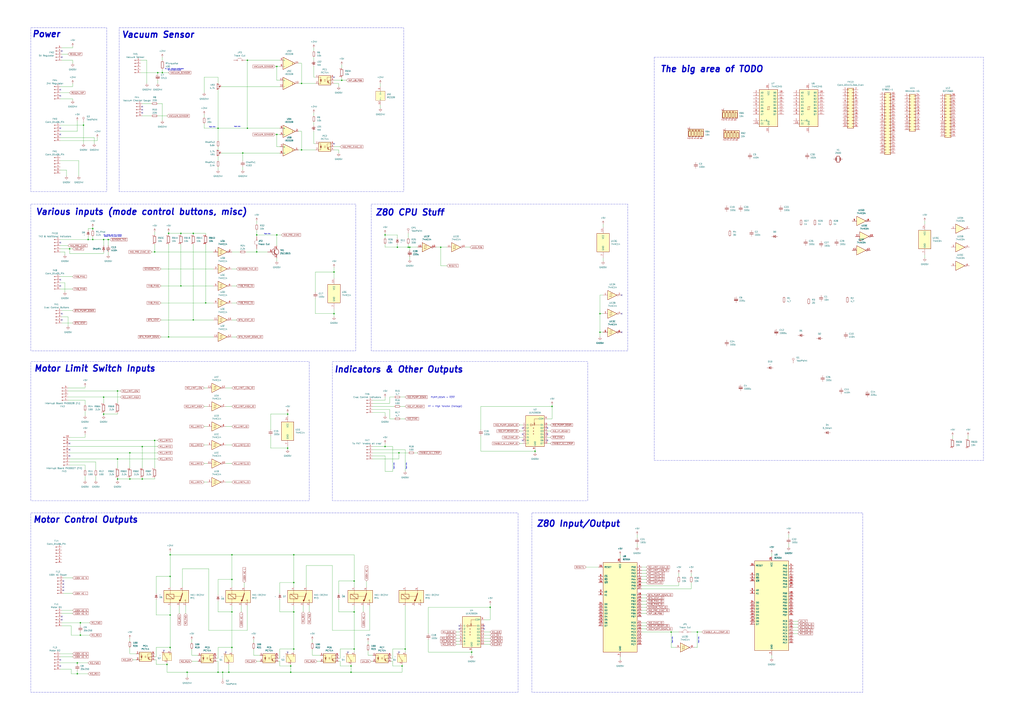
<source format=kicad_sch>
(kicad_sch
	(version 20231120)
	(generator "eeschema")
	(generator_version "8.0")
	(uuid "66cc26d7-ea0d-448d-81d6-18da17cae3ad")
	(paper "A1")
	(lib_symbols
		(symbol "74xx:74HC04"
			(exclude_from_sim no)
			(in_bom yes)
			(on_board yes)
			(property "Reference" "U"
				(at 0 1.27 0)
				(effects
					(font
						(size 1.27 1.27)
					)
				)
			)
			(property "Value" "74HC04"
				(at 0 -1.27 0)
				(effects
					(font
						(size 1.27 1.27)
					)
				)
			)
			(property "Footprint" ""
				(at 0 0 0)
				(effects
					(font
						(size 1.27 1.27)
					)
					(hide yes)
				)
			)
			(property "Datasheet" "https://assets.nexperia.com/documents/data-sheet/74HC_HCT04.pdf"
				(at 0 0 0)
				(effects
					(font
						(size 1.27 1.27)
					)
					(hide yes)
				)
			)
			(property "Description" "Hex Inverter"
				(at 0 0 0)
				(effects
					(font
						(size 1.27 1.27)
					)
					(hide yes)
				)
			)
			(property "ki_locked" ""
				(at 0 0 0)
				(effects
					(font
						(size 1.27 1.27)
					)
				)
			)
			(property "ki_keywords" "HCMOS not inv"
				(at 0 0 0)
				(effects
					(font
						(size 1.27 1.27)
					)
					(hide yes)
				)
			)
			(property "ki_fp_filters" "DIP*W7.62mm* SSOP?14* TSSOP?14*"
				(at 0 0 0)
				(effects
					(font
						(size 1.27 1.27)
					)
					(hide yes)
				)
			)
			(symbol "74HC04_1_0"
				(polyline
					(pts
						(xy -3.81 3.81) (xy -3.81 -3.81) (xy 3.81 0) (xy -3.81 3.81)
					)
					(stroke
						(width 0.254)
						(type default)
					)
					(fill
						(type background)
					)
				)
				(pin input line
					(at -7.62 0 0)
					(length 3.81)
					(name "~"
						(effects
							(font
								(size 1.27 1.27)
							)
						)
					)
					(number "1"
						(effects
							(font
								(size 1.27 1.27)
							)
						)
					)
				)
				(pin output inverted
					(at 7.62 0 180)
					(length 3.81)
					(name "~"
						(effects
							(font
								(size 1.27 1.27)
							)
						)
					)
					(number "2"
						(effects
							(font
								(size 1.27 1.27)
							)
						)
					)
				)
			)
			(symbol "74HC04_2_0"
				(polyline
					(pts
						(xy -3.81 3.81) (xy -3.81 -3.81) (xy 3.81 0) (xy -3.81 3.81)
					)
					(stroke
						(width 0.254)
						(type default)
					)
					(fill
						(type background)
					)
				)
				(pin input line
					(at -7.62 0 0)
					(length 3.81)
					(name "~"
						(effects
							(font
								(size 1.27 1.27)
							)
						)
					)
					(number "3"
						(effects
							(font
								(size 1.27 1.27)
							)
						)
					)
				)
				(pin output inverted
					(at 7.62 0 180)
					(length 3.81)
					(name "~"
						(effects
							(font
								(size 1.27 1.27)
							)
						)
					)
					(number "4"
						(effects
							(font
								(size 1.27 1.27)
							)
						)
					)
				)
			)
			(symbol "74HC04_3_0"
				(polyline
					(pts
						(xy -3.81 3.81) (xy -3.81 -3.81) (xy 3.81 0) (xy -3.81 3.81)
					)
					(stroke
						(width 0.254)
						(type default)
					)
					(fill
						(type background)
					)
				)
				(pin input line
					(at -7.62 0 0)
					(length 3.81)
					(name "~"
						(effects
							(font
								(size 1.27 1.27)
							)
						)
					)
					(number "5"
						(effects
							(font
								(size 1.27 1.27)
							)
						)
					)
				)
				(pin output inverted
					(at 7.62 0 180)
					(length 3.81)
					(name "~"
						(effects
							(font
								(size 1.27 1.27)
							)
						)
					)
					(number "6"
						(effects
							(font
								(size 1.27 1.27)
							)
						)
					)
				)
			)
			(symbol "74HC04_4_0"
				(polyline
					(pts
						(xy -3.81 3.81) (xy -3.81 -3.81) (xy 3.81 0) (xy -3.81 3.81)
					)
					(stroke
						(width 0.254)
						(type default)
					)
					(fill
						(type background)
					)
				)
				(pin output inverted
					(at 7.62 0 180)
					(length 3.81)
					(name "~"
						(effects
							(font
								(size 1.27 1.27)
							)
						)
					)
					(number "8"
						(effects
							(font
								(size 1.27 1.27)
							)
						)
					)
				)
				(pin input line
					(at -7.62 0 0)
					(length 3.81)
					(name "~"
						(effects
							(font
								(size 1.27 1.27)
							)
						)
					)
					(number "9"
						(effects
							(font
								(size 1.27 1.27)
							)
						)
					)
				)
			)
			(symbol "74HC04_5_0"
				(polyline
					(pts
						(xy -3.81 3.81) (xy -3.81 -3.81) (xy 3.81 0) (xy -3.81 3.81)
					)
					(stroke
						(width 0.254)
						(type default)
					)
					(fill
						(type background)
					)
				)
				(pin output inverted
					(at 7.62 0 180)
					(length 3.81)
					(name "~"
						(effects
							(font
								(size 1.27 1.27)
							)
						)
					)
					(number "10"
						(effects
							(font
								(size 1.27 1.27)
							)
						)
					)
				)
				(pin input line
					(at -7.62 0 0)
					(length 3.81)
					(name "~"
						(effects
							(font
								(size 1.27 1.27)
							)
						)
					)
					(number "11"
						(effects
							(font
								(size 1.27 1.27)
							)
						)
					)
				)
			)
			(symbol "74HC04_6_0"
				(polyline
					(pts
						(xy -3.81 3.81) (xy -3.81 -3.81) (xy 3.81 0) (xy -3.81 3.81)
					)
					(stroke
						(width 0.254)
						(type default)
					)
					(fill
						(type background)
					)
				)
				(pin output inverted
					(at 7.62 0 180)
					(length 3.81)
					(name "~"
						(effects
							(font
								(size 1.27 1.27)
							)
						)
					)
					(number "12"
						(effects
							(font
								(size 1.27 1.27)
							)
						)
					)
				)
				(pin input line
					(at -7.62 0 0)
					(length 3.81)
					(name "~"
						(effects
							(font
								(size 1.27 1.27)
							)
						)
					)
					(number "13"
						(effects
							(font
								(size 1.27 1.27)
							)
						)
					)
				)
			)
			(symbol "74HC04_7_0"
				(pin power_in line
					(at 0 12.7 270)
					(length 5.08)
					(name "VCC"
						(effects
							(font
								(size 1.27 1.27)
							)
						)
					)
					(number "14"
						(effects
							(font
								(size 1.27 1.27)
							)
						)
					)
				)
				(pin power_in line
					(at 0 -12.7 90)
					(length 5.08)
					(name "GND"
						(effects
							(font
								(size 1.27 1.27)
							)
						)
					)
					(number "7"
						(effects
							(font
								(size 1.27 1.27)
							)
						)
					)
				)
			)
			(symbol "74HC04_7_1"
				(rectangle
					(start -5.08 7.62)
					(end 5.08 -7.62)
					(stroke
						(width 0.254)
						(type default)
					)
					(fill
						(type background)
					)
				)
			)
		)
		(symbol "74xx:74HC14"
			(pin_names
				(offset 1.016)
			)
			(exclude_from_sim no)
			(in_bom yes)
			(on_board yes)
			(property "Reference" "U"
				(at 0 1.27 0)
				(effects
					(font
						(size 1.27 1.27)
					)
				)
			)
			(property "Value" "74HC14"
				(at 0 -1.27 0)
				(effects
					(font
						(size 1.27 1.27)
					)
				)
			)
			(property "Footprint" ""
				(at 0 0 0)
				(effects
					(font
						(size 1.27 1.27)
					)
					(hide yes)
				)
			)
			(property "Datasheet" "http://www.ti.com/lit/gpn/sn74HC14"
				(at 0 0 0)
				(effects
					(font
						(size 1.27 1.27)
					)
					(hide yes)
				)
			)
			(property "Description" "Hex inverter schmitt trigger"
				(at 0 0 0)
				(effects
					(font
						(size 1.27 1.27)
					)
					(hide yes)
				)
			)
			(property "ki_locked" ""
				(at 0 0 0)
				(effects
					(font
						(size 1.27 1.27)
					)
				)
			)
			(property "ki_keywords" "HCMOS not inverter"
				(at 0 0 0)
				(effects
					(font
						(size 1.27 1.27)
					)
					(hide yes)
				)
			)
			(property "ki_fp_filters" "DIP*W7.62mm*"
				(at 0 0 0)
				(effects
					(font
						(size 1.27 1.27)
					)
					(hide yes)
				)
			)
			(symbol "74HC14_1_0"
				(polyline
					(pts
						(xy -3.81 3.81) (xy -3.81 -3.81) (xy 3.81 0) (xy -3.81 3.81)
					)
					(stroke
						(width 0.254)
						(type default)
					)
					(fill
						(type background)
					)
				)
				(pin input line
					(at -7.62 0 0)
					(length 3.81)
					(name "~"
						(effects
							(font
								(size 1.27 1.27)
							)
						)
					)
					(number "1"
						(effects
							(font
								(size 1.27 1.27)
							)
						)
					)
				)
				(pin output inverted
					(at 7.62 0 180)
					(length 3.81)
					(name "~"
						(effects
							(font
								(size 1.27 1.27)
							)
						)
					)
					(number "2"
						(effects
							(font
								(size 1.27 1.27)
							)
						)
					)
				)
			)
			(symbol "74HC14_1_1"
				(polyline
					(pts
						(xy -1.905 -1.27) (xy -1.905 1.27) (xy -0.635 1.27)
					)
					(stroke
						(width 0)
						(type default)
					)
					(fill
						(type none)
					)
				)
				(polyline
					(pts
						(xy -2.54 -1.27) (xy -0.635 -1.27) (xy -0.635 1.27) (xy 0 1.27)
					)
					(stroke
						(width 0)
						(type default)
					)
					(fill
						(type none)
					)
				)
			)
			(symbol "74HC14_2_0"
				(polyline
					(pts
						(xy -3.81 3.81) (xy -3.81 -3.81) (xy 3.81 0) (xy -3.81 3.81)
					)
					(stroke
						(width 0.254)
						(type default)
					)
					(fill
						(type background)
					)
				)
				(pin input line
					(at -7.62 0 0)
					(length 3.81)
					(name "~"
						(effects
							(font
								(size 1.27 1.27)
							)
						)
					)
					(number "3"
						(effects
							(font
								(size 1.27 1.27)
							)
						)
					)
				)
				(pin output inverted
					(at 7.62 0 180)
					(length 3.81)
					(name "~"
						(effects
							(font
								(size 1.27 1.27)
							)
						)
					)
					(number "4"
						(effects
							(font
								(size 1.27 1.27)
							)
						)
					)
				)
			)
			(symbol "74HC14_2_1"
				(polyline
					(pts
						(xy -1.905 -1.27) (xy -1.905 1.27) (xy -0.635 1.27)
					)
					(stroke
						(width 0)
						(type default)
					)
					(fill
						(type none)
					)
				)
				(polyline
					(pts
						(xy -2.54 -1.27) (xy -0.635 -1.27) (xy -0.635 1.27) (xy 0 1.27)
					)
					(stroke
						(width 0)
						(type default)
					)
					(fill
						(type none)
					)
				)
			)
			(symbol "74HC14_3_0"
				(polyline
					(pts
						(xy -3.81 3.81) (xy -3.81 -3.81) (xy 3.81 0) (xy -3.81 3.81)
					)
					(stroke
						(width 0.254)
						(type default)
					)
					(fill
						(type background)
					)
				)
				(pin input line
					(at -7.62 0 0)
					(length 3.81)
					(name "~"
						(effects
							(font
								(size 1.27 1.27)
							)
						)
					)
					(number "5"
						(effects
							(font
								(size 1.27 1.27)
							)
						)
					)
				)
				(pin output inverted
					(at 7.62 0 180)
					(length 3.81)
					(name "~"
						(effects
							(font
								(size 1.27 1.27)
							)
						)
					)
					(number "6"
						(effects
							(font
								(size 1.27 1.27)
							)
						)
					)
				)
			)
			(symbol "74HC14_3_1"
				(polyline
					(pts
						(xy -1.905 -1.27) (xy -1.905 1.27) (xy -0.635 1.27)
					)
					(stroke
						(width 0)
						(type default)
					)
					(fill
						(type none)
					)
				)
				(polyline
					(pts
						(xy -2.54 -1.27) (xy -0.635 -1.27) (xy -0.635 1.27) (xy 0 1.27)
					)
					(stroke
						(width 0)
						(type default)
					)
					(fill
						(type none)
					)
				)
			)
			(symbol "74HC14_4_0"
				(polyline
					(pts
						(xy -3.81 3.81) (xy -3.81 -3.81) (xy 3.81 0) (xy -3.81 3.81)
					)
					(stroke
						(width 0.254)
						(type default)
					)
					(fill
						(type background)
					)
				)
				(pin output inverted
					(at 7.62 0 180)
					(length 3.81)
					(name "~"
						(effects
							(font
								(size 1.27 1.27)
							)
						)
					)
					(number "8"
						(effects
							(font
								(size 1.27 1.27)
							)
						)
					)
				)
				(pin input line
					(at -7.62 0 0)
					(length 3.81)
					(name "~"
						(effects
							(font
								(size 1.27 1.27)
							)
						)
					)
					(number "9"
						(effects
							(font
								(size 1.27 1.27)
							)
						)
					)
				)
			)
			(symbol "74HC14_4_1"
				(polyline
					(pts
						(xy -1.905 -1.27) (xy -1.905 1.27) (xy -0.635 1.27)
					)
					(stroke
						(width 0)
						(type default)
					)
					(fill
						(type none)
					)
				)
				(polyline
					(pts
						(xy -2.54 -1.27) (xy -0.635 -1.27) (xy -0.635 1.27) (xy 0 1.27)
					)
					(stroke
						(width 0)
						(type default)
					)
					(fill
						(type none)
					)
				)
			)
			(symbol "74HC14_5_0"
				(polyline
					(pts
						(xy -3.81 3.81) (xy -3.81 -3.81) (xy 3.81 0) (xy -3.81 3.81)
					)
					(stroke
						(width 0.254)
						(type default)
					)
					(fill
						(type background)
					)
				)
				(pin output inverted
					(at 7.62 0 180)
					(length 3.81)
					(name "~"
						(effects
							(font
								(size 1.27 1.27)
							)
						)
					)
					(number "10"
						(effects
							(font
								(size 1.27 1.27)
							)
						)
					)
				)
				(pin input line
					(at -7.62 0 0)
					(length 3.81)
					(name "~"
						(effects
							(font
								(size 1.27 1.27)
							)
						)
					)
					(number "11"
						(effects
							(font
								(size 1.27 1.27)
							)
						)
					)
				)
			)
			(symbol "74HC14_5_1"
				(polyline
					(pts
						(xy -1.905 -1.27) (xy -1.905 1.27) (xy -0.635 1.27)
					)
					(stroke
						(width 0)
						(type default)
					)
					(fill
						(type none)
					)
				)
				(polyline
					(pts
						(xy -2.54 -1.27) (xy -0.635 -1.27) (xy -0.635 1.27) (xy 0 1.27)
					)
					(stroke
						(width 0)
						(type default)
					)
					(fill
						(type none)
					)
				)
			)
			(symbol "74HC14_6_0"
				(polyline
					(pts
						(xy -3.81 3.81) (xy -3.81 -3.81) (xy 3.81 0) (xy -3.81 3.81)
					)
					(stroke
						(width 0.254)
						(type default)
					)
					(fill
						(type background)
					)
				)
				(pin output inverted
					(at 7.62 0 180)
					(length 3.81)
					(name "~"
						(effects
							(font
								(size 1.27 1.27)
							)
						)
					)
					(number "12"
						(effects
							(font
								(size 1.27 1.27)
							)
						)
					)
				)
				(pin input line
					(at -7.62 0 0)
					(length 3.81)
					(name "~"
						(effects
							(font
								(size 1.27 1.27)
							)
						)
					)
					(number "13"
						(effects
							(font
								(size 1.27 1.27)
							)
						)
					)
				)
			)
			(symbol "74HC14_6_1"
				(polyline
					(pts
						(xy -1.905 -1.27) (xy -1.905 1.27) (xy -0.635 1.27)
					)
					(stroke
						(width 0)
						(type default)
					)
					(fill
						(type none)
					)
				)
				(polyline
					(pts
						(xy -2.54 -1.27) (xy -0.635 -1.27) (xy -0.635 1.27) (xy 0 1.27)
					)
					(stroke
						(width 0)
						(type default)
					)
					(fill
						(type none)
					)
				)
			)
			(symbol "74HC14_7_0"
				(pin power_in line
					(at 0 12.7 270)
					(length 5.08)
					(name "VCC"
						(effects
							(font
								(size 1.27 1.27)
							)
						)
					)
					(number "14"
						(effects
							(font
								(size 1.27 1.27)
							)
						)
					)
				)
				(pin power_in line
					(at 0 -12.7 90)
					(length 5.08)
					(name "GND"
						(effects
							(font
								(size 1.27 1.27)
							)
						)
					)
					(number "7"
						(effects
							(font
								(size 1.27 1.27)
							)
						)
					)
				)
			)
			(symbol "74HC14_7_1"
				(rectangle
					(start -5.08 7.62)
					(end 5.08 -7.62)
					(stroke
						(width 0.254)
						(type default)
					)
					(fill
						(type background)
					)
				)
			)
		)
		(symbol "74xx:74HC245"
			(pin_names
				(offset 1.016)
			)
			(exclude_from_sim no)
			(in_bom yes)
			(on_board yes)
			(property "Reference" "U"
				(at -7.62 16.51 0)
				(effects
					(font
						(size 1.27 1.27)
					)
				)
			)
			(property "Value" "74HC245"
				(at -7.62 -16.51 0)
				(effects
					(font
						(size 1.27 1.27)
					)
				)
			)
			(property "Footprint" ""
				(at 0 0 0)
				(effects
					(font
						(size 1.27 1.27)
					)
					(hide yes)
				)
			)
			(property "Datasheet" "http://www.ti.com/lit/gpn/sn74HC245"
				(at 0 0 0)
				(effects
					(font
						(size 1.27 1.27)
					)
					(hide yes)
				)
			)
			(property "Description" "Octal BUS Transceivers, 3-State outputs"
				(at 0 0 0)
				(effects
					(font
						(size 1.27 1.27)
					)
					(hide yes)
				)
			)
			(property "ki_locked" ""
				(at 0 0 0)
				(effects
					(font
						(size 1.27 1.27)
					)
				)
			)
			(property "ki_keywords" "HCMOS BUS 3State"
				(at 0 0 0)
				(effects
					(font
						(size 1.27 1.27)
					)
					(hide yes)
				)
			)
			(property "ki_fp_filters" "DIP?20*"
				(at 0 0 0)
				(effects
					(font
						(size 1.27 1.27)
					)
					(hide yes)
				)
			)
			(symbol "74HC245_1_0"
				(polyline
					(pts
						(xy -0.635 -1.27) (xy -0.635 1.27) (xy 0.635 1.27)
					)
					(stroke
						(width 0)
						(type default)
					)
					(fill
						(type none)
					)
				)
				(polyline
					(pts
						(xy -1.27 -1.27) (xy 0.635 -1.27) (xy 0.635 1.27) (xy 1.27 1.27)
					)
					(stroke
						(width 0)
						(type default)
					)
					(fill
						(type none)
					)
				)
				(pin input line
					(at -12.7 -10.16 0)
					(length 5.08)
					(name "A->B"
						(effects
							(font
								(size 1.27 1.27)
							)
						)
					)
					(number "1"
						(effects
							(font
								(size 1.27 1.27)
							)
						)
					)
				)
				(pin power_in line
					(at 0 -20.32 90)
					(length 5.08)
					(name "GND"
						(effects
							(font
								(size 1.27 1.27)
							)
						)
					)
					(number "10"
						(effects
							(font
								(size 1.27 1.27)
							)
						)
					)
				)
				(pin tri_state line
					(at 12.7 -5.08 180)
					(length 5.08)
					(name "B7"
						(effects
							(font
								(size 1.27 1.27)
							)
						)
					)
					(number "11"
						(effects
							(font
								(size 1.27 1.27)
							)
						)
					)
				)
				(pin tri_state line
					(at 12.7 -2.54 180)
					(length 5.08)
					(name "B6"
						(effects
							(font
								(size 1.27 1.27)
							)
						)
					)
					(number "12"
						(effects
							(font
								(size 1.27 1.27)
							)
						)
					)
				)
				(pin tri_state line
					(at 12.7 0 180)
					(length 5.08)
					(name "B5"
						(effects
							(font
								(size 1.27 1.27)
							)
						)
					)
					(number "13"
						(effects
							(font
								(size 1.27 1.27)
							)
						)
					)
				)
				(pin tri_state line
					(at 12.7 2.54 180)
					(length 5.08)
					(name "B4"
						(effects
							(font
								(size 1.27 1.27)
							)
						)
					)
					(number "14"
						(effects
							(font
								(size 1.27 1.27)
							)
						)
					)
				)
				(pin tri_state line
					(at 12.7 5.08 180)
					(length 5.08)
					(name "B3"
						(effects
							(font
								(size 1.27 1.27)
							)
						)
					)
					(number "15"
						(effects
							(font
								(size 1.27 1.27)
							)
						)
					)
				)
				(pin tri_state line
					(at 12.7 7.62 180)
					(length 5.08)
					(name "B2"
						(effects
							(font
								(size 1.27 1.27)
							)
						)
					)
					(number "16"
						(effects
							(font
								(size 1.27 1.27)
							)
						)
					)
				)
				(pin tri_state line
					(at 12.7 10.16 180)
					(length 5.08)
					(name "B1"
						(effects
							(font
								(size 1.27 1.27)
							)
						)
					)
					(number "17"
						(effects
							(font
								(size 1.27 1.27)
							)
						)
					)
				)
				(pin tri_state line
					(at 12.7 12.7 180)
					(length 5.08)
					(name "B0"
						(effects
							(font
								(size 1.27 1.27)
							)
						)
					)
					(number "18"
						(effects
							(font
								(size 1.27 1.27)
							)
						)
					)
				)
				(pin input inverted
					(at -12.7 -12.7 0)
					(length 5.08)
					(name "CE"
						(effects
							(font
								(size 1.27 1.27)
							)
						)
					)
					(number "19"
						(effects
							(font
								(size 1.27 1.27)
							)
						)
					)
				)
				(pin tri_state line
					(at -12.7 12.7 0)
					(length 5.08)
					(name "A0"
						(effects
							(font
								(size 1.27 1.27)
							)
						)
					)
					(number "2"
						(effects
							(font
								(size 1.27 1.27)
							)
						)
					)
				)
				(pin power_in line
					(at 0 20.32 270)
					(length 5.08)
					(name "VCC"
						(effects
							(font
								(size 1.27 1.27)
							)
						)
					)
					(number "20"
						(effects
							(font
								(size 1.27 1.27)
							)
						)
					)
				)
				(pin tri_state line
					(at -12.7 10.16 0)
					(length 5.08)
					(name "A1"
						(effects
							(font
								(size 1.27 1.27)
							)
						)
					)
					(number "3"
						(effects
							(font
								(size 1.27 1.27)
							)
						)
					)
				)
				(pin tri_state line
					(at -12.7 7.62 0)
					(length 5.08)
					(name "A2"
						(effects
							(font
								(size 1.27 1.27)
							)
						)
					)
					(number "4"
						(effects
							(font
								(size 1.27 1.27)
							)
						)
					)
				)
				(pin tri_state line
					(at -12.7 5.08 0)
					(length 5.08)
					(name "A3"
						(effects
							(font
								(size 1.27 1.27)
							)
						)
					)
					(number "5"
						(effects
							(font
								(size 1.27 1.27)
							)
						)
					)
				)
				(pin tri_state line
					(at -12.7 2.54 0)
					(length 5.08)
					(name "A4"
						(effects
							(font
								(size 1.27 1.27)
							)
						)
					)
					(number "6"
						(effects
							(font
								(size 1.27 1.27)
							)
						)
					)
				)
				(pin tri_state line
					(at -12.7 0 0)
					(length 5.08)
					(name "A5"
						(effects
							(font
								(size 1.27 1.27)
							)
						)
					)
					(number "7"
						(effects
							(font
								(size 1.27 1.27)
							)
						)
					)
				)
				(pin tri_state line
					(at -12.7 -2.54 0)
					(length 5.08)
					(name "A6"
						(effects
							(font
								(size 1.27 1.27)
							)
						)
					)
					(number "8"
						(effects
							(font
								(size 1.27 1.27)
							)
						)
					)
				)
				(pin tri_state line
					(at -12.7 -5.08 0)
					(length 5.08)
					(name "A7"
						(effects
							(font
								(size 1.27 1.27)
							)
						)
					)
					(number "9"
						(effects
							(font
								(size 1.27 1.27)
							)
						)
					)
				)
			)
			(symbol "74HC245_1_1"
				(rectangle
					(start -7.62 15.24)
					(end 7.62 -15.24)
					(stroke
						(width 0.254)
						(type default)
					)
					(fill
						(type background)
					)
				)
			)
		)
		(symbol "Comparator:LM339"
			(pin_names
				(offset 0.127)
			)
			(exclude_from_sim no)
			(in_bom yes)
			(on_board yes)
			(property "Reference" "U5"
				(at 7.62 1.2701 0)
				(effects
					(font
						(size 1.27 1.27)
					)
					(justify left)
				)
			)
			(property "Value" "IR2339"
				(at 7.62 -1.2699 0)
				(effects
					(font
						(size 1.27 1.27)
					)
					(justify left)
				)
			)
			(property "Footprint" ""
				(at -1.27 2.54 0)
				(effects
					(font
						(size 1.27 1.27)
					)
					(hide yes)
				)
			)
			(property "Datasheet" "https://www.st.com/resource/en/datasheet/lm139.pdf"
				(at 1.27 5.08 0)
				(effects
					(font
						(size 1.27 1.27)
					)
					(hide yes)
				)
			)
			(property "Description" "Quad Differential Comparators, SOIC-14/TSSOP-14"
				(at 0 0 0)
				(effects
					(font
						(size 1.27 1.27)
					)
					(hide yes)
				)
			)
			(property "ki_locked" ""
				(at 0 0 0)
				(effects
					(font
						(size 1.27 1.27)
					)
				)
			)
			(property "ki_keywords" "cmp open collector"
				(at 0 0 0)
				(effects
					(font
						(size 1.27 1.27)
					)
					(hide yes)
				)
			)
			(property "ki_fp_filters" "SOIC*3.9x8.7mm*P1.27mm* TSSOP*4.4x5mm*P0.65mm*"
				(at 0 0 0)
				(effects
					(font
						(size 1.27 1.27)
					)
					(hide yes)
				)
			)
			(symbol "LM339_1_1"
				(polyline
					(pts
						(xy -5.08 5.08) (xy 5.08 0) (xy -5.08 -5.08) (xy -5.08 5.08)
					)
					(stroke
						(width 0.254)
						(type default)
					)
					(fill
						(type background)
					)
				)
				(polyline
					(pts
						(xy 3.302 -0.508) (xy 2.794 -0.508) (xy 3.302 0) (xy 2.794 0.508) (xy 2.286 0) (xy 2.794 -0.508)
						(xy 2.286 -0.508)
					)
					(stroke
						(width 0.127)
						(type default)
					)
					(fill
						(type none)
					)
				)
				(pin open_collector line
					(at 7.62 0 180)
					(length 2.54)
					(name "~"
						(effects
							(font
								(size 1.27 1.27)
							)
						)
					)
					(number "2"
						(effects
							(font
								(size 1.27 1.27)
							)
						)
					)
				)
				(pin input line
					(at -7.62 -2.54 0)
					(length 2.54)
					(name "-"
						(effects
							(font
								(size 1.27 1.27)
							)
						)
					)
					(number "4"
						(effects
							(font
								(size 1.27 1.27)
							)
						)
					)
				)
				(pin input line
					(at -7.62 2.54 0)
					(length 2.54)
					(name "+"
						(effects
							(font
								(size 1.27 1.27)
							)
						)
					)
					(number "5"
						(effects
							(font
								(size 1.27 1.27)
							)
						)
					)
				)
			)
			(symbol "LM339_2_1"
				(polyline
					(pts
						(xy -5.08 5.08) (xy 5.08 0) (xy -5.08 -5.08) (xy -5.08 5.08)
					)
					(stroke
						(width 0.254)
						(type default)
					)
					(fill
						(type background)
					)
				)
				(polyline
					(pts
						(xy 3.302 -0.508) (xy 2.794 -0.508) (xy 3.302 0) (xy 2.794 0.508) (xy 2.286 0) (xy 2.794 -0.508)
						(xy 2.286 -0.508)
					)
					(stroke
						(width 0.127)
						(type default)
					)
					(fill
						(type none)
					)
				)
				(pin open_collector line
					(at 7.62 0 180)
					(length 2.54)
					(name "~"
						(effects
							(font
								(size 1.27 1.27)
							)
						)
					)
					(number "1"
						(effects
							(font
								(size 1.27 1.27)
							)
						)
					)
				)
				(pin input line
					(at -7.62 -2.54 0)
					(length 2.54)
					(name "-"
						(effects
							(font
								(size 1.27 1.27)
							)
						)
					)
					(number "6"
						(effects
							(font
								(size 1.27 1.27)
							)
						)
					)
				)
				(pin input line
					(at -7.62 2.54 0)
					(length 2.54)
					(name "+"
						(effects
							(font
								(size 1.27 1.27)
							)
						)
					)
					(number "7"
						(effects
							(font
								(size 1.27 1.27)
							)
						)
					)
				)
			)
			(symbol "LM339_3_1"
				(polyline
					(pts
						(xy -5.08 5.08) (xy 5.08 0) (xy -5.08 -5.08) (xy -5.08 5.08)
					)
					(stroke
						(width 0.254)
						(type default)
					)
					(fill
						(type background)
					)
				)
				(polyline
					(pts
						(xy 3.302 -0.508) (xy 2.794 -0.508) (xy 3.302 0) (xy 2.794 0.508) (xy 2.286 0) (xy 2.794 -0.508)
						(xy 2.286 -0.508)
					)
					(stroke
						(width 0.127)
						(type default)
					)
					(fill
						(type none)
					)
				)
				(pin input line
					(at -7.62 -2.54 0)
					(length 2.54)
					(name "-"
						(effects
							(font
								(size 1.27 1.27)
							)
						)
					)
					(number "10"
						(effects
							(font
								(size 1.27 1.27)
							)
						)
					)
				)
				(pin input line
					(at -7.62 2.54 0)
					(length 2.54)
					(name "+"
						(effects
							(font
								(size 1.27 1.27)
							)
						)
					)
					(number "11"
						(effects
							(font
								(size 1.27 1.27)
							)
						)
					)
				)
				(pin open_collector line
					(at 7.62 0 180)
					(length 2.54)
					(name "~"
						(effects
							(font
								(size 1.27 1.27)
							)
						)
					)
					(number "13"
						(effects
							(font
								(size 1.27 1.27)
							)
						)
					)
				)
			)
			(symbol "LM339_4_1"
				(polyline
					(pts
						(xy -5.08 5.08) (xy 5.08 0) (xy -5.08 -5.08) (xy -5.08 5.08)
					)
					(stroke
						(width 0.254)
						(type default)
					)
					(fill
						(type background)
					)
				)
				(polyline
					(pts
						(xy 3.302 -0.508) (xy 2.794 -0.508) (xy 3.302 0) (xy 2.794 0.508) (xy 2.286 0) (xy 2.794 -0.508)
						(xy 2.286 -0.508)
					)
					(stroke
						(width 0.127)
						(type default)
					)
					(fill
						(type none)
					)
				)
				(pin open_collector line
					(at 7.62 0 180)
					(length 2.54)
					(name "~"
						(effects
							(font
								(size 1.27 1.27)
							)
						)
					)
					(number "14"
						(effects
							(font
								(size 1.27 1.27)
							)
						)
					)
				)
				(pin input line
					(at -7.62 -2.54 0)
					(length 2.54)
					(name "-"
						(effects
							(font
								(size 1.27 1.27)
							)
						)
					)
					(number "8"
						(effects
							(font
								(size 1.27 1.27)
							)
						)
					)
				)
				(pin input line
					(at -7.62 2.54 0)
					(length 2.54)
					(name "+"
						(effects
							(font
								(size 1.27 1.27)
							)
						)
					)
					(number "9"
						(effects
							(font
								(size 1.27 1.27)
							)
						)
					)
				)
			)
			(symbol "LM339_5_1"
				(rectangle
					(start -6.35 3.81)
					(end 1.27 -3.81)
					(stroke
						(width 0)
						(type default)
					)
					(fill
						(type background)
					)
				)
				(pin power_in line
					(at -2.54 -7.62 90)
					(length 3.81)
					(name "V-"
						(effects
							(font
								(size 1.27 1.27)
							)
						)
					)
					(number "12"
						(effects
							(font
								(size 1.27 1.27)
							)
						)
					)
				)
				(pin power_in line
					(at -2.54 7.62 270)
					(length 3.81)
					(name "V+"
						(effects
							(font
								(size 1.27 1.27)
							)
						)
					)
					(number "3"
						(effects
							(font
								(size 1.27 1.27)
							)
						)
					)
				)
			)
		)
		(symbol "Connector:Conn_01x05_Pin"
			(pin_names
				(offset 1.016) hide)
			(exclude_from_sim no)
			(in_bom yes)
			(on_board yes)
			(property "Reference" "J"
				(at 0 7.62 0)
				(effects
					(font
						(size 1.27 1.27)
					)
				)
			)
			(property "Value" "Conn_01x05_Pin"
				(at 0 -7.62 0)
				(effects
					(font
						(size 1.27 1.27)
					)
				)
			)
			(property "Footprint" ""
				(at 0 0 0)
				(effects
					(font
						(size 1.27 1.27)
					)
					(hide yes)
				)
			)
			(property "Datasheet" "~"
				(at 0 0 0)
				(effects
					(font
						(size 1.27 1.27)
					)
					(hide yes)
				)
			)
			(property "Description" "Generic connector, single row, 01x05, script generated"
				(at 0 0 0)
				(effects
					(font
						(size 1.27 1.27)
					)
					(hide yes)
				)
			)
			(property "ki_locked" ""
				(at 0 0 0)
				(effects
					(font
						(size 1.27 1.27)
					)
				)
			)
			(property "ki_keywords" "connector"
				(at 0 0 0)
				(effects
					(font
						(size 1.27 1.27)
					)
					(hide yes)
				)
			)
			(property "ki_fp_filters" "Connector*:*_1x??_*"
				(at 0 0 0)
				(effects
					(font
						(size 1.27 1.27)
					)
					(hide yes)
				)
			)
			(symbol "Conn_01x05_Pin_1_1"
				(polyline
					(pts
						(xy 1.27 -5.08) (xy 0.8636 -5.08)
					)
					(stroke
						(width 0.1524)
						(type default)
					)
					(fill
						(type none)
					)
				)
				(polyline
					(pts
						(xy 1.27 -2.54) (xy 0.8636 -2.54)
					)
					(stroke
						(width 0.1524)
						(type default)
					)
					(fill
						(type none)
					)
				)
				(polyline
					(pts
						(xy 1.27 0) (xy 0.8636 0)
					)
					(stroke
						(width 0.1524)
						(type default)
					)
					(fill
						(type none)
					)
				)
				(polyline
					(pts
						(xy 1.27 2.54) (xy 0.8636 2.54)
					)
					(stroke
						(width 0.1524)
						(type default)
					)
					(fill
						(type none)
					)
				)
				(polyline
					(pts
						(xy 1.27 5.08) (xy 0.8636 5.08)
					)
					(stroke
						(width 0.1524)
						(type default)
					)
					(fill
						(type none)
					)
				)
				(rectangle
					(start 0.8636 -4.953)
					(end 0 -5.207)
					(stroke
						(width 0.1524)
						(type default)
					)
					(fill
						(type outline)
					)
				)
				(rectangle
					(start 0.8636 -2.413)
					(end 0 -2.667)
					(stroke
						(width 0.1524)
						(type default)
					)
					(fill
						(type outline)
					)
				)
				(rectangle
					(start 0.8636 0.127)
					(end 0 -0.127)
					(stroke
						(width 0.1524)
						(type default)
					)
					(fill
						(type outline)
					)
				)
				(rectangle
					(start 0.8636 2.667)
					(end 0 2.413)
					(stroke
						(width 0.1524)
						(type default)
					)
					(fill
						(type outline)
					)
				)
				(rectangle
					(start 0.8636 5.207)
					(end 0 4.953)
					(stroke
						(width 0.1524)
						(type default)
					)
					(fill
						(type outline)
					)
				)
				(pin passive line
					(at 5.08 5.08 180)
					(length 3.81)
					(name "Pin_1"
						(effects
							(font
								(size 1.27 1.27)
							)
						)
					)
					(number "1"
						(effects
							(font
								(size 1.27 1.27)
							)
						)
					)
				)
				(pin passive line
					(at 5.08 2.54 180)
					(length 3.81)
					(name "Pin_2"
						(effects
							(font
								(size 1.27 1.27)
							)
						)
					)
					(number "2"
						(effects
							(font
								(size 1.27 1.27)
							)
						)
					)
				)
				(pin passive line
					(at 5.08 0 180)
					(length 3.81)
					(name "Pin_3"
						(effects
							(font
								(size 1.27 1.27)
							)
						)
					)
					(number "3"
						(effects
							(font
								(size 1.27 1.27)
							)
						)
					)
				)
				(pin passive line
					(at 5.08 -2.54 180)
					(length 3.81)
					(name "Pin_4"
						(effects
							(font
								(size 1.27 1.27)
							)
						)
					)
					(number "4"
						(effects
							(font
								(size 1.27 1.27)
							)
						)
					)
				)
				(pin passive line
					(at 5.08 -5.08 180)
					(length 3.81)
					(name "Pin_5"
						(effects
							(font
								(size 1.27 1.27)
							)
						)
					)
					(number "5"
						(effects
							(font
								(size 1.27 1.27)
							)
						)
					)
				)
			)
		)
		(symbol "Connector:Conn_01x06_Pin"
			(pin_names
				(offset 1.016) hide)
			(exclude_from_sim no)
			(in_bom yes)
			(on_board yes)
			(property "Reference" "J"
				(at 0 7.62 0)
				(effects
					(font
						(size 1.27 1.27)
					)
				)
			)
			(property "Value" "Conn_01x06_Pin"
				(at 0 -10.16 0)
				(effects
					(font
						(size 1.27 1.27)
					)
				)
			)
			(property "Footprint" ""
				(at 0 0 0)
				(effects
					(font
						(size 1.27 1.27)
					)
					(hide yes)
				)
			)
			(property "Datasheet" "~"
				(at 0 0 0)
				(effects
					(font
						(size 1.27 1.27)
					)
					(hide yes)
				)
			)
			(property "Description" "Generic connector, single row, 01x06, script generated"
				(at 0 0 0)
				(effects
					(font
						(size 1.27 1.27)
					)
					(hide yes)
				)
			)
			(property "ki_locked" ""
				(at 0 0 0)
				(effects
					(font
						(size 1.27 1.27)
					)
				)
			)
			(property "ki_keywords" "connector"
				(at 0 0 0)
				(effects
					(font
						(size 1.27 1.27)
					)
					(hide yes)
				)
			)
			(property "ki_fp_filters" "Connector*:*_1x??_*"
				(at 0 0 0)
				(effects
					(font
						(size 1.27 1.27)
					)
					(hide yes)
				)
			)
			(symbol "Conn_01x06_Pin_1_1"
				(polyline
					(pts
						(xy 1.27 -7.62) (xy 0.8636 -7.62)
					)
					(stroke
						(width 0.1524)
						(type default)
					)
					(fill
						(type none)
					)
				)
				(polyline
					(pts
						(xy 1.27 -5.08) (xy 0.8636 -5.08)
					)
					(stroke
						(width 0.1524)
						(type default)
					)
					(fill
						(type none)
					)
				)
				(polyline
					(pts
						(xy 1.27 -2.54) (xy 0.8636 -2.54)
					)
					(stroke
						(width 0.1524)
						(type default)
					)
					(fill
						(type none)
					)
				)
				(polyline
					(pts
						(xy 1.27 0) (xy 0.8636 0)
					)
					(stroke
						(width 0.1524)
						(type default)
					)
					(fill
						(type none)
					)
				)
				(polyline
					(pts
						(xy 1.27 2.54) (xy 0.8636 2.54)
					)
					(stroke
						(width 0.1524)
						(type default)
					)
					(fill
						(type none)
					)
				)
				(polyline
					(pts
						(xy 1.27 5.08) (xy 0.8636 5.08)
					)
					(stroke
						(width 0.1524)
						(type default)
					)
					(fill
						(type none)
					)
				)
				(rectangle
					(start 0.8636 -7.493)
					(end 0 -7.747)
					(stroke
						(width 0.1524)
						(type default)
					)
					(fill
						(type outline)
					)
				)
				(rectangle
					(start 0.8636 -4.953)
					(end 0 -5.207)
					(stroke
						(width 0.1524)
						(type default)
					)
					(fill
						(type outline)
					)
				)
				(rectangle
					(start 0.8636 -2.413)
					(end 0 -2.667)
					(stroke
						(width 0.1524)
						(type default)
					)
					(fill
						(type outline)
					)
				)
				(rectangle
					(start 0.8636 0.127)
					(end 0 -0.127)
					(stroke
						(width 0.1524)
						(type default)
					)
					(fill
						(type outline)
					)
				)
				(rectangle
					(start 0.8636 2.667)
					(end 0 2.413)
					(stroke
						(width 0.1524)
						(type default)
					)
					(fill
						(type outline)
					)
				)
				(rectangle
					(start 0.8636 5.207)
					(end 0 4.953)
					(stroke
						(width 0.1524)
						(type default)
					)
					(fill
						(type outline)
					)
				)
				(pin passive line
					(at 5.08 5.08 180)
					(length 3.81)
					(name "Pin_1"
						(effects
							(font
								(size 1.27 1.27)
							)
						)
					)
					(number "1"
						(effects
							(font
								(size 1.27 1.27)
							)
						)
					)
				)
				(pin passive line
					(at 5.08 2.54 180)
					(length 3.81)
					(name "Pin_2"
						(effects
							(font
								(size 1.27 1.27)
							)
						)
					)
					(number "2"
						(effects
							(font
								(size 1.27 1.27)
							)
						)
					)
				)
				(pin passive line
					(at 5.08 0 180)
					(length 3.81)
					(name "Pin_3"
						(effects
							(font
								(size 1.27 1.27)
							)
						)
					)
					(number "3"
						(effects
							(font
								(size 1.27 1.27)
							)
						)
					)
				)
				(pin passive line
					(at 5.08 -2.54 180)
					(length 3.81)
					(name "Pin_4"
						(effects
							(font
								(size 1.27 1.27)
							)
						)
					)
					(number "4"
						(effects
							(font
								(size 1.27 1.27)
							)
						)
					)
				)
				(pin passive line
					(at 5.08 -5.08 180)
					(length 3.81)
					(name "Pin_5"
						(effects
							(font
								(size 1.27 1.27)
							)
						)
					)
					(number "5"
						(effects
							(font
								(size 1.27 1.27)
							)
						)
					)
				)
				(pin passive line
					(at 5.08 -7.62 180)
					(length 3.81)
					(name "Pin_6"
						(effects
							(font
								(size 1.27 1.27)
							)
						)
					)
					(number "6"
						(effects
							(font
								(size 1.27 1.27)
							)
						)
					)
				)
			)
		)
		(symbol "Connector:Conn_01x10_Pin"
			(pin_names
				(offset 1.016) hide)
			(exclude_from_sim no)
			(in_bom yes)
			(on_board yes)
			(property "Reference" "J"
				(at 0 12.7 0)
				(effects
					(font
						(size 1.27 1.27)
					)
				)
			)
			(property "Value" "Conn_01x10_Pin"
				(at 0 -15.24 0)
				(effects
					(font
						(size 1.27 1.27)
					)
				)
			)
			(property "Footprint" ""
				(at 0 0 0)
				(effects
					(font
						(size 1.27 1.27)
					)
					(hide yes)
				)
			)
			(property "Datasheet" "~"
				(at 0 0 0)
				(effects
					(font
						(size 1.27 1.27)
					)
					(hide yes)
				)
			)
			(property "Description" "Generic connector, single row, 01x10, script generated"
				(at 0 0 0)
				(effects
					(font
						(size 1.27 1.27)
					)
					(hide yes)
				)
			)
			(property "ki_locked" ""
				(at 0 0 0)
				(effects
					(font
						(size 1.27 1.27)
					)
				)
			)
			(property "ki_keywords" "connector"
				(at 0 0 0)
				(effects
					(font
						(size 1.27 1.27)
					)
					(hide yes)
				)
			)
			(property "ki_fp_filters" "Connector*:*_1x??_*"
				(at 0 0 0)
				(effects
					(font
						(size 1.27 1.27)
					)
					(hide yes)
				)
			)
			(symbol "Conn_01x10_Pin_1_1"
				(polyline
					(pts
						(xy 1.27 -12.7) (xy 0.8636 -12.7)
					)
					(stroke
						(width 0.1524)
						(type default)
					)
					(fill
						(type none)
					)
				)
				(polyline
					(pts
						(xy 1.27 -10.16) (xy 0.8636 -10.16)
					)
					(stroke
						(width 0.1524)
						(type default)
					)
					(fill
						(type none)
					)
				)
				(polyline
					(pts
						(xy 1.27 -7.62) (xy 0.8636 -7.62)
					)
					(stroke
						(width 0.1524)
						(type default)
					)
					(fill
						(type none)
					)
				)
				(polyline
					(pts
						(xy 1.27 -5.08) (xy 0.8636 -5.08)
					)
					(stroke
						(width 0.1524)
						(type default)
					)
					(fill
						(type none)
					)
				)
				(polyline
					(pts
						(xy 1.27 -2.54) (xy 0.8636 -2.54)
					)
					(stroke
						(width 0.1524)
						(type default)
					)
					(fill
						(type none)
					)
				)
				(polyline
					(pts
						(xy 1.27 0) (xy 0.8636 0)
					)
					(stroke
						(width 0.1524)
						(type default)
					)
					(fill
						(type none)
					)
				)
				(polyline
					(pts
						(xy 1.27 2.54) (xy 0.8636 2.54)
					)
					(stroke
						(width 0.1524)
						(type default)
					)
					(fill
						(type none)
					)
				)
				(polyline
					(pts
						(xy 1.27 5.08) (xy 0.8636 5.08)
					)
					(stroke
						(width 0.1524)
						(type default)
					)
					(fill
						(type none)
					)
				)
				(polyline
					(pts
						(xy 1.27 7.62) (xy 0.8636 7.62)
					)
					(stroke
						(width 0.1524)
						(type default)
					)
					(fill
						(type none)
					)
				)
				(polyline
					(pts
						(xy 1.27 10.16) (xy 0.8636 10.16)
					)
					(stroke
						(width 0.1524)
						(type default)
					)
					(fill
						(type none)
					)
				)
				(rectangle
					(start 0.8636 -12.573)
					(end 0 -12.827)
					(stroke
						(width 0.1524)
						(type default)
					)
					(fill
						(type outline)
					)
				)
				(rectangle
					(start 0.8636 -10.033)
					(end 0 -10.287)
					(stroke
						(width 0.1524)
						(type default)
					)
					(fill
						(type outline)
					)
				)
				(rectangle
					(start 0.8636 -7.493)
					(end 0 -7.747)
					(stroke
						(width 0.1524)
						(type default)
					)
					(fill
						(type outline)
					)
				)
				(rectangle
					(start 0.8636 -4.953)
					(end 0 -5.207)
					(stroke
						(width 0.1524)
						(type default)
					)
					(fill
						(type outline)
					)
				)
				(rectangle
					(start 0.8636 -2.413)
					(end 0 -2.667)
					(stroke
						(width 0.1524)
						(type default)
					)
					(fill
						(type outline)
					)
				)
				(rectangle
					(start 0.8636 0.127)
					(end 0 -0.127)
					(stroke
						(width 0.1524)
						(type default)
					)
					(fill
						(type outline)
					)
				)
				(rectangle
					(start 0.8636 2.667)
					(end 0 2.413)
					(stroke
						(width 0.1524)
						(type default)
					)
					(fill
						(type outline)
					)
				)
				(rectangle
					(start 0.8636 5.207)
					(end 0 4.953)
					(stroke
						(width 0.1524)
						(type default)
					)
					(fill
						(type outline)
					)
				)
				(rectangle
					(start 0.8636 7.747)
					(end 0 7.493)
					(stroke
						(width 0.1524)
						(type default)
					)
					(fill
						(type outline)
					)
				)
				(rectangle
					(start 0.8636 10.287)
					(end 0 10.033)
					(stroke
						(width 0.1524)
						(type default)
					)
					(fill
						(type outline)
					)
				)
				(pin passive line
					(at 5.08 10.16 180)
					(length 3.81)
					(name "Pin_1"
						(effects
							(font
								(size 1.27 1.27)
							)
						)
					)
					(number "1"
						(effects
							(font
								(size 1.27 1.27)
							)
						)
					)
				)
				(pin passive line
					(at 5.08 -12.7 180)
					(length 3.81)
					(name "Pin_10"
						(effects
							(font
								(size 1.27 1.27)
							)
						)
					)
					(number "10"
						(effects
							(font
								(size 1.27 1.27)
							)
						)
					)
				)
				(pin passive line
					(at 5.08 7.62 180)
					(length 3.81)
					(name "Pin_2"
						(effects
							(font
								(size 1.27 1.27)
							)
						)
					)
					(number "2"
						(effects
							(font
								(size 1.27 1.27)
							)
						)
					)
				)
				(pin passive line
					(at 5.08 5.08 180)
					(length 3.81)
					(name "Pin_3"
						(effects
							(font
								(size 1.27 1.27)
							)
						)
					)
					(number "3"
						(effects
							(font
								(size 1.27 1.27)
							)
						)
					)
				)
				(pin passive line
					(at 5.08 2.54 180)
					(length 3.81)
					(name "Pin_4"
						(effects
							(font
								(size 1.27 1.27)
							)
						)
					)
					(number "4"
						(effects
							(font
								(size 1.27 1.27)
							)
						)
					)
				)
				(pin passive line
					(at 5.08 0 180)
					(length 3.81)
					(name "Pin_5"
						(effects
							(font
								(size 1.27 1.27)
							)
						)
					)
					(number "5"
						(effects
							(font
								(size 1.27 1.27)
							)
						)
					)
				)
				(pin passive line
					(at 5.08 -2.54 180)
					(length 3.81)
					(name "Pin_6"
						(effects
							(font
								(size 1.27 1.27)
							)
						)
					)
					(number "6"
						(effects
							(font
								(size 1.27 1.27)
							)
						)
					)
				)
				(pin passive line
					(at 5.08 -5.08 180)
					(length 3.81)
					(name "Pin_7"
						(effects
							(font
								(size 1.27 1.27)
							)
						)
					)
					(number "7"
						(effects
							(font
								(size 1.27 1.27)
							)
						)
					)
				)
				(pin passive line
					(at 5.08 -7.62 180)
					(length 3.81)
					(name "Pin_8"
						(effects
							(font
								(size 1.27 1.27)
							)
						)
					)
					(number "8"
						(effects
							(font
								(size 1.27 1.27)
							)
						)
					)
				)
				(pin passive line
					(at 5.08 -10.16 180)
					(length 3.81)
					(name "Pin_9"
						(effects
							(font
								(size 1.27 1.27)
							)
						)
					)
					(number "9"
						(effects
							(font
								(size 1.27 1.27)
							)
						)
					)
				)
			)
		)
		(symbol "Connector:TestPoint"
			(pin_numbers hide)
			(pin_names
				(offset 0.762) hide)
			(exclude_from_sim no)
			(in_bom yes)
			(on_board yes)
			(property "Reference" "TP"
				(at 0 6.858 0)
				(effects
					(font
						(size 1.27 1.27)
					)
				)
			)
			(property "Value" "TestPoint"
				(at 0 5.08 0)
				(effects
					(font
						(size 1.27 1.27)
					)
				)
			)
			(property "Footprint" ""
				(at 5.08 0 0)
				(effects
					(font
						(size 1.27 1.27)
					)
					(hide yes)
				)
			)
			(property "Datasheet" "~"
				(at 5.08 0 0)
				(effects
					(font
						(size 1.27 1.27)
					)
					(hide yes)
				)
			)
			(property "Description" "test point"
				(at 0 0 0)
				(effects
					(font
						(size 1.27 1.27)
					)
					(hide yes)
				)
			)
			(property "ki_keywords" "test point tp"
				(at 0 0 0)
				(effects
					(font
						(size 1.27 1.27)
					)
					(hide yes)
				)
			)
			(property "ki_fp_filters" "Pin* Test*"
				(at 0 0 0)
				(effects
					(font
						(size 1.27 1.27)
					)
					(hide yes)
				)
			)
			(symbol "TestPoint_0_1"
				(circle
					(center 0 3.302)
					(radius 0.762)
					(stroke
						(width 0)
						(type default)
					)
					(fill
						(type none)
					)
				)
			)
			(symbol "TestPoint_1_1"
				(pin passive line
					(at 0 0 90)
					(length 2.54)
					(name "1"
						(effects
							(font
								(size 1.27 1.27)
							)
						)
					)
					(number "1"
						(effects
							(font
								(size 1.27 1.27)
							)
						)
					)
				)
			)
		)
		(symbol "Connector_Generic:Conn_02x12_Counter_Clockwise"
			(pin_names
				(offset 1.016) hide)
			(exclude_from_sim no)
			(in_bom yes)
			(on_board yes)
			(property "Reference" "J"
				(at 1.27 15.24 0)
				(effects
					(font
						(size 1.27 1.27)
					)
				)
			)
			(property "Value" "Conn_02x12_Counter_Clockwise"
				(at 1.27 -17.78 0)
				(effects
					(font
						(size 1.27 1.27)
					)
				)
			)
			(property "Footprint" ""
				(at 0 0 0)
				(effects
					(font
						(size 1.27 1.27)
					)
					(hide yes)
				)
			)
			(property "Datasheet" "~"
				(at 0 0 0)
				(effects
					(font
						(size 1.27 1.27)
					)
					(hide yes)
				)
			)
			(property "Description" "Generic connector, double row, 02x12, counter clockwise pin numbering scheme (similar to DIP package numbering), script generated (kicad-library-utils/schlib/autogen/connector/)"
				(at 0 0 0)
				(effects
					(font
						(size 1.27 1.27)
					)
					(hide yes)
				)
			)
			(property "ki_keywords" "connector"
				(at 0 0 0)
				(effects
					(font
						(size 1.27 1.27)
					)
					(hide yes)
				)
			)
			(property "ki_fp_filters" "Connector*:*_2x??_*"
				(at 0 0 0)
				(effects
					(font
						(size 1.27 1.27)
					)
					(hide yes)
				)
			)
			(symbol "Conn_02x12_Counter_Clockwise_1_1"
				(rectangle
					(start -1.27 -15.113)
					(end 0 -15.367)
					(stroke
						(width 0.1524)
						(type default)
					)
					(fill
						(type none)
					)
				)
				(rectangle
					(start -1.27 -12.573)
					(end 0 -12.827)
					(stroke
						(width 0.1524)
						(type default)
					)
					(fill
						(type none)
					)
				)
				(rectangle
					(start -1.27 -10.033)
					(end 0 -10.287)
					(stroke
						(width 0.1524)
						(type default)
					)
					(fill
						(type none)
					)
				)
				(rectangle
					(start -1.27 -7.493)
					(end 0 -7.747)
					(stroke
						(width 0.1524)
						(type default)
					)
					(fill
						(type none)
					)
				)
				(rectangle
					(start -1.27 -4.953)
					(end 0 -5.207)
					(stroke
						(width 0.1524)
						(type default)
					)
					(fill
						(type none)
					)
				)
				(rectangle
					(start -1.27 -2.413)
					(end 0 -2.667)
					(stroke
						(width 0.1524)
						(type default)
					)
					(fill
						(type none)
					)
				)
				(rectangle
					(start -1.27 0.127)
					(end 0 -0.127)
					(stroke
						(width 0.1524)
						(type default)
					)
					(fill
						(type none)
					)
				)
				(rectangle
					(start -1.27 2.667)
					(end 0 2.413)
					(stroke
						(width 0.1524)
						(type default)
					)
					(fill
						(type none)
					)
				)
				(rectangle
					(start -1.27 5.207)
					(end 0 4.953)
					(stroke
						(width 0.1524)
						(type default)
					)
					(fill
						(type none)
					)
				)
				(rectangle
					(start -1.27 7.747)
					(end 0 7.493)
					(stroke
						(width 0.1524)
						(type default)
					)
					(fill
						(type none)
					)
				)
				(rectangle
					(start -1.27 10.287)
					(end 0 10.033)
					(stroke
						(width 0.1524)
						(type default)
					)
					(fill
						(type none)
					)
				)
				(rectangle
					(start -1.27 12.827)
					(end 0 12.573)
					(stroke
						(width 0.1524)
						(type default)
					)
					(fill
						(type none)
					)
				)
				(rectangle
					(start -1.27 13.97)
					(end 3.81 -16.51)
					(stroke
						(width 0.254)
						(type default)
					)
					(fill
						(type background)
					)
				)
				(rectangle
					(start 3.81 -15.113)
					(end 2.54 -15.367)
					(stroke
						(width 0.1524)
						(type default)
					)
					(fill
						(type none)
					)
				)
				(rectangle
					(start 3.81 -12.573)
					(end 2.54 -12.827)
					(stroke
						(width 0.1524)
						(type default)
					)
					(fill
						(type none)
					)
				)
				(rectangle
					(start 3.81 -10.033)
					(end 2.54 -10.287)
					(stroke
						(width 0.1524)
						(type default)
					)
					(fill
						(type none)
					)
				)
				(rectangle
					(start 3.81 -7.493)
					(end 2.54 -7.747)
					(stroke
						(width 0.1524)
						(type default)
					)
					(fill
						(type none)
					)
				)
				(rectangle
					(start 3.81 -4.953)
					(end 2.54 -5.207)
					(stroke
						(width 0.1524)
						(type default)
					)
					(fill
						(type none)
					)
				)
				(rectangle
					(start 3.81 -2.413)
					(end 2.54 -2.667)
					(stroke
						(width 0.1524)
						(type default)
					)
					(fill
						(type none)
					)
				)
				(rectangle
					(start 3.81 0.127)
					(end 2.54 -0.127)
					(stroke
						(width 0.1524)
						(type default)
					)
					(fill
						(type none)
					)
				)
				(rectangle
					(start 3.81 2.667)
					(end 2.54 2.413)
					(stroke
						(width 0.1524)
						(type default)
					)
					(fill
						(type none)
					)
				)
				(rectangle
					(start 3.81 5.207)
					(end 2.54 4.953)
					(stroke
						(width 0.1524)
						(type default)
					)
					(fill
						(type none)
					)
				)
				(rectangle
					(start 3.81 7.747)
					(end 2.54 7.493)
					(stroke
						(width 0.1524)
						(type default)
					)
					(fill
						(type none)
					)
				)
				(rectangle
					(start 3.81 10.287)
					(end 2.54 10.033)
					(stroke
						(width 0.1524)
						(type default)
					)
					(fill
						(type none)
					)
				)
				(rectangle
					(start 3.81 12.827)
					(end 2.54 12.573)
					(stroke
						(width 0.1524)
						(type default)
					)
					(fill
						(type none)
					)
				)
				(pin passive line
					(at -5.08 12.7 0)
					(length 3.81)
					(name "Pin_1"
						(effects
							(font
								(size 1.27 1.27)
							)
						)
					)
					(number "1"
						(effects
							(font
								(size 1.27 1.27)
							)
						)
					)
				)
				(pin passive line
					(at -5.08 -10.16 0)
					(length 3.81)
					(name "Pin_10"
						(effects
							(font
								(size 1.27 1.27)
							)
						)
					)
					(number "10"
						(effects
							(font
								(size 1.27 1.27)
							)
						)
					)
				)
				(pin passive line
					(at -5.08 -12.7 0)
					(length 3.81)
					(name "Pin_11"
						(effects
							(font
								(size 1.27 1.27)
							)
						)
					)
					(number "11"
						(effects
							(font
								(size 1.27 1.27)
							)
						)
					)
				)
				(pin passive line
					(at -5.08 -15.24 0)
					(length 3.81)
					(name "Pin_12"
						(effects
							(font
								(size 1.27 1.27)
							)
						)
					)
					(number "12"
						(effects
							(font
								(size 1.27 1.27)
							)
						)
					)
				)
				(pin passive line
					(at 7.62 -15.24 180)
					(length 3.81)
					(name "Pin_13"
						(effects
							(font
								(size 1.27 1.27)
							)
						)
					)
					(number "13"
						(effects
							(font
								(size 1.27 1.27)
							)
						)
					)
				)
				(pin passive line
					(at 7.62 -12.7 180)
					(length 3.81)
					(name "Pin_14"
						(effects
							(font
								(size 1.27 1.27)
							)
						)
					)
					(number "14"
						(effects
							(font
								(size 1.27 1.27)
							)
						)
					)
				)
				(pin passive line
					(at 7.62 -10.16 180)
					(length 3.81)
					(name "Pin_15"
						(effects
							(font
								(size 1.27 1.27)
							)
						)
					)
					(number "15"
						(effects
							(font
								(size 1.27 1.27)
							)
						)
					)
				)
				(pin passive line
					(at 7.62 -7.62 180)
					(length 3.81)
					(name "Pin_16"
						(effects
							(font
								(size 1.27 1.27)
							)
						)
					)
					(number "16"
						(effects
							(font
								(size 1.27 1.27)
							)
						)
					)
				)
				(pin passive line
					(at 7.62 -5.08 180)
					(length 3.81)
					(name "Pin_17"
						(effects
							(font
								(size 1.27 1.27)
							)
						)
					)
					(number "17"
						(effects
							(font
								(size 1.27 1.27)
							)
						)
					)
				)
				(pin passive line
					(at 7.62 -2.54 180)
					(length 3.81)
					(name "Pin_18"
						(effects
							(font
								(size 1.27 1.27)
							)
						)
					)
					(number "18"
						(effects
							(font
								(size 1.27 1.27)
							)
						)
					)
				)
				(pin passive line
					(at 7.62 0 180)
					(length 3.81)
					(name "Pin_19"
						(effects
							(font
								(size 1.27 1.27)
							)
						)
					)
					(number "19"
						(effects
							(font
								(size 1.27 1.27)
							)
						)
					)
				)
				(pin passive line
					(at -5.08 10.16 0)
					(length 3.81)
					(name "Pin_2"
						(effects
							(font
								(size 1.27 1.27)
							)
						)
					)
					(number "2"
						(effects
							(font
								(size 1.27 1.27)
							)
						)
					)
				)
				(pin passive line
					(at 7.62 2.54 180)
					(length 3.81)
					(name "Pin_20"
						(effects
							(font
								(size 1.27 1.27)
							)
						)
					)
					(number "20"
						(effects
							(font
								(size 1.27 1.27)
							)
						)
					)
				)
				(pin passive line
					(at 7.62 5.08 180)
					(length 3.81)
					(name "Pin_21"
						(effects
							(font
								(size 1.27 1.27)
							)
						)
					)
					(number "21"
						(effects
							(font
								(size 1.27 1.27)
							)
						)
					)
				)
				(pin passive line
					(at 7.62 7.62 180)
					(length 3.81)
					(name "Pin_22"
						(effects
							(font
								(size 1.27 1.27)
							)
						)
					)
					(number "22"
						(effects
							(font
								(size 1.27 1.27)
							)
						)
					)
				)
				(pin passive line
					(at 7.62 10.16 180)
					(length 3.81)
					(name "Pin_23"
						(effects
							(font
								(size 1.27 1.27)
							)
						)
					)
					(number "23"
						(effects
							(font
								(size 1.27 1.27)
							)
						)
					)
				)
				(pin passive line
					(at 7.62 12.7 180)
					(length 3.81)
					(name "Pin_24"
						(effects
							(font
								(size 1.27 1.27)
							)
						)
					)
					(number "24"
						(effects
							(font
								(size 1.27 1.27)
							)
						)
					)
				)
				(pin passive line
					(at -5.08 7.62 0)
					(length 3.81)
					(name "Pin_3"
						(effects
							(font
								(size 1.27 1.27)
							)
						)
					)
					(number "3"
						(effects
							(font
								(size 1.27 1.27)
							)
						)
					)
				)
				(pin passive line
					(at -5.08 5.08 0)
					(length 3.81)
					(name "Pin_4"
						(effects
							(font
								(size 1.27 1.27)
							)
						)
					)
					(number "4"
						(effects
							(font
								(size 1.27 1.27)
							)
						)
					)
				)
				(pin passive line
					(at -5.08 2.54 0)
					(length 3.81)
					(name "Pin_5"
						(effects
							(font
								(size 1.27 1.27)
							)
						)
					)
					(number "5"
						(effects
							(font
								(size 1.27 1.27)
							)
						)
					)
				)
				(pin passive line
					(at -5.08 0 0)
					(length 3.81)
					(name "Pin_6"
						(effects
							(font
								(size 1.27 1.27)
							)
						)
					)
					(number "6"
						(effects
							(font
								(size 1.27 1.27)
							)
						)
					)
				)
				(pin passive line
					(at -5.08 -2.54 0)
					(length 3.81)
					(name "Pin_7"
						(effects
							(font
								(size 1.27 1.27)
							)
						)
					)
					(number "7"
						(effects
							(font
								(size 1.27 1.27)
							)
						)
					)
				)
				(pin passive line
					(at -5.08 -5.08 0)
					(length 3.81)
					(name "Pin_8"
						(effects
							(font
								(size 1.27 1.27)
							)
						)
					)
					(number "8"
						(effects
							(font
								(size 1.27 1.27)
							)
						)
					)
				)
				(pin passive line
					(at -5.08 -7.62 0)
					(length 3.81)
					(name "Pin_9"
						(effects
							(font
								(size 1.27 1.27)
							)
						)
					)
					(number "9"
						(effects
							(font
								(size 1.27 1.27)
							)
						)
					)
				)
			)
		)
		(symbol "Connector_Generic:Conn_02x13_Odd_Even"
			(pin_names
				(offset 1.016) hide)
			(exclude_from_sim no)
			(in_bom yes)
			(on_board yes)
			(property "Reference" "J"
				(at 1.27 17.78 0)
				(effects
					(font
						(size 1.27 1.27)
					)
				)
			)
			(property "Value" "Conn_02x13_Odd_Even"
				(at 1.27 -17.78 0)
				(effects
					(font
						(size 1.27 1.27)
					)
				)
			)
			(property "Footprint" ""
				(at 0 0 0)
				(effects
					(font
						(size 1.27 1.27)
					)
					(hide yes)
				)
			)
			(property "Datasheet" "~"
				(at 0 0 0)
				(effects
					(font
						(size 1.27 1.27)
					)
					(hide yes)
				)
			)
			(property "Description" "Generic connector, double row, 02x13, odd/even pin numbering scheme (row 1 odd numbers, row 2 even numbers), script generated (kicad-library-utils/schlib/autogen/connector/)"
				(at 0 0 0)
				(effects
					(font
						(size 1.27 1.27)
					)
					(hide yes)
				)
			)
			(property "ki_keywords" "connector"
				(at 0 0 0)
				(effects
					(font
						(size 1.27 1.27)
					)
					(hide yes)
				)
			)
			(property "ki_fp_filters" "Connector*:*_2x??_*"
				(at 0 0 0)
				(effects
					(font
						(size 1.27 1.27)
					)
					(hide yes)
				)
			)
			(symbol "Conn_02x13_Odd_Even_1_1"
				(rectangle
					(start -1.27 -15.113)
					(end 0 -15.367)
					(stroke
						(width 0.1524)
						(type default)
					)
					(fill
						(type none)
					)
				)
				(rectangle
					(start -1.27 -12.573)
					(end 0 -12.827)
					(stroke
						(width 0.1524)
						(type default)
					)
					(fill
						(type none)
					)
				)
				(rectangle
					(start -1.27 -10.033)
					(end 0 -10.287)
					(stroke
						(width 0.1524)
						(type default)
					)
					(fill
						(type none)
					)
				)
				(rectangle
					(start -1.27 -7.493)
					(end 0 -7.747)
					(stroke
						(width 0.1524)
						(type default)
					)
					(fill
						(type none)
					)
				)
				(rectangle
					(start -1.27 -4.953)
					(end 0 -5.207)
					(stroke
						(width 0.1524)
						(type default)
					)
					(fill
						(type none)
					)
				)
				(rectangle
					(start -1.27 -2.413)
					(end 0 -2.667)
					(stroke
						(width 0.1524)
						(type default)
					)
					(fill
						(type none)
					)
				)
				(rectangle
					(start -1.27 0.127)
					(end 0 -0.127)
					(stroke
						(width 0.1524)
						(type default)
					)
					(fill
						(type none)
					)
				)
				(rectangle
					(start -1.27 2.667)
					(end 0 2.413)
					(stroke
						(width 0.1524)
						(type default)
					)
					(fill
						(type none)
					)
				)
				(rectangle
					(start -1.27 5.207)
					(end 0 4.953)
					(stroke
						(width 0.1524)
						(type default)
					)
					(fill
						(type none)
					)
				)
				(rectangle
					(start -1.27 7.747)
					(end 0 7.493)
					(stroke
						(width 0.1524)
						(type default)
					)
					(fill
						(type none)
					)
				)
				(rectangle
					(start -1.27 10.287)
					(end 0 10.033)
					(stroke
						(width 0.1524)
						(type default)
					)
					(fill
						(type none)
					)
				)
				(rectangle
					(start -1.27 12.827)
					(end 0 12.573)
					(stroke
						(width 0.1524)
						(type default)
					)
					(fill
						(type none)
					)
				)
				(rectangle
					(start -1.27 15.367)
					(end 0 15.113)
					(stroke
						(width 0.1524)
						(type default)
					)
					(fill
						(type none)
					)
				)
				(rectangle
					(start -1.27 16.51)
					(end 3.81 -16.51)
					(stroke
						(width 0.254)
						(type default)
					)
					(fill
						(type background)
					)
				)
				(rectangle
					(start 3.81 -15.113)
					(end 2.54 -15.367)
					(stroke
						(width 0.1524)
						(type default)
					)
					(fill
						(type none)
					)
				)
				(rectangle
					(start 3.81 -12.573)
					(end 2.54 -12.827)
					(stroke
						(width 0.1524)
						(type default)
					)
					(fill
						(type none)
					)
				)
				(rectangle
					(start 3.81 -10.033)
					(end 2.54 -10.287)
					(stroke
						(width 0.1524)
						(type default)
					)
					(fill
						(type none)
					)
				)
				(rectangle
					(start 3.81 -7.493)
					(end 2.54 -7.747)
					(stroke
						(width 0.1524)
						(type default)
					)
					(fill
						(type none)
					)
				)
				(rectangle
					(start 3.81 -4.953)
					(end 2.54 -5.207)
					(stroke
						(width 0.1524)
						(type default)
					)
					(fill
						(type none)
					)
				)
				(rectangle
					(start 3.81 -2.413)
					(end 2.54 -2.667)
					(stroke
						(width 0.1524)
						(type default)
					)
					(fill
						(type none)
					)
				)
				(rectangle
					(start 3.81 0.127)
					(end 2.54 -0.127)
					(stroke
						(width 0.1524)
						(type default)
					)
					(fill
						(type none)
					)
				)
				(rectangle
					(start 3.81 2.667)
					(end 2.54 2.413)
					(stroke
						(width 0.1524)
						(type default)
					)
					(fill
						(type none)
					)
				)
				(rectangle
					(start 3.81 5.207)
					(end 2.54 4.953)
					(stroke
						(width 0.1524)
						(type default)
					)
					(fill
						(type none)
					)
				)
				(rectangle
					(start 3.81 7.747)
					(end 2.54 7.493)
					(stroke
						(width 0.1524)
						(type default)
					)
					(fill
						(type none)
					)
				)
				(rectangle
					(start 3.81 10.287)
					(end 2.54 10.033)
					(stroke
						(width 0.1524)
						(type default)
					)
					(fill
						(type none)
					)
				)
				(rectangle
					(start 3.81 12.827)
					(end 2.54 12.573)
					(stroke
						(width 0.1524)
						(type default)
					)
					(fill
						(type none)
					)
				)
				(rectangle
					(start 3.81 15.367)
					(end 2.54 15.113)
					(stroke
						(width 0.1524)
						(type default)
					)
					(fill
						(type none)
					)
				)
				(pin passive line
					(at -5.08 15.24 0)
					(length 3.81)
					(name "Pin_1"
						(effects
							(font
								(size 1.27 1.27)
							)
						)
					)
					(number "1"
						(effects
							(font
								(size 1.27 1.27)
							)
						)
					)
				)
				(pin passive line
					(at 7.62 5.08 180)
					(length 3.81)
					(name "Pin_10"
						(effects
							(font
								(size 1.27 1.27)
							)
						)
					)
					(number "10"
						(effects
							(font
								(size 1.27 1.27)
							)
						)
					)
				)
				(pin passive line
					(at -5.08 2.54 0)
					(length 3.81)
					(name "Pin_11"
						(effects
							(font
								(size 1.27 1.27)
							)
						)
					)
					(number "11"
						(effects
							(font
								(size 1.27 1.27)
							)
						)
					)
				)
				(pin passive line
					(at 7.62 2.54 180)
					(length 3.81)
					(name "Pin_12"
						(effects
							(font
								(size 1.27 1.27)
							)
						)
					)
					(number "12"
						(effects
							(font
								(size 1.27 1.27)
							)
						)
					)
				)
				(pin passive line
					(at -5.08 0 0)
					(length 3.81)
					(name "Pin_13"
						(effects
							(font
								(size 1.27 1.27)
							)
						)
					)
					(number "13"
						(effects
							(font
								(size 1.27 1.27)
							)
						)
					)
				)
				(pin passive line
					(at 7.62 0 180)
					(length 3.81)
					(name "Pin_14"
						(effects
							(font
								(size 1.27 1.27)
							)
						)
					)
					(number "14"
						(effects
							(font
								(size 1.27 1.27)
							)
						)
					)
				)
				(pin passive line
					(at -5.08 -2.54 0)
					(length 3.81)
					(name "Pin_15"
						(effects
							(font
								(size 1.27 1.27)
							)
						)
					)
					(number "15"
						(effects
							(font
								(size 1.27 1.27)
							)
						)
					)
				)
				(pin passive line
					(at 7.62 -2.54 180)
					(length 3.81)
					(name "Pin_16"
						(effects
							(font
								(size 1.27 1.27)
							)
						)
					)
					(number "16"
						(effects
							(font
								(size 1.27 1.27)
							)
						)
					)
				)
				(pin passive line
					(at -5.08 -5.08 0)
					(length 3.81)
					(name "Pin_17"
						(effects
							(font
								(size 1.27 1.27)
							)
						)
					)
					(number "17"
						(effects
							(font
								(size 1.27 1.27)
							)
						)
					)
				)
				(pin passive line
					(at 7.62 -5.08 180)
					(length 3.81)
					(name "Pin_18"
						(effects
							(font
								(size 1.27 1.27)
							)
						)
					)
					(number "18"
						(effects
							(font
								(size 1.27 1.27)
							)
						)
					)
				)
				(pin passive line
					(at -5.08 -7.62 0)
					(length 3.81)
					(name "Pin_19"
						(effects
							(font
								(size 1.27 1.27)
							)
						)
					)
					(number "19"
						(effects
							(font
								(size 1.27 1.27)
							)
						)
					)
				)
				(pin passive line
					(at 7.62 15.24 180)
					(length 3.81)
					(name "Pin_2"
						(effects
							(font
								(size 1.27 1.27)
							)
						)
					)
					(number "2"
						(effects
							(font
								(size 1.27 1.27)
							)
						)
					)
				)
				(pin passive line
					(at 7.62 -7.62 180)
					(length 3.81)
					(name "Pin_20"
						(effects
							(font
								(size 1.27 1.27)
							)
						)
					)
					(number "20"
						(effects
							(font
								(size 1.27 1.27)
							)
						)
					)
				)
				(pin passive line
					(at -5.08 -10.16 0)
					(length 3.81)
					(name "Pin_21"
						(effects
							(font
								(size 1.27 1.27)
							)
						)
					)
					(number "21"
						(effects
							(font
								(size 1.27 1.27)
							)
						)
					)
				)
				(pin passive line
					(at 7.62 -10.16 180)
					(length 3.81)
					(name "Pin_22"
						(effects
							(font
								(size 1.27 1.27)
							)
						)
					)
					(number "22"
						(effects
							(font
								(size 1.27 1.27)
							)
						)
					)
				)
				(pin passive line
					(at -5.08 -12.7 0)
					(length 3.81)
					(name "Pin_23"
						(effects
							(font
								(size 1.27 1.27)
							)
						)
					)
					(number "23"
						(effects
							(font
								(size 1.27 1.27)
							)
						)
					)
				)
				(pin passive line
					(at 7.62 -12.7 180)
					(length 3.81)
					(name "Pin_24"
						(effects
							(font
								(size 1.27 1.27)
							)
						)
					)
					(number "24"
						(effects
							(font
								(size 1.27 1.27)
							)
						)
					)
				)
				(pin passive line
					(at -5.08 -15.24 0)
					(length 3.81)
					(name "Pin_25"
						(effects
							(font
								(size 1.27 1.27)
							)
						)
					)
					(number "25"
						(effects
							(font
								(size 1.27 1.27)
							)
						)
					)
				)
				(pin passive line
					(at 7.62 -15.24 180)
					(length 3.81)
					(name "Pin_26"
						(effects
							(font
								(size 1.27 1.27)
							)
						)
					)
					(number "26"
						(effects
							(font
								(size 1.27 1.27)
							)
						)
					)
				)
				(pin passive line
					(at -5.08 12.7 0)
					(length 3.81)
					(name "Pin_3"
						(effects
							(font
								(size 1.27 1.27)
							)
						)
					)
					(number "3"
						(effects
							(font
								(size 1.27 1.27)
							)
						)
					)
				)
				(pin passive line
					(at 7.62 12.7 180)
					(length 3.81)
					(name "Pin_4"
						(effects
							(font
								(size 1.27 1.27)
							)
						)
					)
					(number "4"
						(effects
							(font
								(size 1.27 1.27)
							)
						)
					)
				)
				(pin passive line
					(at -5.08 10.16 0)
					(length 3.81)
					(name "Pin_5"
						(effects
							(font
								(size 1.27 1.27)
							)
						)
					)
					(number "5"
						(effects
							(font
								(size 1.27 1.27)
							)
						)
					)
				)
				(pin passive line
					(at 7.62 10.16 180)
					(length 3.81)
					(name "Pin_6"
						(effects
							(font
								(size 1.27 1.27)
							)
						)
					)
					(number "6"
						(effects
							(font
								(size 1.27 1.27)
							)
						)
					)
				)
				(pin passive line
					(at -5.08 7.62 0)
					(length 3.81)
					(name "Pin_7"
						(effects
							(font
								(size 1.27 1.27)
							)
						)
					)
					(number "7"
						(effects
							(font
								(size 1.27 1.27)
							)
						)
					)
				)
				(pin passive line
					(at 7.62 7.62 180)
					(length 3.81)
					(name "Pin_8"
						(effects
							(font
								(size 1.27 1.27)
							)
						)
					)
					(number "8"
						(effects
							(font
								(size 1.27 1.27)
							)
						)
					)
				)
				(pin passive line
					(at -5.08 5.08 0)
					(length 3.81)
					(name "Pin_9"
						(effects
							(font
								(size 1.27 1.27)
							)
						)
					)
					(number "9"
						(effects
							(font
								(size 1.27 1.27)
							)
						)
					)
				)
			)
		)
		(symbol "Connector_Generic:Conn_02x14_Counter_Clockwise"
			(pin_names
				(offset 1.016) hide)
			(exclude_from_sim no)
			(in_bom yes)
			(on_board yes)
			(property "Reference" "J"
				(at 1.27 17.78 0)
				(effects
					(font
						(size 1.27 1.27)
					)
				)
			)
			(property "Value" "Conn_02x14_Counter_Clockwise"
				(at 1.27 -20.32 0)
				(effects
					(font
						(size 1.27 1.27)
					)
				)
			)
			(property "Footprint" ""
				(at 0 0 0)
				(effects
					(font
						(size 1.27 1.27)
					)
					(hide yes)
				)
			)
			(property "Datasheet" "~"
				(at 0 0 0)
				(effects
					(font
						(size 1.27 1.27)
					)
					(hide yes)
				)
			)
			(property "Description" "Generic connector, double row, 02x14, counter clockwise pin numbering scheme (similar to DIP package numbering), script generated (kicad-library-utils/schlib/autogen/connector/)"
				(at 0 0 0)
				(effects
					(font
						(size 1.27 1.27)
					)
					(hide yes)
				)
			)
			(property "ki_keywords" "connector"
				(at 0 0 0)
				(effects
					(font
						(size 1.27 1.27)
					)
					(hide yes)
				)
			)
			(property "ki_fp_filters" "Connector*:*_2x??_*"
				(at 0 0 0)
				(effects
					(font
						(size 1.27 1.27)
					)
					(hide yes)
				)
			)
			(symbol "Conn_02x14_Counter_Clockwise_1_1"
				(rectangle
					(start -1.27 -17.653)
					(end 0 -17.907)
					(stroke
						(width 0.1524)
						(type default)
					)
					(fill
						(type none)
					)
				)
				(rectangle
					(start -1.27 -15.113)
					(end 0 -15.367)
					(stroke
						(width 0.1524)
						(type default)
					)
					(fill
						(type none)
					)
				)
				(rectangle
					(start -1.27 -12.573)
					(end 0 -12.827)
					(stroke
						(width 0.1524)
						(type default)
					)
					(fill
						(type none)
					)
				)
				(rectangle
					(start -1.27 -10.033)
					(end 0 -10.287)
					(stroke
						(width 0.1524)
						(type default)
					)
					(fill
						(type none)
					)
				)
				(rectangle
					(start -1.27 -7.493)
					(end 0 -7.747)
					(stroke
						(width 0.1524)
						(type default)
					)
					(fill
						(type none)
					)
				)
				(rectangle
					(start -1.27 -4.953)
					(end 0 -5.207)
					(stroke
						(width 0.1524)
						(type default)
					)
					(fill
						(type none)
					)
				)
				(rectangle
					(start -1.27 -2.413)
					(end 0 -2.667)
					(stroke
						(width 0.1524)
						(type default)
					)
					(fill
						(type none)
					)
				)
				(rectangle
					(start -1.27 0.127)
					(end 0 -0.127)
					(stroke
						(width 0.1524)
						(type default)
					)
					(fill
						(type none)
					)
				)
				(rectangle
					(start -1.27 2.667)
					(end 0 2.413)
					(stroke
						(width 0.1524)
						(type default)
					)
					(fill
						(type none)
					)
				)
				(rectangle
					(start -1.27 5.207)
					(end 0 4.953)
					(stroke
						(width 0.1524)
						(type default)
					)
					(fill
						(type none)
					)
				)
				(rectangle
					(start -1.27 7.747)
					(end 0 7.493)
					(stroke
						(width 0.1524)
						(type default)
					)
					(fill
						(type none)
					)
				)
				(rectangle
					(start -1.27 10.287)
					(end 0 10.033)
					(stroke
						(width 0.1524)
						(type default)
					)
					(fill
						(type none)
					)
				)
				(rectangle
					(start -1.27 12.827)
					(end 0 12.573)
					(stroke
						(width 0.1524)
						(type default)
					)
					(fill
						(type none)
					)
				)
				(rectangle
					(start -1.27 15.367)
					(end 0 15.113)
					(stroke
						(width 0.1524)
						(type default)
					)
					(fill
						(type none)
					)
				)
				(rectangle
					(start -1.27 16.51)
					(end 3.81 -19.05)
					(stroke
						(width 0.254)
						(type default)
					)
					(fill
						(type background)
					)
				)
				(rectangle
					(start 3.81 -17.653)
					(end 2.54 -17.907)
					(stroke
						(width 0.1524)
						(type default)
					)
					(fill
						(type none)
					)
				)
				(rectangle
					(start 3.81 -15.113)
					(end 2.54 -15.367)
					(stroke
						(width 0.1524)
						(type default)
					)
					(fill
						(type none)
					)
				)
				(rectangle
					(start 3.81 -12.573)
					(end 2.54 -12.827)
					(stroke
						(width 0.1524)
						(type default)
					)
					(fill
						(type none)
					)
				)
				(rectangle
					(start 3.81 -10.033)
					(end 2.54 -10.287)
					(stroke
						(width 0.1524)
						(type default)
					)
					(fill
						(type none)
					)
				)
				(rectangle
					(start 3.81 -7.493)
					(end 2.54 -7.747)
					(stroke
						(width 0.1524)
						(type default)
					)
					(fill
						(type none)
					)
				)
				(rectangle
					(start 3.81 -4.953)
					(end 2.54 -5.207)
					(stroke
						(width 0.1524)
						(type default)
					)
					(fill
						(type none)
					)
				)
				(rectangle
					(start 3.81 -2.413)
					(end 2.54 -2.667)
					(stroke
						(width 0.1524)
						(type default)
					)
					(fill
						(type none)
					)
				)
				(rectangle
					(start 3.81 0.127)
					(end 2.54 -0.127)
					(stroke
						(width 0.1524)
						(type default)
					)
					(fill
						(type none)
					)
				)
				(rectangle
					(start 3.81 2.667)
					(end 2.54 2.413)
					(stroke
						(width 0.1524)
						(type default)
					)
					(fill
						(type none)
					)
				)
				(rectangle
					(start 3.81 5.207)
					(end 2.54 4.953)
					(stroke
						(width 0.1524)
						(type default)
					)
					(fill
						(type none)
					)
				)
				(rectangle
					(start 3.81 7.747)
					(end 2.54 7.493)
					(stroke
						(width 0.1524)
						(type default)
					)
					(fill
						(type none)
					)
				)
				(rectangle
					(start 3.81 10.287)
					(end 2.54 10.033)
					(stroke
						(width 0.1524)
						(type default)
					)
					(fill
						(type none)
					)
				)
				(rectangle
					(start 3.81 12.827)
					(end 2.54 12.573)
					(stroke
						(width 0.1524)
						(type default)
					)
					(fill
						(type none)
					)
				)
				(rectangle
					(start 3.81 15.367)
					(end 2.54 15.113)
					(stroke
						(width 0.1524)
						(type default)
					)
					(fill
						(type none)
					)
				)
				(pin passive line
					(at -5.08 15.24 0)
					(length 3.81)
					(name "Pin_1"
						(effects
							(font
								(size 1.27 1.27)
							)
						)
					)
					(number "1"
						(effects
							(font
								(size 1.27 1.27)
							)
						)
					)
				)
				(pin passive line
					(at -5.08 -7.62 0)
					(length 3.81)
					(name "Pin_10"
						(effects
							(font
								(size 1.27 1.27)
							)
						)
					)
					(number "10"
						(effects
							(font
								(size 1.27 1.27)
							)
						)
					)
				)
				(pin passive line
					(at -5.08 -10.16 0)
					(length 3.81)
					(name "Pin_11"
						(effects
							(font
								(size 1.27 1.27)
							)
						)
					)
					(number "11"
						(effects
							(font
								(size 1.27 1.27)
							)
						)
					)
				)
				(pin passive line
					(at -5.08 -12.7 0)
					(length 3.81)
					(name "Pin_12"
						(effects
							(font
								(size 1.27 1.27)
							)
						)
					)
					(number "12"
						(effects
							(font
								(size 1.27 1.27)
							)
						)
					)
				)
				(pin passive line
					(at -5.08 -15.24 0)
					(length 3.81)
					(name "Pin_13"
						(effects
							(font
								(size 1.27 1.27)
							)
						)
					)
					(number "13"
						(effects
							(font
								(size 1.27 1.27)
							)
						)
					)
				)
				(pin passive line
					(at -5.08 -17.78 0)
					(length 3.81)
					(name "Pin_14"
						(effects
							(font
								(size 1.27 1.27)
							)
						)
					)
					(number "14"
						(effects
							(font
								(size 1.27 1.27)
							)
						)
					)
				)
				(pin passive line
					(at 7.62 -17.78 180)
					(length 3.81)
					(name "Pin_15"
						(effects
							(font
								(size 1.27 1.27)
							)
						)
					)
					(number "15"
						(effects
							(font
								(size 1.27 1.27)
							)
						)
					)
				)
				(pin passive line
					(at 7.62 -15.24 180)
					(length 3.81)
					(name "Pin_16"
						(effects
							(font
								(size 1.27 1.27)
							)
						)
					)
					(number "16"
						(effects
							(font
								(size 1.27 1.27)
							)
						)
					)
				)
				(pin passive line
					(at 7.62 -12.7 180)
					(length 3.81)
					(name "Pin_17"
						(effects
							(font
								(size 1.27 1.27)
							)
						)
					)
					(number "17"
						(effects
							(font
								(size 1.27 1.27)
							)
						)
					)
				)
				(pin passive line
					(at 7.62 -10.16 180)
					(length 3.81)
					(name "Pin_18"
						(effects
							(font
								(size 1.27 1.27)
							)
						)
					)
					(number "18"
						(effects
							(font
								(size 1.27 1.27)
							)
						)
					)
				)
				(pin passive line
					(at 7.62 -7.62 180)
					(length 3.81)
					(name "Pin_19"
						(effects
							(font
								(size 1.27 1.27)
							)
						)
					)
					(number "19"
						(effects
							(font
								(size 1.27 1.27)
							)
						)
					)
				)
				(pin passive line
					(at -5.08 12.7 0)
					(length 3.81)
					(name "Pin_2"
						(effects
							(font
								(size 1.27 1.27)
							)
						)
					)
					(number "2"
						(effects
							(font
								(size 1.27 1.27)
							)
						)
					)
				)
				(pin passive line
					(at 7.62 -5.08 180)
					(length 3.81)
					(name "Pin_20"
						(effects
							(font
								(size 1.27 1.27)
							)
						)
					)
					(number "20"
						(effects
							(font
								(size 1.27 1.27)
							)
						)
					)
				)
				(pin passive line
					(at 7.62 -2.54 180)
					(length 3.81)
					(name "Pin_21"
						(effects
							(font
								(size 1.27 1.27)
							)
						)
					)
					(number "21"
						(effects
							(font
								(size 1.27 1.27)
							)
						)
					)
				)
				(pin passive line
					(at 7.62 0 180)
					(length 3.81)
					(name "Pin_22"
						(effects
							(font
								(size 1.27 1.27)
							)
						)
					)
					(number "22"
						(effects
							(font
								(size 1.27 1.27)
							)
						)
					)
				)
				(pin passive line
					(at 7.62 2.54 180)
					(length 3.81)
					(name "Pin_23"
						(effects
							(font
								(size 1.27 1.27)
							)
						)
					)
					(number "23"
						(effects
							(font
								(size 1.27 1.27)
							)
						)
					)
				)
				(pin passive line
					(at 7.62 5.08 180)
					(length 3.81)
					(name "Pin_24"
						(effects
							(font
								(size 1.27 1.27)
							)
						)
					)
					(number "24"
						(effects
							(font
								(size 1.27 1.27)
							)
						)
					)
				)
				(pin passive line
					(at 7.62 7.62 180)
					(length 3.81)
					(name "Pin_25"
						(effects
							(font
								(size 1.27 1.27)
							)
						)
					)
					(number "25"
						(effects
							(font
								(size 1.27 1.27)
							)
						)
					)
				)
				(pin passive line
					(at 7.62 10.16 180)
					(length 3.81)
					(name "Pin_26"
						(effects
							(font
								(size 1.27 1.27)
							)
						)
					)
					(number "26"
						(effects
							(font
								(size 1.27 1.27)
							)
						)
					)
				)
				(pin passive line
					(at 7.62 12.7 180)
					(length 3.81)
					(name "Pin_27"
						(effects
							(font
								(size 1.27 1.27)
							)
						)
					)
					(number "27"
						(effects
							(font
								(size 1.27 1.27)
							)
						)
					)
				)
				(pin passive line
					(at 7.62 15.24 180)
					(length 3.81)
					(name "Pin_28"
						(effects
							(font
								(size 1.27 1.27)
							)
						)
					)
					(number "28"
						(effects
							(font
								(size 1.27 1.27)
							)
						)
					)
				)
				(pin passive line
					(at -5.08 10.16 0)
					(length 3.81)
					(name "Pin_3"
						(effects
							(font
								(size 1.27 1.27)
							)
						)
					)
					(number "3"
						(effects
							(font
								(size 1.27 1.27)
							)
						)
					)
				)
				(pin passive line
					(at -5.08 7.62 0)
					(length 3.81)
					(name "Pin_4"
						(effects
							(font
								(size 1.27 1.27)
							)
						)
					)
					(number "4"
						(effects
							(font
								(size 1.27 1.27)
							)
						)
					)
				)
				(pin passive line
					(at -5.08 5.08 0)
					(length 3.81)
					(name "Pin_5"
						(effects
							(font
								(size 1.27 1.27)
							)
						)
					)
					(number "5"
						(effects
							(font
								(size 1.27 1.27)
							)
						)
					)
				)
				(pin passive line
					(at -5.08 2.54 0)
					(length 3.81)
					(name "Pin_6"
						(effects
							(font
								(size 1.27 1.27)
							)
						)
					)
					(number "6"
						(effects
							(font
								(size 1.27 1.27)
							)
						)
					)
				)
				(pin passive line
					(at -5.08 0 0)
					(length 3.81)
					(name "Pin_7"
						(effects
							(font
								(size 1.27 1.27)
							)
						)
					)
					(number "7"
						(effects
							(font
								(size 1.27 1.27)
							)
						)
					)
				)
				(pin passive line
					(at -5.08 -2.54 0)
					(length 3.81)
					(name "Pin_8"
						(effects
							(font
								(size 1.27 1.27)
							)
						)
					)
					(number "8"
						(effects
							(font
								(size 1.27 1.27)
							)
						)
					)
				)
				(pin passive line
					(at -5.08 -5.08 0)
					(length 3.81)
					(name "Pin_9"
						(effects
							(font
								(size 1.27 1.27)
							)
						)
					)
					(number "9"
						(effects
							(font
								(size 1.27 1.27)
							)
						)
					)
				)
			)
		)
		(symbol "Connector_Generic:Conn_02x20_Counter_Clockwise"
			(pin_names
				(offset 1.016) hide)
			(exclude_from_sim no)
			(in_bom yes)
			(on_board yes)
			(property "Reference" "J"
				(at 1.27 25.4 0)
				(effects
					(font
						(size 1.27 1.27)
					)
				)
			)
			(property "Value" "Conn_02x20_Counter_Clockwise"
				(at 1.27 -27.94 0)
				(effects
					(font
						(size 1.27 1.27)
					)
				)
			)
			(property "Footprint" ""
				(at 0 0 0)
				(effects
					(font
						(size 1.27 1.27)
					)
					(hide yes)
				)
			)
			(property "Datasheet" "~"
				(at 0 0 0)
				(effects
					(font
						(size 1.27 1.27)
					)
					(hide yes)
				)
			)
			(property "Description" "Generic connector, double row, 02x20, counter clockwise pin numbering scheme (similar to DIP package numbering), script generated (kicad-library-utils/schlib/autogen/connector/)"
				(at 0 0 0)
				(effects
					(font
						(size 1.27 1.27)
					)
					(hide yes)
				)
			)
			(property "ki_keywords" "connector"
				(at 0 0 0)
				(effects
					(font
						(size 1.27 1.27)
					)
					(hide yes)
				)
			)
			(property "ki_fp_filters" "Connector*:*_2x??_*"
				(at 0 0 0)
				(effects
					(font
						(size 1.27 1.27)
					)
					(hide yes)
				)
			)
			(symbol "Conn_02x20_Counter_Clockwise_1_1"
				(rectangle
					(start -1.27 -25.273)
					(end 0 -25.527)
					(stroke
						(width 0.1524)
						(type default)
					)
					(fill
						(type none)
					)
				)
				(rectangle
					(start -1.27 -22.733)
					(end 0 -22.987)
					(stroke
						(width 0.1524)
						(type default)
					)
					(fill
						(type none)
					)
				)
				(rectangle
					(start -1.27 -20.193)
					(end 0 -20.447)
					(stroke
						(width 0.1524)
						(type default)
					)
					(fill
						(type none)
					)
				)
				(rectangle
					(start -1.27 -17.653)
					(end 0 -17.907)
					(stroke
						(width 0.1524)
						(type default)
					)
					(fill
						(type none)
					)
				)
				(rectangle
					(start -1.27 -15.113)
					(end 0 -15.367)
					(stroke
						(width 0.1524)
						(type default)
					)
					(fill
						(type none)
					)
				)
				(rectangle
					(start -1.27 -12.573)
					(end 0 -12.827)
					(stroke
						(width 0.1524)
						(type default)
					)
					(fill
						(type none)
					)
				)
				(rectangle
					(start -1.27 -10.033)
					(end 0 -10.287)
					(stroke
						(width 0.1524)
						(type default)
					)
					(fill
						(type none)
					)
				)
				(rectangle
					(start -1.27 -7.493)
					(end 0 -7.747)
					(stroke
						(width 0.1524)
						(type default)
					)
					(fill
						(type none)
					)
				)
				(rectangle
					(start -1.27 -4.953)
					(end 0 -5.207)
					(stroke
						(width 0.1524)
						(type default)
					)
					(fill
						(type none)
					)
				)
				(rectangle
					(start -1.27 -2.413)
					(end 0 -2.667)
					(stroke
						(width 0.1524)
						(type default)
					)
					(fill
						(type none)
					)
				)
				(rectangle
					(start -1.27 0.127)
					(end 0 -0.127)
					(stroke
						(width 0.1524)
						(type default)
					)
					(fill
						(type none)
					)
				)
				(rectangle
					(start -1.27 2.667)
					(end 0 2.413)
					(stroke
						(width 0.1524)
						(type default)
					)
					(fill
						(type none)
					)
				)
				(rectangle
					(start -1.27 5.207)
					(end 0 4.953)
					(stroke
						(width 0.1524)
						(type default)
					)
					(fill
						(type none)
					)
				)
				(rectangle
					(start -1.27 7.747)
					(end 0 7.493)
					(stroke
						(width 0.1524)
						(type default)
					)
					(fill
						(type none)
					)
				)
				(rectangle
					(start -1.27 10.287)
					(end 0 10.033)
					(stroke
						(width 0.1524)
						(type default)
					)
					(fill
						(type none)
					)
				)
				(rectangle
					(start -1.27 12.827)
					(end 0 12.573)
					(stroke
						(width 0.1524)
						(type default)
					)
					(fill
						(type none)
					)
				)
				(rectangle
					(start -1.27 15.367)
					(end 0 15.113)
					(stroke
						(width 0.1524)
						(type default)
					)
					(fill
						(type none)
					)
				)
				(rectangle
					(start -1.27 17.907)
					(end 0 17.653)
					(stroke
						(width 0.1524)
						(type default)
					)
					(fill
						(type none)
					)
				)
				(rectangle
					(start -1.27 20.447)
					(end 0 20.193)
					(stroke
						(width 0.1524)
						(type default)
					)
					(fill
						(type none)
					)
				)
				(rectangle
					(start -1.27 22.987)
					(end 0 22.733)
					(stroke
						(width 0.1524)
						(type default)
					)
					(fill
						(type none)
					)
				)
				(rectangle
					(start -1.27 24.13)
					(end 3.81 -26.67)
					(stroke
						(width 0.254)
						(type default)
					)
					(fill
						(type background)
					)
				)
				(rectangle
					(start 3.81 -25.273)
					(end 2.54 -25.527)
					(stroke
						(width 0.1524)
						(type default)
					)
					(fill
						(type none)
					)
				)
				(rectangle
					(start 3.81 -22.733)
					(end 2.54 -22.987)
					(stroke
						(width 0.1524)
						(type default)
					)
					(fill
						(type none)
					)
				)
				(rectangle
					(start 3.81 -20.193)
					(end 2.54 -20.447)
					(stroke
						(width 0.1524)
						(type default)
					)
					(fill
						(type none)
					)
				)
				(rectangle
					(start 3.81 -17.653)
					(end 2.54 -17.907)
					(stroke
						(width 0.1524)
						(type default)
					)
					(fill
						(type none)
					)
				)
				(rectangle
					(start 3.81 -15.113)
					(end 2.54 -15.367)
					(stroke
						(width 0.1524)
						(type default)
					)
					(fill
						(type none)
					)
				)
				(rectangle
					(start 3.81 -12.573)
					(end 2.54 -12.827)
					(stroke
						(width 0.1524)
						(type default)
					)
					(fill
						(type none)
					)
				)
				(rectangle
					(start 3.81 -10.033)
					(end 2.54 -10.287)
					(stroke
						(width 0.1524)
						(type default)
					)
					(fill
						(type none)
					)
				)
				(rectangle
					(start 3.81 -7.493)
					(end 2.54 -7.747)
					(stroke
						(width 0.1524)
						(type default)
					)
					(fill
						(type none)
					)
				)
				(rectangle
					(start 3.81 -4.953)
					(end 2.54 -5.207)
					(stroke
						(width 0.1524)
						(type default)
					)
					(fill
						(type none)
					)
				)
				(rectangle
					(start 3.81 -2.413)
					(end 2.54 -2.667)
					(stroke
						(width 0.1524)
						(type default)
					)
					(fill
						(type none)
					)
				)
				(rectangle
					(start 3.81 0.127)
					(end 2.54 -0.127)
					(stroke
						(width 0.1524)
						(type default)
					)
					(fill
						(type none)
					)
				)
				(rectangle
					(start 3.81 2.667)
					(end 2.54 2.413)
					(stroke
						(width 0.1524)
						(type default)
					)
					(fill
						(type none)
					)
				)
				(rectangle
					(start 3.81 5.207)
					(end 2.54 4.953)
					(stroke
						(width 0.1524)
						(type default)
					)
					(fill
						(type none)
					)
				)
				(rectangle
					(start 3.81 7.747)
					(end 2.54 7.493)
					(stroke
						(width 0.1524)
						(type default)
					)
					(fill
						(type none)
					)
				)
				(rectangle
					(start 3.81 10.287)
					(end 2.54 10.033)
					(stroke
						(width 0.1524)
						(type default)
					)
					(fill
						(type none)
					)
				)
				(rectangle
					(start 3.81 12.827)
					(end 2.54 12.573)
					(stroke
						(width 0.1524)
						(type default)
					)
					(fill
						(type none)
					)
				)
				(rectangle
					(start 3.81 15.367)
					(end 2.54 15.113)
					(stroke
						(width 0.1524)
						(type default)
					)
					(fill
						(type none)
					)
				)
				(rectangle
					(start 3.81 17.907)
					(end 2.54 17.653)
					(stroke
						(width 0.1524)
						(type default)
					)
					(fill
						(type none)
					)
				)
				(rectangle
					(start 3.81 20.447)
					(end 2.54 20.193)
					(stroke
						(width 0.1524)
						(type default)
					)
					(fill
						(type none)
					)
				)
				(rectangle
					(start 3.81 22.987)
					(end 2.54 22.733)
					(stroke
						(width 0.1524)
						(type default)
					)
					(fill
						(type none)
					)
				)
				(pin passive line
					(at -5.08 22.86 0)
					(length 3.81)
					(name "Pin_1"
						(effects
							(font
								(size 1.27 1.27)
							)
						)
					)
					(number "1"
						(effects
							(font
								(size 1.27 1.27)
							)
						)
					)
				)
				(pin passive line
					(at -5.08 0 0)
					(length 3.81)
					(name "Pin_10"
						(effects
							(font
								(size 1.27 1.27)
							)
						)
					)
					(number "10"
						(effects
							(font
								(size 1.27 1.27)
							)
						)
					)
				)
				(pin passive line
					(at -5.08 -2.54 0)
					(length 3.81)
					(name "Pin_11"
						(effects
							(font
								(size 1.27 1.27)
							)
						)
					)
					(number "11"
						(effects
							(font
								(size 1.27 1.27)
							)
						)
					)
				)
				(pin passive line
					(at -5.08 -5.08 0)
					(length 3.81)
					(name "Pin_12"
						(effects
							(font
								(size 1.27 1.27)
							)
						)
					)
					(number "12"
						(effects
							(font
								(size 1.27 1.27)
							)
						)
					)
				)
				(pin passive line
					(at -5.08 -7.62 0)
					(length 3.81)
					(name "Pin_13"
						(effects
							(font
								(size 1.27 1.27)
							)
						)
					)
					(number "13"
						(effects
							(font
								(size 1.27 1.27)
							)
						)
					)
				)
				(pin passive line
					(at -5.08 -10.16 0)
					(length 3.81)
					(name "Pin_14"
						(effects
							(font
								(size 1.27 1.27)
							)
						)
					)
					(number "14"
						(effects
							(font
								(size 1.27 1.27)
							)
						)
					)
				)
				(pin passive line
					(at -5.08 -12.7 0)
					(length 3.81)
					(name "Pin_15"
						(effects
							(font
								(size 1.27 1.27)
							)
						)
					)
					(number "15"
						(effects
							(font
								(size 1.27 1.27)
							)
						)
					)
				)
				(pin passive line
					(at -5.08 -15.24 0)
					(length 3.81)
					(name "Pin_16"
						(effects
							(font
								(size 1.27 1.27)
							)
						)
					)
					(number "16"
						(effects
							(font
								(size 1.27 1.27)
							)
						)
					)
				)
				(pin passive line
					(at -5.08 -17.78 0)
					(length 3.81)
					(name "Pin_17"
						(effects
							(font
								(size 1.27 1.27)
							)
						)
					)
					(number "17"
						(effects
							(font
								(size 1.27 1.27)
							)
						)
					)
				)
				(pin passive line
					(at -5.08 -20.32 0)
					(length 3.81)
					(name "Pin_18"
						(effects
							(font
								(size 1.27 1.27)
							)
						)
					)
					(number "18"
						(effects
							(font
								(size 1.27 1.27)
							)
						)
					)
				)
				(pin passive line
					(at -5.08 -22.86 0)
					(length 3.81)
					(name "Pin_19"
						(effects
							(font
								(size 1.27 1.27)
							)
						)
					)
					(number "19"
						(effects
							(font
								(size 1.27 1.27)
							)
						)
					)
				)
				(pin passive line
					(at -5.08 20.32 0)
					(length 3.81)
					(name "Pin_2"
						(effects
							(font
								(size 1.27 1.27)
							)
						)
					)
					(number "2"
						(effects
							(font
								(size 1.27 1.27)
							)
						)
					)
				)
				(pin passive line
					(at -5.08 -25.4 0)
					(length 3.81)
					(name "Pin_20"
						(effects
							(font
								(size 1.27 1.27)
							)
						)
					)
					(number "20"
						(effects
							(font
								(size 1.27 1.27)
							)
						)
					)
				)
				(pin passive line
					(at 7.62 -25.4 180)
					(length 3.81)
					(name "Pin_21"
						(effects
							(font
								(size 1.27 1.27)
							)
						)
					)
					(number "21"
						(effects
							(font
								(size 1.27 1.27)
							)
						)
					)
				)
				(pin passive line
					(at 7.62 -22.86 180)
					(length 3.81)
					(name "Pin_22"
						(effects
							(font
								(size 1.27 1.27)
							)
						)
					)
					(number "22"
						(effects
							(font
								(size 1.27 1.27)
							)
						)
					)
				)
				(pin passive line
					(at 7.62 -20.32 180)
					(length 3.81)
					(name "Pin_23"
						(effects
							(font
								(size 1.27 1.27)
							)
						)
					)
					(number "23"
						(effects
							(font
								(size 1.27 1.27)
							)
						)
					)
				)
				(pin passive line
					(at 7.62 -17.78 180)
					(length 3.81)
					(name "Pin_24"
						(effects
							(font
								(size 1.27 1.27)
							)
						)
					)
					(number "24"
						(effects
							(font
								(size 1.27 1.27)
							)
						)
					)
				)
				(pin passive line
					(at 7.62 -15.24 180)
					(length 3.81)
					(name "Pin_25"
						(effects
							(font
								(size 1.27 1.27)
							)
						)
					)
					(number "25"
						(effects
							(font
								(size 1.27 1.27)
							)
						)
					)
				)
				(pin passive line
					(at 7.62 -12.7 180)
					(length 3.81)
					(name "Pin_26"
						(effects
							(font
								(size 1.27 1.27)
							)
						)
					)
					(number "26"
						(effects
							(font
								(size 1.27 1.27)
							)
						)
					)
				)
				(pin passive line
					(at 7.62 -10.16 180)
					(length 3.81)
					(name "Pin_27"
						(effects
							(font
								(size 1.27 1.27)
							)
						)
					)
					(number "27"
						(effects
							(font
								(size 1.27 1.27)
							)
						)
					)
				)
				(pin passive line
					(at 7.62 -7.62 180)
					(length 3.81)
					(name "Pin_28"
						(effects
							(font
								(size 1.27 1.27)
							)
						)
					)
					(number "28"
						(effects
							(font
								(size 1.27 1.27)
							)
						)
					)
				)
				(pin passive line
					(at 7.62 -5.08 180)
					(length 3.81)
					(name "Pin_29"
						(effects
							(font
								(size 1.27 1.27)
							)
						)
					)
					(number "29"
						(effects
							(font
								(size 1.27 1.27)
							)
						)
					)
				)
				(pin passive line
					(at -5.08 17.78 0)
					(length 3.81)
					(name "Pin_3"
						(effects
							(font
								(size 1.27 1.27)
							)
						)
					)
					(number "3"
						(effects
							(font
								(size 1.27 1.27)
							)
						)
					)
				)
				(pin passive line
					(at 7.62 -2.54 180)
					(length 3.81)
					(name "Pin_30"
						(effects
							(font
								(size 1.27 1.27)
							)
						)
					)
					(number "30"
						(effects
							(font
								(size 1.27 1.27)
							)
						)
					)
				)
				(pin passive line
					(at 7.62 0 180)
					(length 3.81)
					(name "Pin_31"
						(effects
							(font
								(size 1.27 1.27)
							)
						)
					)
					(number "31"
						(effects
							(font
								(size 1.27 1.27)
							)
						)
					)
				)
				(pin passive line
					(at 7.62 2.54 180)
					(length 3.81)
					(name "Pin_32"
						(effects
							(font
								(size 1.27 1.27)
							)
						)
					)
					(number "32"
						(effects
							(font
								(size 1.27 1.27)
							)
						)
					)
				)
				(pin passive line
					(at 7.62 5.08 180)
					(length 3.81)
					(name "Pin_33"
						(effects
							(font
								(size 1.27 1.27)
							)
						)
					)
					(number "33"
						(effects
							(font
								(size 1.27 1.27)
							)
						)
					)
				)
				(pin passive line
					(at 7.62 7.62 180)
					(length 3.81)
					(name "Pin_34"
						(effects
							(font
								(size 1.27 1.27)
							)
						)
					)
					(number "34"
						(effects
							(font
								(size 1.27 1.27)
							)
						)
					)
				)
				(pin passive line
					(at 7.62 10.16 180)
					(length 3.81)
					(name "Pin_35"
						(effects
							(font
								(size 1.27 1.27)
							)
						)
					)
					(number "35"
						(effects
							(font
								(size 1.27 1.27)
							)
						)
					)
				)
				(pin passive line
					(at 7.62 12.7 180)
					(length 3.81)
					(name "Pin_36"
						(effects
							(font
								(size 1.27 1.27)
							)
						)
					)
					(number "36"
						(effects
							(font
								(size 1.27 1.27)
							)
						)
					)
				)
				(pin passive line
					(at 7.62 15.24 180)
					(length 3.81)
					(name "Pin_37"
						(effects
							(font
								(size 1.27 1.27)
							)
						)
					)
					(number "37"
						(effects
							(font
								(size 1.27 1.27)
							)
						)
					)
				)
				(pin passive line
					(at 7.62 17.78 180)
					(length 3.81)
					(name "Pin_38"
						(effects
							(font
								(size 1.27 1.27)
							)
						)
					)
					(number "38"
						(effects
							(font
								(size 1.27 1.27)
							)
						)
					)
				)
				(pin passive line
					(at 7.62 20.32 180)
					(length 3.81)
					(name "Pin_39"
						(effects
							(font
								(size 1.27 1.27)
							)
						)
					)
					(number "39"
						(effects
							(font
								(size 1.27 1.27)
							)
						)
					)
				)
				(pin passive line
					(at -5.08 15.24 0)
					(length 3.81)
					(name "Pin_4"
						(effects
							(font
								(size 1.27 1.27)
							)
						)
					)
					(number "4"
						(effects
							(font
								(size 1.27 1.27)
							)
						)
					)
				)
				(pin passive line
					(at 7.62 22.86 180)
					(length 3.81)
					(name "Pin_40"
						(effects
							(font
								(size 1.27 1.27)
							)
						)
					)
					(number "40"
						(effects
							(font
								(size 1.27 1.27)
							)
						)
					)
				)
				(pin passive line
					(at -5.08 12.7 0)
					(length 3.81)
					(name "Pin_5"
						(effects
							(font
								(size 1.27 1.27)
							)
						)
					)
					(number "5"
						(effects
							(font
								(size 1.27 1.27)
							)
						)
					)
				)
				(pin passive line
					(at -5.08 10.16 0)
					(length 3.81)
					(name "Pin_6"
						(effects
							(font
								(size 1.27 1.27)
							)
						)
					)
					(number "6"
						(effects
							(font
								(size 1.27 1.27)
							)
						)
					)
				)
				(pin passive line
					(at -5.08 7.62 0)
					(length 3.81)
					(name "Pin_7"
						(effects
							(font
								(size 1.27 1.27)
							)
						)
					)
					(number "7"
						(effects
							(font
								(size 1.27 1.27)
							)
						)
					)
				)
				(pin passive line
					(at -5.08 5.08 0)
					(length 3.81)
					(name "Pin_8"
						(effects
							(font
								(size 1.27 1.27)
							)
						)
					)
					(number "8"
						(effects
							(font
								(size 1.27 1.27)
							)
						)
					)
				)
				(pin passive line
					(at -5.08 2.54 0)
					(length 3.81)
					(name "Pin_9"
						(effects
							(font
								(size 1.27 1.27)
							)
						)
					)
					(number "9"
						(effects
							(font
								(size 1.27 1.27)
							)
						)
					)
				)
			)
		)
		(symbol "Device:C_Polarized_Small"
			(pin_numbers hide)
			(pin_names
				(offset 0.254) hide)
			(exclude_from_sim no)
			(in_bom yes)
			(on_board yes)
			(property "Reference" "C"
				(at 0.254 1.778 0)
				(effects
					(font
						(size 1.27 1.27)
					)
					(justify left)
				)
			)
			(property "Value" "C_Polarized_Small"
				(at 0.254 -2.032 0)
				(effects
					(font
						(size 1.27 1.27)
					)
					(justify left)
				)
			)
			(property "Footprint" ""
				(at 0 0 0)
				(effects
					(font
						(size 1.27 1.27)
					)
					(hide yes)
				)
			)
			(property "Datasheet" "~"
				(at 0 0 0)
				(effects
					(font
						(size 1.27 1.27)
					)
					(hide yes)
				)
			)
			(property "Description" "Polarized capacitor, small symbol"
				(at 0 0 0)
				(effects
					(font
						(size 1.27 1.27)
					)
					(hide yes)
				)
			)
			(property "ki_keywords" "cap capacitor"
				(at 0 0 0)
				(effects
					(font
						(size 1.27 1.27)
					)
					(hide yes)
				)
			)
			(property "ki_fp_filters" "CP_*"
				(at 0 0 0)
				(effects
					(font
						(size 1.27 1.27)
					)
					(hide yes)
				)
			)
			(symbol "C_Polarized_Small_0_1"
				(rectangle
					(start -1.524 -0.3048)
					(end 1.524 -0.6858)
					(stroke
						(width 0)
						(type default)
					)
					(fill
						(type outline)
					)
				)
				(rectangle
					(start -1.524 0.6858)
					(end 1.524 0.3048)
					(stroke
						(width 0)
						(type default)
					)
					(fill
						(type none)
					)
				)
				(polyline
					(pts
						(xy -1.27 1.524) (xy -0.762 1.524)
					)
					(stroke
						(width 0)
						(type default)
					)
					(fill
						(type none)
					)
				)
				(polyline
					(pts
						(xy -1.016 1.27) (xy -1.016 1.778)
					)
					(stroke
						(width 0)
						(type default)
					)
					(fill
						(type none)
					)
				)
			)
			(symbol "C_Polarized_Small_1_1"
				(pin passive line
					(at 0 2.54 270)
					(length 1.8542)
					(name "~"
						(effects
							(font
								(size 1.27 1.27)
							)
						)
					)
					(number "1"
						(effects
							(font
								(size 1.27 1.27)
							)
						)
					)
				)
				(pin passive line
					(at 0 -2.54 90)
					(length 1.8542)
					(name "~"
						(effects
							(font
								(size 1.27 1.27)
							)
						)
					)
					(number "2"
						(effects
							(font
								(size 1.27 1.27)
							)
						)
					)
				)
			)
		)
		(symbol "Device:C_Small"
			(pin_numbers hide)
			(pin_names
				(offset 0.254) hide)
			(exclude_from_sim no)
			(in_bom yes)
			(on_board yes)
			(property "Reference" "C"
				(at 0.254 1.778 0)
				(effects
					(font
						(size 1.27 1.27)
					)
					(justify left)
				)
			)
			(property "Value" "C_Small"
				(at 0.254 -2.032 0)
				(effects
					(font
						(size 1.27 1.27)
					)
					(justify left)
				)
			)
			(property "Footprint" ""
				(at 0 0 0)
				(effects
					(font
						(size 1.27 1.27)
					)
					(hide yes)
				)
			)
			(property "Datasheet" "~"
				(at 0 0 0)
				(effects
					(font
						(size 1.27 1.27)
					)
					(hide yes)
				)
			)
			(property "Description" "Unpolarized capacitor, small symbol"
				(at 0 0 0)
				(effects
					(font
						(size 1.27 1.27)
					)
					(hide yes)
				)
			)
			(property "ki_keywords" "capacitor cap"
				(at 0 0 0)
				(effects
					(font
						(size 1.27 1.27)
					)
					(hide yes)
				)
			)
			(property "ki_fp_filters" "C_*"
				(at 0 0 0)
				(effects
					(font
						(size 1.27 1.27)
					)
					(hide yes)
				)
			)
			(symbol "C_Small_0_1"
				(polyline
					(pts
						(xy -1.524 -0.508) (xy 1.524 -0.508)
					)
					(stroke
						(width 0.3302)
						(type default)
					)
					(fill
						(type none)
					)
				)
				(polyline
					(pts
						(xy -1.524 0.508) (xy 1.524 0.508)
					)
					(stroke
						(width 0.3048)
						(type default)
					)
					(fill
						(type none)
					)
				)
			)
			(symbol "C_Small_1_1"
				(pin passive line
					(at 0 2.54 270)
					(length 2.032)
					(name "~"
						(effects
							(font
								(size 1.27 1.27)
							)
						)
					)
					(number "1"
						(effects
							(font
								(size 1.27 1.27)
							)
						)
					)
				)
				(pin passive line
					(at 0 -2.54 90)
					(length 2.032)
					(name "~"
						(effects
							(font
								(size 1.27 1.27)
							)
						)
					)
					(number "2"
						(effects
							(font
								(size 1.27 1.27)
							)
						)
					)
				)
			)
		)
		(symbol "Device:Crystal"
			(pin_numbers hide)
			(pin_names
				(offset 1.016) hide)
			(exclude_from_sim no)
			(in_bom yes)
			(on_board yes)
			(property "Reference" "Y"
				(at 0 3.81 0)
				(effects
					(font
						(size 1.27 1.27)
					)
				)
			)
			(property "Value" "Crystal"
				(at 0 -3.81 0)
				(effects
					(font
						(size 1.27 1.27)
					)
				)
			)
			(property "Footprint" ""
				(at 0 0 0)
				(effects
					(font
						(size 1.27 1.27)
					)
					(hide yes)
				)
			)
			(property "Datasheet" "~"
				(at 0 0 0)
				(effects
					(font
						(size 1.27 1.27)
					)
					(hide yes)
				)
			)
			(property "Description" "Two pin crystal"
				(at 0 0 0)
				(effects
					(font
						(size 1.27 1.27)
					)
					(hide yes)
				)
			)
			(property "ki_keywords" "quartz ceramic resonator oscillator"
				(at 0 0 0)
				(effects
					(font
						(size 1.27 1.27)
					)
					(hide yes)
				)
			)
			(property "ki_fp_filters" "Crystal*"
				(at 0 0 0)
				(effects
					(font
						(size 1.27 1.27)
					)
					(hide yes)
				)
			)
			(symbol "Crystal_0_1"
				(rectangle
					(start -1.143 2.54)
					(end 1.143 -2.54)
					(stroke
						(width 0.3048)
						(type default)
					)
					(fill
						(type none)
					)
				)
				(polyline
					(pts
						(xy -2.54 0) (xy -1.905 0)
					)
					(stroke
						(width 0)
						(type default)
					)
					(fill
						(type none)
					)
				)
				(polyline
					(pts
						(xy -1.905 -1.27) (xy -1.905 1.27)
					)
					(stroke
						(width 0.508)
						(type default)
					)
					(fill
						(type none)
					)
				)
				(polyline
					(pts
						(xy 1.905 -1.27) (xy 1.905 1.27)
					)
					(stroke
						(width 0.508)
						(type default)
					)
					(fill
						(type none)
					)
				)
				(polyline
					(pts
						(xy 2.54 0) (xy 1.905 0)
					)
					(stroke
						(width 0)
						(type default)
					)
					(fill
						(type none)
					)
				)
			)
			(symbol "Crystal_1_1"
				(pin passive line
					(at -3.81 0 0)
					(length 1.27)
					(name "1"
						(effects
							(font
								(size 1.27 1.27)
							)
						)
					)
					(number "1"
						(effects
							(font
								(size 1.27 1.27)
							)
						)
					)
				)
				(pin passive line
					(at 3.81 0 180)
					(length 1.27)
					(name "2"
						(effects
							(font
								(size 1.27 1.27)
							)
						)
					)
					(number "2"
						(effects
							(font
								(size 1.27 1.27)
							)
						)
					)
				)
			)
		)
		(symbol "Device:D_Small"
			(pin_numbers hide)
			(pin_names
				(offset 0.254) hide)
			(exclude_from_sim no)
			(in_bom yes)
			(on_board yes)
			(property "Reference" "D"
				(at -1.27 2.032 0)
				(effects
					(font
						(size 1.27 1.27)
					)
					(justify left)
				)
			)
			(property "Value" "D_Small"
				(at -3.81 -2.032 0)
				(effects
					(font
						(size 1.27 1.27)
					)
					(justify left)
				)
			)
			(property "Footprint" ""
				(at 0 0 90)
				(effects
					(font
						(size 1.27 1.27)
					)
					(hide yes)
				)
			)
			(property "Datasheet" "~"
				(at 0 0 90)
				(effects
					(font
						(size 1.27 1.27)
					)
					(hide yes)
				)
			)
			(property "Description" "Diode, small symbol"
				(at 0 0 0)
				(effects
					(font
						(size 1.27 1.27)
					)
					(hide yes)
				)
			)
			(property "Sim.Device" "D"
				(at 0 0 0)
				(effects
					(font
						(size 1.27 1.27)
					)
					(hide yes)
				)
			)
			(property "Sim.Pins" "1=K 2=A"
				(at 0 0 0)
				(effects
					(font
						(size 1.27 1.27)
					)
					(hide yes)
				)
			)
			(property "ki_keywords" "diode"
				(at 0 0 0)
				(effects
					(font
						(size 1.27 1.27)
					)
					(hide yes)
				)
			)
			(property "ki_fp_filters" "TO-???* *_Diode_* *SingleDiode* D_*"
				(at 0 0 0)
				(effects
					(font
						(size 1.27 1.27)
					)
					(hide yes)
				)
			)
			(symbol "D_Small_0_1"
				(polyline
					(pts
						(xy -0.762 -1.016) (xy -0.762 1.016)
					)
					(stroke
						(width 0.254)
						(type default)
					)
					(fill
						(type none)
					)
				)
				(polyline
					(pts
						(xy -0.762 0) (xy 0.762 0)
					)
					(stroke
						(width 0)
						(type default)
					)
					(fill
						(type none)
					)
				)
				(polyline
					(pts
						(xy 0.762 -1.016) (xy -0.762 0) (xy 0.762 1.016) (xy 0.762 -1.016)
					)
					(stroke
						(width 0.254)
						(type default)
					)
					(fill
						(type none)
					)
				)
			)
			(symbol "D_Small_1_1"
				(pin passive line
					(at -2.54 0 0)
					(length 1.778)
					(name "K"
						(effects
							(font
								(size 1.27 1.27)
							)
						)
					)
					(number "1"
						(effects
							(font
								(size 1.27 1.27)
							)
						)
					)
				)
				(pin passive line
					(at 2.54 0 180)
					(length 1.778)
					(name "A"
						(effects
							(font
								(size 1.27 1.27)
							)
						)
					)
					(number "2"
						(effects
							(font
								(size 1.27 1.27)
							)
						)
					)
				)
			)
		)
		(symbol "Device:LED_Small"
			(pin_numbers hide)
			(pin_names
				(offset 0.254) hide)
			(exclude_from_sim no)
			(in_bom yes)
			(on_board yes)
			(property "Reference" "D"
				(at -1.27 3.175 0)
				(effects
					(font
						(size 1.27 1.27)
					)
					(justify left)
				)
			)
			(property "Value" "LED_Small"
				(at -4.445 -2.54 0)
				(effects
					(font
						(size 1.27 1.27)
					)
					(justify left)
				)
			)
			(property "Footprint" ""
				(at 0 0 90)
				(effects
					(font
						(size 1.27 1.27)
					)
					(hide yes)
				)
			)
			(property "Datasheet" "~"
				(at 0 0 90)
				(effects
					(font
						(size 1.27 1.27)
					)
					(hide yes)
				)
			)
			(property "Description" "Light emitting diode, small symbol"
				(at 0 0 0)
				(effects
					(font
						(size 1.27 1.27)
					)
					(hide yes)
				)
			)
			(property "ki_keywords" "LED diode light-emitting-diode"
				(at 0 0 0)
				(effects
					(font
						(size 1.27 1.27)
					)
					(hide yes)
				)
			)
			(property "ki_fp_filters" "LED* LED_SMD:* LED_THT:*"
				(at 0 0 0)
				(effects
					(font
						(size 1.27 1.27)
					)
					(hide yes)
				)
			)
			(symbol "LED_Small_0_1"
				(polyline
					(pts
						(xy -0.762 -1.016) (xy -0.762 1.016)
					)
					(stroke
						(width 0.254)
						(type default)
					)
					(fill
						(type none)
					)
				)
				(polyline
					(pts
						(xy 1.016 0) (xy -0.762 0)
					)
					(stroke
						(width 0)
						(type default)
					)
					(fill
						(type none)
					)
				)
				(polyline
					(pts
						(xy 0.762 -1.016) (xy -0.762 0) (xy 0.762 1.016) (xy 0.762 -1.016)
					)
					(stroke
						(width 0.254)
						(type default)
					)
					(fill
						(type none)
					)
				)
				(polyline
					(pts
						(xy 0 0.762) (xy -0.508 1.27) (xy -0.254 1.27) (xy -0.508 1.27) (xy -0.508 1.016)
					)
					(stroke
						(width 0)
						(type default)
					)
					(fill
						(type none)
					)
				)
				(polyline
					(pts
						(xy 0.508 1.27) (xy 0 1.778) (xy 0.254 1.778) (xy 0 1.778) (xy 0 1.524)
					)
					(stroke
						(width 0)
						(type default)
					)
					(fill
						(type none)
					)
				)
			)
			(symbol "LED_Small_1_1"
				(pin passive line
					(at -2.54 0 0)
					(length 1.778)
					(name "K"
						(effects
							(font
								(size 1.27 1.27)
							)
						)
					)
					(number "1"
						(effects
							(font
								(size 1.27 1.27)
							)
						)
					)
				)
				(pin passive line
					(at 2.54 0 180)
					(length 1.778)
					(name "A"
						(effects
							(font
								(size 1.27 1.27)
							)
						)
					)
					(number "2"
						(effects
							(font
								(size 1.27 1.27)
							)
						)
					)
				)
			)
		)
		(symbol "Device:R"
			(pin_numbers hide)
			(pin_names
				(offset 0)
			)
			(exclude_from_sim no)
			(in_bom yes)
			(on_board yes)
			(property "Reference" "R"
				(at 2.032 0 90)
				(effects
					(font
						(size 1.27 1.27)
					)
				)
			)
			(property "Value" "R"
				(at 0 0 90)
				(effects
					(font
						(size 1.27 1.27)
					)
				)
			)
			(property "Footprint" ""
				(at -1.778 0 90)
				(effects
					(font
						(size 1.27 1.27)
					)
					(hide yes)
				)
			)
			(property "Datasheet" "~"
				(at 0 0 0)
				(effects
					(font
						(size 1.27 1.27)
					)
					(hide yes)
				)
			)
			(property "Description" "Resistor"
				(at 0 0 0)
				(effects
					(font
						(size 1.27 1.27)
					)
					(hide yes)
				)
			)
			(property "ki_keywords" "R res resistor"
				(at 0 0 0)
				(effects
					(font
						(size 1.27 1.27)
					)
					(hide yes)
				)
			)
			(property "ki_fp_filters" "R_*"
				(at 0 0 0)
				(effects
					(font
						(size 1.27 1.27)
					)
					(hide yes)
				)
			)
			(symbol "R_0_1"
				(rectangle
					(start -1.016 -2.54)
					(end 1.016 2.54)
					(stroke
						(width 0.254)
						(type default)
					)
					(fill
						(type none)
					)
				)
			)
			(symbol "R_1_1"
				(pin passive line
					(at 0 3.81 270)
					(length 1.27)
					(name "~"
						(effects
							(font
								(size 1.27 1.27)
							)
						)
					)
					(number "1"
						(effects
							(font
								(size 1.27 1.27)
							)
						)
					)
				)
				(pin passive line
					(at 0 -3.81 90)
					(length 1.27)
					(name "~"
						(effects
							(font
								(size 1.27 1.27)
							)
						)
					)
					(number "2"
						(effects
							(font
								(size 1.27 1.27)
							)
						)
					)
				)
			)
		)
		(symbol "Device:R_Network04_Split"
			(pin_names
				(offset 0) hide)
			(exclude_from_sim no)
			(in_bom yes)
			(on_board yes)
			(property "Reference" "RN"
				(at 2.032 0 90)
				(effects
					(font
						(size 1.27 1.27)
					)
				)
			)
			(property "Value" "R_Network04_Split"
				(at 0 0 90)
				(effects
					(font
						(size 1.27 1.27)
					)
				)
			)
			(property "Footprint" "Resistor_THT:R_Array_SIP5"
				(at -2.032 0 90)
				(effects
					(font
						(size 1.27 1.27)
					)
					(hide yes)
				)
			)
			(property "Datasheet" "http://www.vishay.com/docs/31509/csc.pdf"
				(at 0 0 0)
				(effects
					(font
						(size 1.27 1.27)
					)
					(hide yes)
				)
			)
			(property "Description" "4 resistor network, star topology, bussed resistors, split"
				(at 0 0 0)
				(effects
					(font
						(size 1.27 1.27)
					)
					(hide yes)
				)
			)
			(property "ki_keywords" "R network star-topology"
				(at 0 0 0)
				(effects
					(font
						(size 1.27 1.27)
					)
					(hide yes)
				)
			)
			(property "ki_fp_filters" "R?Array?SIP*"
				(at 0 0 0)
				(effects
					(font
						(size 1.27 1.27)
					)
					(hide yes)
				)
			)
			(symbol "R_Network04_Split_0_1"
				(rectangle
					(start 1.016 2.54)
					(end -1.016 -2.54)
					(stroke
						(width 0.254)
						(type default)
					)
					(fill
						(type none)
					)
				)
				(pin passive line
					(at 0 3.81 270)
					(length 1.27)
					(name "R1"
						(effects
							(font
								(size 1.27 1.27)
							)
						)
					)
					(number "1"
						(effects
							(font
								(size 1.27 1.27)
							)
						)
					)
				)
			)
			(symbol "R_Network04_Split_1_1"
				(pin passive line
					(at 0 -3.81 90)
					(length 1.27)
					(name "R1.2"
						(effects
							(font
								(size 1.27 1.27)
							)
						)
					)
					(number "2"
						(effects
							(font
								(size 1.27 1.27)
							)
						)
					)
				)
			)
			(symbol "R_Network04_Split_2_1"
				(pin passive line
					(at 0 -3.81 90)
					(length 1.27)
					(name "R2.2"
						(effects
							(font
								(size 1.27 1.27)
							)
						)
					)
					(number "3"
						(effects
							(font
								(size 1.27 1.27)
							)
						)
					)
				)
			)
			(symbol "R_Network04_Split_3_1"
				(pin passive line
					(at 0 -3.81 90)
					(length 1.27)
					(name "R3.2"
						(effects
							(font
								(size 1.27 1.27)
							)
						)
					)
					(number "4"
						(effects
							(font
								(size 1.27 1.27)
							)
						)
					)
				)
			)
			(symbol "R_Network04_Split_4_1"
				(pin passive line
					(at 0 -3.81 90)
					(length 1.27)
					(name "R4.2"
						(effects
							(font
								(size 1.27 1.27)
							)
						)
					)
					(number "5"
						(effects
							(font
								(size 1.27 1.27)
							)
						)
					)
				)
			)
		)
		(symbol "Device:R_Network05"
			(pin_names
				(offset 0) hide)
			(exclude_from_sim no)
			(in_bom yes)
			(on_board yes)
			(property "Reference" "RN"
				(at -7.62 0 90)
				(effects
					(font
						(size 1.27 1.27)
					)
				)
			)
			(property "Value" "R_Network05"
				(at 7.62 0 90)
				(effects
					(font
						(size 1.27 1.27)
					)
				)
			)
			(property "Footprint" "Resistor_THT:R_Array_SIP6"
				(at 9.525 0 90)
				(effects
					(font
						(size 1.27 1.27)
					)
					(hide yes)
				)
			)
			(property "Datasheet" "http://www.vishay.com/docs/31509/csc.pdf"
				(at 0 0 0)
				(effects
					(font
						(size 1.27 1.27)
					)
					(hide yes)
				)
			)
			(property "Description" "5 resistor network, star topology, bussed resistors, small symbol"
				(at 0 0 0)
				(effects
					(font
						(size 1.27 1.27)
					)
					(hide yes)
				)
			)
			(property "ki_keywords" "R network star-topology"
				(at 0 0 0)
				(effects
					(font
						(size 1.27 1.27)
					)
					(hide yes)
				)
			)
			(property "ki_fp_filters" "R?Array?SIP*"
				(at 0 0 0)
				(effects
					(font
						(size 1.27 1.27)
					)
					(hide yes)
				)
			)
			(symbol "R_Network05_0_1"
				(rectangle
					(start -6.35 -3.175)
					(end 6.35 3.175)
					(stroke
						(width 0.254)
						(type default)
					)
					(fill
						(type background)
					)
				)
				(rectangle
					(start -5.842 1.524)
					(end -4.318 -2.54)
					(stroke
						(width 0.254)
						(type default)
					)
					(fill
						(type none)
					)
				)
				(circle
					(center -5.08 2.286)
					(radius 0.254)
					(stroke
						(width 0)
						(type default)
					)
					(fill
						(type outline)
					)
				)
				(rectangle
					(start -3.302 1.524)
					(end -1.778 -2.54)
					(stroke
						(width 0.254)
						(type default)
					)
					(fill
						(type none)
					)
				)
				(circle
					(center -2.54 2.286)
					(radius 0.254)
					(stroke
						(width 0)
						(type default)
					)
					(fill
						(type outline)
					)
				)
				(rectangle
					(start -0.762 1.524)
					(end 0.762 -2.54)
					(stroke
						(width 0.254)
						(type default)
					)
					(fill
						(type none)
					)
				)
				(polyline
					(pts
						(xy -5.08 -2.54) (xy -5.08 -3.81)
					)
					(stroke
						(width 0)
						(type default)
					)
					(fill
						(type none)
					)
				)
				(polyline
					(pts
						(xy -2.54 -2.54) (xy -2.54 -3.81)
					)
					(stroke
						(width 0)
						(type default)
					)
					(fill
						(type none)
					)
				)
				(polyline
					(pts
						(xy 0 -2.54) (xy 0 -3.81)
					)
					(stroke
						(width 0)
						(type default)
					)
					(fill
						(type none)
					)
				)
				(polyline
					(pts
						(xy 2.54 -2.54) (xy 2.54 -3.81)
					)
					(stroke
						(width 0)
						(type default)
					)
					(fill
						(type none)
					)
				)
				(polyline
					(pts
						(xy 5.08 -2.54) (xy 5.08 -3.81)
					)
					(stroke
						(width 0)
						(type default)
					)
					(fill
						(type none)
					)
				)
				(polyline
					(pts
						(xy -5.08 1.524) (xy -5.08 2.286) (xy -2.54 2.286) (xy -2.54 1.524)
					)
					(stroke
						(width 0)
						(type default)
					)
					(fill
						(type none)
					)
				)
				(polyline
					(pts
						(xy -2.54 1.524) (xy -2.54 2.286) (xy 0 2.286) (xy 0 1.524)
					)
					(stroke
						(width 0)
						(type default)
					)
					(fill
						(type none)
					)
				)
				(polyline
					(pts
						(xy 0 1.524) (xy 0 2.286) (xy 2.54 2.286) (xy 2.54 1.524)
					)
					(stroke
						(width 0)
						(type default)
					)
					(fill
						(type none)
					)
				)
				(polyline
					(pts
						(xy 2.54 1.524) (xy 2.54 2.286) (xy 5.08 2.286) (xy 5.08 1.524)
					)
					(stroke
						(width 0)
						(type default)
					)
					(fill
						(type none)
					)
				)
				(circle
					(center 0 2.286)
					(radius 0.254)
					(stroke
						(width 0)
						(type default)
					)
					(fill
						(type outline)
					)
				)
				(rectangle
					(start 1.778 1.524)
					(end 3.302 -2.54)
					(stroke
						(width 0.254)
						(type default)
					)
					(fill
						(type none)
					)
				)
				(circle
					(center 2.54 2.286)
					(radius 0.254)
					(stroke
						(width 0)
						(type default)
					)
					(fill
						(type outline)
					)
				)
				(rectangle
					(start 4.318 1.524)
					(end 5.842 -2.54)
					(stroke
						(width 0.254)
						(type default)
					)
					(fill
						(type none)
					)
				)
			)
			(symbol "R_Network05_1_1"
				(pin passive line
					(at -5.08 5.08 270)
					(length 2.54)
					(name "common"
						(effects
							(font
								(size 1.27 1.27)
							)
						)
					)
					(number "1"
						(effects
							(font
								(size 1.27 1.27)
							)
						)
					)
				)
				(pin passive line
					(at -5.08 -5.08 90)
					(length 1.27)
					(name "R1"
						(effects
							(font
								(size 1.27 1.27)
							)
						)
					)
					(number "2"
						(effects
							(font
								(size 1.27 1.27)
							)
						)
					)
				)
				(pin passive line
					(at -2.54 -5.08 90)
					(length 1.27)
					(name "R2"
						(effects
							(font
								(size 1.27 1.27)
							)
						)
					)
					(number "3"
						(effects
							(font
								(size 1.27 1.27)
							)
						)
					)
				)
				(pin passive line
					(at 0 -5.08 90)
					(length 1.27)
					(name "R3"
						(effects
							(font
								(size 1.27 1.27)
							)
						)
					)
					(number "4"
						(effects
							(font
								(size 1.27 1.27)
							)
						)
					)
				)
				(pin passive line
					(at 2.54 -5.08 90)
					(length 1.27)
					(name "R4"
						(effects
							(font
								(size 1.27 1.27)
							)
						)
					)
					(number "5"
						(effects
							(font
								(size 1.27 1.27)
							)
						)
					)
				)
				(pin passive line
					(at 5.08 -5.08 90)
					(length 1.27)
					(name "R5"
						(effects
							(font
								(size 1.27 1.27)
							)
						)
					)
					(number "6"
						(effects
							(font
								(size 1.27 1.27)
							)
						)
					)
				)
			)
		)
		(symbol "Device:R_Network06_Split"
			(pin_names
				(offset 0) hide)
			(exclude_from_sim no)
			(in_bom yes)
			(on_board yes)
			(property "Reference" "RN"
				(at 2.032 0 90)
				(effects
					(font
						(size 1.27 1.27)
					)
				)
			)
			(property "Value" "R_Network06_Split"
				(at 0 0 90)
				(effects
					(font
						(size 1.27 1.27)
					)
				)
			)
			(property "Footprint" "Resistor_THT:R_Array_SIP7"
				(at -2.032 0 90)
				(effects
					(font
						(size 1.27 1.27)
					)
					(hide yes)
				)
			)
			(property "Datasheet" "http://www.vishay.com/docs/31509/csc.pdf"
				(at 0 0 0)
				(effects
					(font
						(size 1.27 1.27)
					)
					(hide yes)
				)
			)
			(property "Description" "6 resistor network, star topology, bussed resistors, split"
				(at 0 0 0)
				(effects
					(font
						(size 1.27 1.27)
					)
					(hide yes)
				)
			)
			(property "ki_keywords" "R network star-topology"
				(at 0 0 0)
				(effects
					(font
						(size 1.27 1.27)
					)
					(hide yes)
				)
			)
			(property "ki_fp_filters" "R?Array?SIP*"
				(at 0 0 0)
				(effects
					(font
						(size 1.27 1.27)
					)
					(hide yes)
				)
			)
			(symbol "R_Network06_Split_0_1"
				(rectangle
					(start 1.016 2.54)
					(end -1.016 -2.54)
					(stroke
						(width 0.254)
						(type default)
					)
					(fill
						(type none)
					)
				)
				(pin passive line
					(at 0 3.81 270)
					(length 1.27)
					(name "R1"
						(effects
							(font
								(size 1.27 1.27)
							)
						)
					)
					(number "1"
						(effects
							(font
								(size 1.27 1.27)
							)
						)
					)
				)
			)
			(symbol "R_Network06_Split_1_1"
				(pin passive line
					(at 0 -3.81 90)
					(length 1.27)
					(name "R1.2"
						(effects
							(font
								(size 1.27 1.27)
							)
						)
					)
					(number "2"
						(effects
							(font
								(size 1.27 1.27)
							)
						)
					)
				)
			)
			(symbol "R_Network06_Split_2_1"
				(pin passive line
					(at 0 -3.81 90)
					(length 1.27)
					(name "R2.2"
						(effects
							(font
								(size 1.27 1.27)
							)
						)
					)
					(number "3"
						(effects
							(font
								(size 1.27 1.27)
							)
						)
					)
				)
			)
			(symbol "R_Network06_Split_3_1"
				(pin passive line
					(at 0 -3.81 90)
					(length 1.27)
					(name "R3.2"
						(effects
							(font
								(size 1.27 1.27)
							)
						)
					)
					(number "4"
						(effects
							(font
								(size 1.27 1.27)
							)
						)
					)
				)
			)
			(symbol "R_Network06_Split_4_1"
				(pin passive line
					(at 0 -3.81 90)
					(length 1.27)
					(name "R4.2"
						(effects
							(font
								(size 1.27 1.27)
							)
						)
					)
					(number "5"
						(effects
							(font
								(size 1.27 1.27)
							)
						)
					)
				)
			)
			(symbol "R_Network06_Split_5_1"
				(pin passive line
					(at 0 -3.81 90)
					(length 1.27)
					(name "R5.2"
						(effects
							(font
								(size 1.27 1.27)
							)
						)
					)
					(number "6"
						(effects
							(font
								(size 1.27 1.27)
							)
						)
					)
				)
			)
			(symbol "R_Network06_Split_6_1"
				(pin passive line
					(at 0 -3.81 90)
					(length 1.27)
					(name "R6.2"
						(effects
							(font
								(size 1.27 1.27)
							)
						)
					)
					(number "7"
						(effects
							(font
								(size 1.27 1.27)
							)
						)
					)
				)
			)
		)
		(symbol "Device:R_Potentiometer_Small"
			(pin_names
				(offset 1.016) hide)
			(exclude_from_sim no)
			(in_bom yes)
			(on_board yes)
			(property "Reference" "RV"
				(at -4.445 0 90)
				(effects
					(font
						(size 1.27 1.27)
					)
				)
			)
			(property "Value" "R_Potentiometer_Small"
				(at -2.54 0 90)
				(effects
					(font
						(size 1.27 1.27)
					)
				)
			)
			(property "Footprint" ""
				(at 0 0 0)
				(effects
					(font
						(size 1.27 1.27)
					)
					(hide yes)
				)
			)
			(property "Datasheet" "~"
				(at 0 0 0)
				(effects
					(font
						(size 1.27 1.27)
					)
					(hide yes)
				)
			)
			(property "Description" "Potentiometer"
				(at 0 0 0)
				(effects
					(font
						(size 1.27 1.27)
					)
					(hide yes)
				)
			)
			(property "ki_keywords" "resistor variable"
				(at 0 0 0)
				(effects
					(font
						(size 1.27 1.27)
					)
					(hide yes)
				)
			)
			(property "ki_fp_filters" "Potentiometer*"
				(at 0 0 0)
				(effects
					(font
						(size 1.27 1.27)
					)
					(hide yes)
				)
			)
			(symbol "R_Potentiometer_Small_0_1"
				(polyline
					(pts
						(xy 0.889 0) (xy 0.635 0) (xy 1.651 0.381) (xy 1.651 -0.381) (xy 0.635 0) (xy 0.889 0)
					)
					(stroke
						(width 0)
						(type default)
					)
					(fill
						(type outline)
					)
				)
				(rectangle
					(start 0.762 1.8034)
					(end -0.762 -1.8034)
					(stroke
						(width 0.254)
						(type default)
					)
					(fill
						(type none)
					)
				)
			)
			(symbol "R_Potentiometer_Small_1_1"
				(pin passive line
					(at 0 2.54 270)
					(length 0.635)
					(name "1"
						(effects
							(font
								(size 0.635 0.635)
							)
						)
					)
					(number "1"
						(effects
							(font
								(size 0.635 0.635)
							)
						)
					)
				)
				(pin passive line
					(at 2.54 0 180)
					(length 0.9906)
					(name "2"
						(effects
							(font
								(size 0.635 0.635)
							)
						)
					)
					(number "2"
						(effects
							(font
								(size 0.635 0.635)
							)
						)
					)
				)
				(pin passive line
					(at 0 -2.54 90)
					(length 0.635)
					(name "3"
						(effects
							(font
								(size 0.635 0.635)
							)
						)
					)
					(number "3"
						(effects
							(font
								(size 0.635 0.635)
							)
						)
					)
				)
			)
		)
		(symbol "Device:R_Small"
			(pin_numbers hide)
			(pin_names
				(offset 0.254) hide)
			(exclude_from_sim no)
			(in_bom yes)
			(on_board yes)
			(property "Reference" "R"
				(at 0.762 0.508 0)
				(effects
					(font
						(size 1.27 1.27)
					)
					(justify left)
				)
			)
			(property "Value" "R_Small"
				(at 0.762 -1.016 0)
				(effects
					(font
						(size 1.27 1.27)
					)
					(justify left)
				)
			)
			(property "Footprint" ""
				(at 0 0 0)
				(effects
					(font
						(size 1.27 1.27)
					)
					(hide yes)
				)
			)
			(property "Datasheet" "~"
				(at 0 0 0)
				(effects
					(font
						(size 1.27 1.27)
					)
					(hide yes)
				)
			)
			(property "Description" "Resistor, small symbol"
				(at 0 0 0)
				(effects
					(font
						(size 1.27 1.27)
					)
					(hide yes)
				)
			)
			(property "ki_keywords" "R resistor"
				(at 0 0 0)
				(effects
					(font
						(size 1.27 1.27)
					)
					(hide yes)
				)
			)
			(property "ki_fp_filters" "R_*"
				(at 0 0 0)
				(effects
					(font
						(size 1.27 1.27)
					)
					(hide yes)
				)
			)
			(symbol "R_Small_0_1"
				(rectangle
					(start -0.762 1.778)
					(end 0.762 -1.778)
					(stroke
						(width 0.2032)
						(type default)
					)
					(fill
						(type none)
					)
				)
			)
			(symbol "R_Small_1_1"
				(pin passive line
					(at 0 2.54 270)
					(length 0.762)
					(name "~"
						(effects
							(font
								(size 1.27 1.27)
							)
						)
					)
					(number "1"
						(effects
							(font
								(size 1.27 1.27)
							)
						)
					)
				)
				(pin passive line
					(at 0 -2.54 90)
					(length 0.762)
					(name "~"
						(effects
							(font
								(size 1.27 1.27)
							)
						)
					)
					(number "2"
						(effects
							(font
								(size 1.27 1.27)
							)
						)
					)
				)
			)
		)
		(symbol "Interface:8255A"
			(pin_names
				(offset 1.016)
			)
			(exclude_from_sim no)
			(in_bom yes)
			(on_board yes)
			(property "Reference" "U"
				(at -13.97 38.1 0)
				(effects
					(font
						(size 1.27 1.27)
					)
					(justify left)
				)
			)
			(property "Value" "8255A"
				(at 8.89 38.1 0)
				(effects
					(font
						(size 1.27 1.27)
					)
					(justify left)
				)
			)
			(property "Footprint" "Package_DIP:DIP-40_W15.24mm"
				(at 0 7.62 0)
				(effects
					(font
						(size 1.27 1.27)
					)
					(hide yes)
				)
			)
			(property "Datasheet" "http://aturing.umcs.maine.edu/~meadow/courses/cos335/Intel8255A.pdf"
				(at 0 7.62 0)
				(effects
					(font
						(size 1.27 1.27)
					)
					(hide yes)
				)
			)
			(property "Description" "Programmable Peripheral Interface, PDIP-40"
				(at 0 0 0)
				(effects
					(font
						(size 1.27 1.27)
					)
					(hide yes)
				)
			)
			(property "ki_keywords" "8255 PPI"
				(at 0 0 0)
				(effects
					(font
						(size 1.27 1.27)
					)
					(hide yes)
				)
			)
			(property "ki_fp_filters" "DIP*W15.24mm* PDIP*W15.24mm*"
				(at 0 0 0)
				(effects
					(font
						(size 1.27 1.27)
					)
					(hide yes)
				)
			)
			(symbol "8255A_1_1"
				(rectangle
					(start -13.97 -36.83)
					(end 13.97 36.83)
					(stroke
						(width 0.254)
						(type default)
					)
					(fill
						(type background)
					)
				)
				(pin bidirectional line
					(at 17.78 25.4 180)
					(length 3.81)
					(name "PA3"
						(effects
							(font
								(size 1.27 1.27)
							)
						)
					)
					(number "1"
						(effects
							(font
								(size 1.27 1.27)
							)
						)
					)
				)
				(pin bidirectional line
					(at 17.78 -30.48 180)
					(length 3.81)
					(name "PC7"
						(effects
							(font
								(size 1.27 1.27)
							)
						)
					)
					(number "10"
						(effects
							(font
								(size 1.27 1.27)
							)
						)
					)
				)
				(pin bidirectional line
					(at 17.78 -27.94 180)
					(length 3.81)
					(name "PC6"
						(effects
							(font
								(size 1.27 1.27)
							)
						)
					)
					(number "11"
						(effects
							(font
								(size 1.27 1.27)
							)
						)
					)
				)
				(pin bidirectional line
					(at 17.78 -25.4 180)
					(length 3.81)
					(name "PC5"
						(effects
							(font
								(size 1.27 1.27)
							)
						)
					)
					(number "12"
						(effects
							(font
								(size 1.27 1.27)
							)
						)
					)
				)
				(pin bidirectional line
					(at 17.78 -22.86 180)
					(length 3.81)
					(name "PC4"
						(effects
							(font
								(size 1.27 1.27)
							)
						)
					)
					(number "13"
						(effects
							(font
								(size 1.27 1.27)
							)
						)
					)
				)
				(pin bidirectional line
					(at 17.78 -12.7 180)
					(length 3.81)
					(name "PC0"
						(effects
							(font
								(size 1.27 1.27)
							)
						)
					)
					(number "14"
						(effects
							(font
								(size 1.27 1.27)
							)
						)
					)
				)
				(pin bidirectional line
					(at 17.78 -15.24 180)
					(length 3.81)
					(name "PC1"
						(effects
							(font
								(size 1.27 1.27)
							)
						)
					)
					(number "15"
						(effects
							(font
								(size 1.27 1.27)
							)
						)
					)
				)
				(pin bidirectional line
					(at 17.78 -17.78 180)
					(length 3.81)
					(name "PC2"
						(effects
							(font
								(size 1.27 1.27)
							)
						)
					)
					(number "16"
						(effects
							(font
								(size 1.27 1.27)
							)
						)
					)
				)
				(pin bidirectional line
					(at 17.78 -20.32 180)
					(length 3.81)
					(name "PC3"
						(effects
							(font
								(size 1.27 1.27)
							)
						)
					)
					(number "17"
						(effects
							(font
								(size 1.27 1.27)
							)
						)
					)
				)
				(pin bidirectional line
					(at 17.78 10.16 180)
					(length 3.81)
					(name "PB0"
						(effects
							(font
								(size 1.27 1.27)
							)
						)
					)
					(number "18"
						(effects
							(font
								(size 1.27 1.27)
							)
						)
					)
				)
				(pin bidirectional line
					(at 17.78 7.62 180)
					(length 3.81)
					(name "PB1"
						(effects
							(font
								(size 1.27 1.27)
							)
						)
					)
					(number "19"
						(effects
							(font
								(size 1.27 1.27)
							)
						)
					)
				)
				(pin bidirectional line
					(at 17.78 27.94 180)
					(length 3.81)
					(name "PA2"
						(effects
							(font
								(size 1.27 1.27)
							)
						)
					)
					(number "2"
						(effects
							(font
								(size 1.27 1.27)
							)
						)
					)
				)
				(pin bidirectional line
					(at 17.78 5.08 180)
					(length 3.81)
					(name "PB2"
						(effects
							(font
								(size 1.27 1.27)
							)
						)
					)
					(number "20"
						(effects
							(font
								(size 1.27 1.27)
							)
						)
					)
				)
				(pin bidirectional line
					(at 17.78 2.54 180)
					(length 3.81)
					(name "PB3"
						(effects
							(font
								(size 1.27 1.27)
							)
						)
					)
					(number "21"
						(effects
							(font
								(size 1.27 1.27)
							)
						)
					)
				)
				(pin bidirectional line
					(at 17.78 0 180)
					(length 3.81)
					(name "PB4"
						(effects
							(font
								(size 1.27 1.27)
							)
						)
					)
					(number "22"
						(effects
							(font
								(size 1.27 1.27)
							)
						)
					)
				)
				(pin bidirectional line
					(at 17.78 -2.54 180)
					(length 3.81)
					(name "PB5"
						(effects
							(font
								(size 1.27 1.27)
							)
						)
					)
					(number "23"
						(effects
							(font
								(size 1.27 1.27)
							)
						)
					)
				)
				(pin bidirectional line
					(at 17.78 -5.08 180)
					(length 3.81)
					(name "PB6"
						(effects
							(font
								(size 1.27 1.27)
							)
						)
					)
					(number "24"
						(effects
							(font
								(size 1.27 1.27)
							)
						)
					)
				)
				(pin bidirectional line
					(at 17.78 -7.62 180)
					(length 3.81)
					(name "PB7"
						(effects
							(font
								(size 1.27 1.27)
							)
						)
					)
					(number "25"
						(effects
							(font
								(size 1.27 1.27)
							)
						)
					)
				)
				(pin power_in line
					(at 0 40.64 270)
					(length 3.81)
					(name "VCC"
						(effects
							(font
								(size 1.27 1.27)
							)
						)
					)
					(number "26"
						(effects
							(font
								(size 1.27 1.27)
							)
						)
					)
				)
				(pin bidirectional line
					(at -17.78 -15.24 0)
					(length 3.81)
					(name "D7"
						(effects
							(font
								(size 1.27 1.27)
							)
						)
					)
					(number "27"
						(effects
							(font
								(size 1.27 1.27)
							)
						)
					)
				)
				(pin bidirectional line
					(at -17.78 -12.7 0)
					(length 3.81)
					(name "D6"
						(effects
							(font
								(size 1.27 1.27)
							)
						)
					)
					(number "28"
						(effects
							(font
								(size 1.27 1.27)
							)
						)
					)
				)
				(pin bidirectional line
					(at -17.78 -10.16 0)
					(length 3.81)
					(name "D5"
						(effects
							(font
								(size 1.27 1.27)
							)
						)
					)
					(number "29"
						(effects
							(font
								(size 1.27 1.27)
							)
						)
					)
				)
				(pin bidirectional line
					(at 17.78 30.48 180)
					(length 3.81)
					(name "PA1"
						(effects
							(font
								(size 1.27 1.27)
							)
						)
					)
					(number "3"
						(effects
							(font
								(size 1.27 1.27)
							)
						)
					)
				)
				(pin bidirectional line
					(at -17.78 -7.62 0)
					(length 3.81)
					(name "D4"
						(effects
							(font
								(size 1.27 1.27)
							)
						)
					)
					(number "30"
						(effects
							(font
								(size 1.27 1.27)
							)
						)
					)
				)
				(pin bidirectional line
					(at -17.78 -5.08 0)
					(length 3.81)
					(name "D3"
						(effects
							(font
								(size 1.27 1.27)
							)
						)
					)
					(number "31"
						(effects
							(font
								(size 1.27 1.27)
							)
						)
					)
				)
				(pin bidirectional line
					(at -17.78 -2.54 0)
					(length 3.81)
					(name "D2"
						(effects
							(font
								(size 1.27 1.27)
							)
						)
					)
					(number "32"
						(effects
							(font
								(size 1.27 1.27)
							)
						)
					)
				)
				(pin bidirectional line
					(at -17.78 0 0)
					(length 3.81)
					(name "D1"
						(effects
							(font
								(size 1.27 1.27)
							)
						)
					)
					(number "33"
						(effects
							(font
								(size 1.27 1.27)
							)
						)
					)
				)
				(pin bidirectional line
					(at -17.78 2.54 0)
					(length 3.81)
					(name "D0"
						(effects
							(font
								(size 1.27 1.27)
							)
						)
					)
					(number "34"
						(effects
							(font
								(size 1.27 1.27)
							)
						)
					)
				)
				(pin input line
					(at -17.78 33.02 0)
					(length 3.81)
					(name "RESET"
						(effects
							(font
								(size 1.27 1.27)
							)
						)
					)
					(number "35"
						(effects
							(font
								(size 1.27 1.27)
							)
						)
					)
				)
				(pin input line
					(at -17.78 20.32 0)
					(length 3.81)
					(name "~{WR}"
						(effects
							(font
								(size 1.27 1.27)
							)
						)
					)
					(number "36"
						(effects
							(font
								(size 1.27 1.27)
							)
						)
					)
				)
				(pin bidirectional line
					(at 17.78 15.24 180)
					(length 3.81)
					(name "PA7"
						(effects
							(font
								(size 1.27 1.27)
							)
						)
					)
					(number "37"
						(effects
							(font
								(size 1.27 1.27)
							)
						)
					)
				)
				(pin bidirectional line
					(at 17.78 17.78 180)
					(length 3.81)
					(name "PA6"
						(effects
							(font
								(size 1.27 1.27)
							)
						)
					)
					(number "38"
						(effects
							(font
								(size 1.27 1.27)
							)
						)
					)
				)
				(pin bidirectional line
					(at 17.78 20.32 180)
					(length 3.81)
					(name "PA5"
						(effects
							(font
								(size 1.27 1.27)
							)
						)
					)
					(number "39"
						(effects
							(font
								(size 1.27 1.27)
							)
						)
					)
				)
				(pin bidirectional line
					(at 17.78 33.02 180)
					(length 3.81)
					(name "PA0"
						(effects
							(font
								(size 1.27 1.27)
							)
						)
					)
					(number "4"
						(effects
							(font
								(size 1.27 1.27)
							)
						)
					)
				)
				(pin bidirectional line
					(at 17.78 22.86 180)
					(length 3.81)
					(name "PA4"
						(effects
							(font
								(size 1.27 1.27)
							)
						)
					)
					(number "40"
						(effects
							(font
								(size 1.27 1.27)
							)
						)
					)
				)
				(pin input line
					(at -17.78 22.86 0)
					(length 3.81)
					(name "~{RD}"
						(effects
							(font
								(size 1.27 1.27)
							)
						)
					)
					(number "5"
						(effects
							(font
								(size 1.27 1.27)
							)
						)
					)
				)
				(pin input line
					(at -17.78 25.4 0)
					(length 3.81)
					(name "~{CS}"
						(effects
							(font
								(size 1.27 1.27)
							)
						)
					)
					(number "6"
						(effects
							(font
								(size 1.27 1.27)
							)
						)
					)
				)
				(pin power_in line
					(at 0 -40.64 90)
					(length 3.81)
					(name "GND"
						(effects
							(font
								(size 1.27 1.27)
							)
						)
					)
					(number "7"
						(effects
							(font
								(size 1.27 1.27)
							)
						)
					)
				)
				(pin input line
					(at -17.78 10.16 0)
					(length 3.81)
					(name "A1"
						(effects
							(font
								(size 1.27 1.27)
							)
						)
					)
					(number "8"
						(effects
							(font
								(size 1.27 1.27)
							)
						)
					)
				)
				(pin input line
					(at -17.78 12.7 0)
					(length 3.81)
					(name "A0"
						(effects
							(font
								(size 1.27 1.27)
							)
						)
					)
					(number "9"
						(effects
							(font
								(size 1.27 1.27)
							)
						)
					)
				)
			)
		)
		(symbol "Isolator:4N35"
			(pin_names
				(offset 1.016)
			)
			(exclude_from_sim no)
			(in_bom yes)
			(on_board yes)
			(property "Reference" "U"
				(at -5.08 5.08 0)
				(effects
					(font
						(size 1.27 1.27)
					)
					(justify left)
				)
			)
			(property "Value" "4N35"
				(at 0 5.08 0)
				(effects
					(font
						(size 1.27 1.27)
					)
					(justify left)
				)
			)
			(property "Footprint" "Package_DIP:DIP-6_W7.62mm"
				(at -5.08 -5.08 0)
				(effects
					(font
						(size 1.27 1.27)
						(italic yes)
					)
					(justify left)
					(hide yes)
				)
			)
			(property "Datasheet" "https://www.vishay.com/docs/81181/4n35.pdf"
				(at 0 0 0)
				(effects
					(font
						(size 1.27 1.27)
					)
					(justify left)
					(hide yes)
				)
			)
			(property "Description" "Optocoupler, Phototransistor Output, with Base Connection, Vce 70V, CTR 100%, Viso 5000V, DIP6"
				(at 0 0 0)
				(effects
					(font
						(size 1.27 1.27)
					)
					(hide yes)
				)
			)
			(property "ki_keywords" "NPN DC Optocoupler Base Connected"
				(at 0 0 0)
				(effects
					(font
						(size 1.27 1.27)
					)
					(hide yes)
				)
			)
			(property "ki_fp_filters" "DIP*W7.62mm*"
				(at 0 0 0)
				(effects
					(font
						(size 1.27 1.27)
					)
					(hide yes)
				)
			)
			(symbol "4N35_0_1"
				(rectangle
					(start -5.08 3.81)
					(end 5.08 -3.81)
					(stroke
						(width 0.254)
						(type default)
					)
					(fill
						(type background)
					)
				)
				(polyline
					(pts
						(xy -3.81 -0.635) (xy -2.54 -0.635)
					)
					(stroke
						(width 0.254)
						(type default)
					)
					(fill
						(type none)
					)
				)
				(polyline
					(pts
						(xy 2.667 -1.397) (xy 3.81 -2.54)
					)
					(stroke
						(width 0)
						(type default)
					)
					(fill
						(type none)
					)
				)
				(polyline
					(pts
						(xy 2.667 -1.143) (xy 3.81 0)
					)
					(stroke
						(width 0)
						(type default)
					)
					(fill
						(type none)
					)
				)
				(polyline
					(pts
						(xy 3.81 -2.54) (xy 5.08 -2.54)
					)
					(stroke
						(width 0)
						(type default)
					)
					(fill
						(type none)
					)
				)
				(polyline
					(pts
						(xy 3.81 0) (xy 5.08 0)
					)
					(stroke
						(width 0)
						(type default)
					)
					(fill
						(type none)
					)
				)
				(polyline
					(pts
						(xy 2.667 -0.254) (xy 2.667 -2.286) (xy 2.667 -2.286)
					)
					(stroke
						(width 0.3556)
						(type default)
					)
					(fill
						(type none)
					)
				)
				(polyline
					(pts
						(xy -5.08 -2.54) (xy -3.175 -2.54) (xy -3.175 2.54) (xy -5.08 2.54)
					)
					(stroke
						(width 0)
						(type default)
					)
					(fill
						(type none)
					)
				)
				(polyline
					(pts
						(xy -3.175 -0.635) (xy -3.81 0.635) (xy -2.54 0.635) (xy -3.175 -0.635)
					)
					(stroke
						(width 0.254)
						(type default)
					)
					(fill
						(type none)
					)
				)
				(polyline
					(pts
						(xy 3.683 -2.413) (xy 3.429 -1.905) (xy 3.175 -2.159) (xy 3.683 -2.413)
					)
					(stroke
						(width 0)
						(type default)
					)
					(fill
						(type none)
					)
				)
				(polyline
					(pts
						(xy 5.08 2.54) (xy 1.905 2.54) (xy 1.905 -1.27) (xy 2.54 -1.27)
					)
					(stroke
						(width 0)
						(type default)
					)
					(fill
						(type none)
					)
				)
				(polyline
					(pts
						(xy -0.635 -0.508) (xy 0.635 -0.508) (xy 0.254 -0.635) (xy 0.254 -0.381) (xy 0.635 -0.508)
					)
					(stroke
						(width 0)
						(type default)
					)
					(fill
						(type none)
					)
				)
				(polyline
					(pts
						(xy -0.635 0.508) (xy 0.635 0.508) (xy 0.254 0.381) (xy 0.254 0.635) (xy 0.635 0.508)
					)
					(stroke
						(width 0)
						(type default)
					)
					(fill
						(type none)
					)
				)
			)
			(symbol "4N35_1_1"
				(pin passive line
					(at -7.62 2.54 0)
					(length 2.54)
					(name "~"
						(effects
							(font
								(size 1.27 1.27)
							)
						)
					)
					(number "1"
						(effects
							(font
								(size 1.27 1.27)
							)
						)
					)
				)
				(pin passive line
					(at -7.62 -2.54 0)
					(length 2.54)
					(name "~"
						(effects
							(font
								(size 1.27 1.27)
							)
						)
					)
					(number "2"
						(effects
							(font
								(size 1.27 1.27)
							)
						)
					)
				)
				(pin no_connect line
					(at -5.08 0 0)
					(length 2.54) hide
					(name "NC"
						(effects
							(font
								(size 1.27 1.27)
							)
						)
					)
					(number "3"
						(effects
							(font
								(size 1.27 1.27)
							)
						)
					)
				)
				(pin passive line
					(at 7.62 -2.54 180)
					(length 2.54)
					(name "~"
						(effects
							(font
								(size 1.27 1.27)
							)
						)
					)
					(number "4"
						(effects
							(font
								(size 1.27 1.27)
							)
						)
					)
				)
				(pin passive line
					(at 7.62 0 180)
					(length 2.54)
					(name "~"
						(effects
							(font
								(size 1.27 1.27)
							)
						)
					)
					(number "5"
						(effects
							(font
								(size 1.27 1.27)
							)
						)
					)
				)
				(pin passive line
					(at 7.62 2.54 180)
					(length 2.54)
					(name "~"
						(effects
							(font
								(size 1.27 1.27)
							)
						)
					)
					(number "6"
						(effects
							(font
								(size 1.27 1.27)
							)
						)
					)
				)
			)
		)
		(symbol "Jumper:Jumper_2_Open"
			(pin_numbers hide)
			(pin_names
				(offset 0) hide)
			(exclude_from_sim yes)
			(in_bom yes)
			(on_board yes)
			(property "Reference" "JP"
				(at 0 2.794 0)
				(effects
					(font
						(size 1.27 1.27)
					)
				)
			)
			(property "Value" "Jumper_2_Open"
				(at 0 -2.286 0)
				(effects
					(font
						(size 1.27 1.27)
					)
				)
			)
			(property "Footprint" ""
				(at 0 0 0)
				(effects
					(font
						(size 1.27 1.27)
					)
					(hide yes)
				)
			)
			(property "Datasheet" "~"
				(at 0 0 0)
				(effects
					(font
						(size 1.27 1.27)
					)
					(hide yes)
				)
			)
			(property "Description" "Jumper, 2-pole, open"
				(at 0 0 0)
				(effects
					(font
						(size 1.27 1.27)
					)
					(hide yes)
				)
			)
			(property "ki_keywords" "Jumper SPST"
				(at 0 0 0)
				(effects
					(font
						(size 1.27 1.27)
					)
					(hide yes)
				)
			)
			(property "ki_fp_filters" "Jumper* TestPoint*2Pads* TestPoint*Bridge*"
				(at 0 0 0)
				(effects
					(font
						(size 1.27 1.27)
					)
					(hide yes)
				)
			)
			(symbol "Jumper_2_Open_0_0"
				(circle
					(center -2.032 0)
					(radius 0.508)
					(stroke
						(width 0)
						(type default)
					)
					(fill
						(type none)
					)
				)
				(circle
					(center 2.032 0)
					(radius 0.508)
					(stroke
						(width 0)
						(type default)
					)
					(fill
						(type none)
					)
				)
			)
			(symbol "Jumper_2_Open_0_1"
				(arc
					(start 1.524 1.27)
					(mid 0 1.778)
					(end -1.524 1.27)
					(stroke
						(width 0)
						(type default)
					)
					(fill
						(type none)
					)
				)
			)
			(symbol "Jumper_2_Open_1_1"
				(pin passive line
					(at -5.08 0 0)
					(length 2.54)
					(name "A"
						(effects
							(font
								(size 1.27 1.27)
							)
						)
					)
					(number "1"
						(effects
							(font
								(size 1.27 1.27)
							)
						)
					)
				)
				(pin passive line
					(at 5.08 0 180)
					(length 2.54)
					(name "B"
						(effects
							(font
								(size 1.27 1.27)
							)
						)
					)
					(number "2"
						(effects
							(font
								(size 1.27 1.27)
							)
						)
					)
				)
			)
		)
		(symbol "LM339_1"
			(pin_names
				(offset 0.127)
			)
			(exclude_from_sim no)
			(in_bom yes)
			(on_board yes)
			(property "Reference" "U5"
				(at 7.62 1.2701 0)
				(effects
					(font
						(size 1.27 1.27)
					)
					(justify left)
				)
			)
			(property "Value" "IR2339"
				(at 7.62 -1.2699 0)
				(effects
					(font
						(size 1.27 1.27)
					)
					(justify left)
				)
			)
			(property "Footprint" ""
				(at -1.27 2.54 0)
				(effects
					(font
						(size 1.27 1.27)
					)
					(hide yes)
				)
			)
			(property "Datasheet" "https://www.st.com/resource/en/datasheet/lm139.pdf"
				(at 1.27 5.08 0)
				(effects
					(font
						(size 1.27 1.27)
					)
					(hide yes)
				)
			)
			(property "Description" "Quad Differential Comparators, SOIC-14/TSSOP-14"
				(at 0 0 0)
				(effects
					(font
						(size 1.27 1.27)
					)
					(hide yes)
				)
			)
			(property "ki_locked" ""
				(at 0 0 0)
				(effects
					(font
						(size 1.27 1.27)
					)
				)
			)
			(property "ki_keywords" "cmp open collector"
				(at 0 0 0)
				(effects
					(font
						(size 1.27 1.27)
					)
					(hide yes)
				)
			)
			(property "ki_fp_filters" "SOIC*3.9x8.7mm*P1.27mm* TSSOP*4.4x5mm*P0.65mm*"
				(at 0 0 0)
				(effects
					(font
						(size 1.27 1.27)
					)
					(hide yes)
				)
			)
			(symbol "LM339_1_1_1"
				(polyline
					(pts
						(xy -5.08 5.08) (xy 5.08 0) (xy -5.08 -5.08) (xy -5.08 5.08)
					)
					(stroke
						(width 0.254)
						(type default)
					)
					(fill
						(type background)
					)
				)
				(polyline
					(pts
						(xy 3.302 -0.508) (xy 2.794 -0.508) (xy 3.302 0) (xy 2.794 0.508) (xy 2.286 0) (xy 2.794 -0.508)
						(xy 2.286 -0.508)
					)
					(stroke
						(width 0.127)
						(type default)
					)
					(fill
						(type none)
					)
				)
				(pin open_collector line
					(at 7.62 0 180)
					(length 2.54)
					(name "~"
						(effects
							(font
								(size 1.27 1.27)
							)
						)
					)
					(number "2"
						(effects
							(font
								(size 1.27 1.27)
							)
						)
					)
				)
				(pin input line
					(at -7.62 -2.54 0)
					(length 2.54)
					(name "-"
						(effects
							(font
								(size 1.27 1.27)
							)
						)
					)
					(number "4"
						(effects
							(font
								(size 1.27 1.27)
							)
						)
					)
				)
				(pin input line
					(at -7.62 2.54 0)
					(length 2.54)
					(name "+"
						(effects
							(font
								(size 1.27 1.27)
							)
						)
					)
					(number "5"
						(effects
							(font
								(size 1.27 1.27)
							)
						)
					)
				)
			)
			(symbol "LM339_1_2_1"
				(polyline
					(pts
						(xy -5.08 5.08) (xy 5.08 0) (xy -5.08 -5.08) (xy -5.08 5.08)
					)
					(stroke
						(width 0.254)
						(type default)
					)
					(fill
						(type background)
					)
				)
				(polyline
					(pts
						(xy 3.302 -0.508) (xy 2.794 -0.508) (xy 3.302 0) (xy 2.794 0.508) (xy 2.286 0) (xy 2.794 -0.508)
						(xy 2.286 -0.508)
					)
					(stroke
						(width 0.127)
						(type default)
					)
					(fill
						(type none)
					)
				)
				(pin open_collector line
					(at 7.62 0 180)
					(length 2.54)
					(name "~"
						(effects
							(font
								(size 1.27 1.27)
							)
						)
					)
					(number "1"
						(effects
							(font
								(size 1.27 1.27)
							)
						)
					)
				)
				(pin input line
					(at -7.62 -2.54 0)
					(length 2.54)
					(name "-"
						(effects
							(font
								(size 1.27 1.27)
							)
						)
					)
					(number "6"
						(effects
							(font
								(size 1.27 1.27)
							)
						)
					)
				)
				(pin input line
					(at -7.62 2.54 0)
					(length 2.54)
					(name "+"
						(effects
							(font
								(size 1.27 1.27)
							)
						)
					)
					(number "7"
						(effects
							(font
								(size 1.27 1.27)
							)
						)
					)
				)
			)
			(symbol "LM339_1_3_1"
				(polyline
					(pts
						(xy -5.08 5.08) (xy 5.08 0) (xy -5.08 -5.08) (xy -5.08 5.08)
					)
					(stroke
						(width 0.254)
						(type default)
					)
					(fill
						(type background)
					)
				)
				(polyline
					(pts
						(xy 3.302 -0.508) (xy 2.794 -0.508) (xy 3.302 0) (xy 2.794 0.508) (xy 2.286 0) (xy 2.794 -0.508)
						(xy 2.286 -0.508)
					)
					(stroke
						(width 0.127)
						(type default)
					)
					(fill
						(type none)
					)
				)
				(pin input line
					(at -7.62 -2.54 0)
					(length 2.54)
					(name "-"
						(effects
							(font
								(size 1.27 1.27)
							)
						)
					)
					(number "10"
						(effects
							(font
								(size 1.27 1.27)
							)
						)
					)
				)
				(pin input line
					(at -7.62 2.54 0)
					(length 2.54)
					(name "+"
						(effects
							(font
								(size 1.27 1.27)
							)
						)
					)
					(number "11"
						(effects
							(font
								(size 1.27 1.27)
							)
						)
					)
				)
				(pin open_collector line
					(at 7.62 0 180)
					(length 2.54)
					(name "~"
						(effects
							(font
								(size 1.27 1.27)
							)
						)
					)
					(number "13"
						(effects
							(font
								(size 1.27 1.27)
							)
						)
					)
				)
			)
			(symbol "LM339_1_4_1"
				(polyline
					(pts
						(xy -5.08 5.08) (xy 5.08 0) (xy -5.08 -5.08) (xy -5.08 5.08)
					)
					(stroke
						(width 0.254)
						(type default)
					)
					(fill
						(type background)
					)
				)
				(polyline
					(pts
						(xy 3.302 -0.508) (xy 2.794 -0.508) (xy 3.302 0) (xy 2.794 0.508) (xy 2.286 0) (xy 2.794 -0.508)
						(xy 2.286 -0.508)
					)
					(stroke
						(width 0.127)
						(type default)
					)
					(fill
						(type none)
					)
				)
				(pin open_collector line
					(at 7.62 0 180)
					(length 2.54)
					(name "~"
						(effects
							(font
								(size 1.27 1.27)
							)
						)
					)
					(number "14"
						(effects
							(font
								(size 1.27 1.27)
							)
						)
					)
				)
				(pin input line
					(at -7.62 -2.54 0)
					(length 2.54)
					(name "-"
						(effects
							(font
								(size 1.27 1.27)
							)
						)
					)
					(number "8"
						(effects
							(font
								(size 1.27 1.27)
							)
						)
					)
				)
				(pin input line
					(at -7.62 2.54 0)
					(length 2.54)
					(name "+"
						(effects
							(font
								(size 1.27 1.27)
							)
						)
					)
					(number "9"
						(effects
							(font
								(size 1.27 1.27)
							)
						)
					)
				)
			)
			(symbol "LM339_1_5_1"
				(rectangle
					(start -6.35 3.81)
					(end 1.27 -3.81)
					(stroke
						(width 0)
						(type default)
					)
					(fill
						(type background)
					)
				)
				(pin power_in line
					(at -2.54 -7.62 90)
					(length 3.81)
					(name "V-"
						(effects
							(font
								(size 1.27 1.27)
							)
						)
					)
					(number "12"
						(effects
							(font
								(size 1.27 1.27)
							)
						)
					)
				)
				(pin power_in line
					(at -2.54 7.62 270)
					(length 3.81)
					(name "V+"
						(effects
							(font
								(size 1.27 1.27)
							)
						)
					)
					(number "3"
						(effects
							(font
								(size 1.27 1.27)
							)
						)
					)
				)
			)
		)
		(symbol "LM339_2"
			(pin_names
				(offset 0.127)
			)
			(exclude_from_sim no)
			(in_bom yes)
			(on_board yes)
			(property "Reference" "U5"
				(at 7.62 1.2701 0)
				(effects
					(font
						(size 1.27 1.27)
					)
					(justify left)
				)
			)
			(property "Value" "IR2339"
				(at 7.62 -1.2699 0)
				(effects
					(font
						(size 1.27 1.27)
					)
					(justify left)
				)
			)
			(property "Footprint" ""
				(at -1.27 2.54 0)
				(effects
					(font
						(size 1.27 1.27)
					)
					(hide yes)
				)
			)
			(property "Datasheet" "https://www.st.com/resource/en/datasheet/lm139.pdf"
				(at 1.27 5.08 0)
				(effects
					(font
						(size 1.27 1.27)
					)
					(hide yes)
				)
			)
			(property "Description" "Quad Differential Comparators, SOIC-14/TSSOP-14"
				(at 0 0 0)
				(effects
					(font
						(size 1.27 1.27)
					)
					(hide yes)
				)
			)
			(property "ki_locked" ""
				(at 0 0 0)
				(effects
					(font
						(size 1.27 1.27)
					)
				)
			)
			(property "ki_keywords" "cmp open collector"
				(at 0 0 0)
				(effects
					(font
						(size 1.27 1.27)
					)
					(hide yes)
				)
			)
			(property "ki_fp_filters" "SOIC*3.9x8.7mm*P1.27mm* TSSOP*4.4x5mm*P0.65mm*"
				(at 0 0 0)
				(effects
					(font
						(size 1.27 1.27)
					)
					(hide yes)
				)
			)
			(symbol "LM339_2_1_1"
				(polyline
					(pts
						(xy -5.08 5.08) (xy 5.08 0) (xy -5.08 -5.08) (xy -5.08 5.08)
					)
					(stroke
						(width 0.254)
						(type default)
					)
					(fill
						(type background)
					)
				)
				(polyline
					(pts
						(xy 3.302 -0.508) (xy 2.794 -0.508) (xy 3.302 0) (xy 2.794 0.508) (xy 2.286 0) (xy 2.794 -0.508)
						(xy 2.286 -0.508)
					)
					(stroke
						(width 0.127)
						(type default)
					)
					(fill
						(type none)
					)
				)
				(pin open_collector line
					(at 7.62 0 180)
					(length 2.54)
					(name "~"
						(effects
							(font
								(size 1.27 1.27)
							)
						)
					)
					(number "2"
						(effects
							(font
								(size 1.27 1.27)
							)
						)
					)
				)
				(pin input line
					(at -7.62 -2.54 0)
					(length 2.54)
					(name "-"
						(effects
							(font
								(size 1.27 1.27)
							)
						)
					)
					(number "4"
						(effects
							(font
								(size 1.27 1.27)
							)
						)
					)
				)
				(pin input line
					(at -7.62 2.54 0)
					(length 2.54)
					(name "+"
						(effects
							(font
								(size 1.27 1.27)
							)
						)
					)
					(number "5"
						(effects
							(font
								(size 1.27 1.27)
							)
						)
					)
				)
			)
			(symbol "LM339_2_2_1"
				(polyline
					(pts
						(xy -5.08 5.08) (xy 5.08 0) (xy -5.08 -5.08) (xy -5.08 5.08)
					)
					(stroke
						(width 0.254)
						(type default)
					)
					(fill
						(type background)
					)
				)
				(polyline
					(pts
						(xy 3.302 -0.508) (xy 2.794 -0.508) (xy 3.302 0) (xy 2.794 0.508) (xy 2.286 0) (xy 2.794 -0.508)
						(xy 2.286 -0.508)
					)
					(stroke
						(width 0.127)
						(type default)
					)
					(fill
						(type none)
					)
				)
				(pin open_collector line
					(at 7.62 0 180)
					(length 2.54)
					(name "~"
						(effects
							(font
								(size 1.27 1.27)
							)
						)
					)
					(number "1"
						(effects
							(font
								(size 1.27 1.27)
							)
						)
					)
				)
				(pin input line
					(at -7.62 -2.54 0)
					(length 2.54)
					(name "-"
						(effects
							(font
								(size 1.27 1.27)
							)
						)
					)
					(number "6"
						(effects
							(font
								(size 1.27 1.27)
							)
						)
					)
				)
				(pin input line
					(at -7.62 2.54 0)
					(length 2.54)
					(name "+"
						(effects
							(font
								(size 1.27 1.27)
							)
						)
					)
					(number "7"
						(effects
							(font
								(size 1.27 1.27)
							)
						)
					)
				)
			)
			(symbol "LM339_2_3_1"
				(polyline
					(pts
						(xy -5.08 5.08) (xy 5.08 0) (xy -5.08 -5.08) (xy -5.08 5.08)
					)
					(stroke
						(width 0.254)
						(type default)
					)
					(fill
						(type background)
					)
				)
				(polyline
					(pts
						(xy 3.302 -0.508) (xy 2.794 -0.508) (xy 3.302 0) (xy 2.794 0.508) (xy 2.286 0) (xy 2.794 -0.508)
						(xy 2.286 -0.508)
					)
					(stroke
						(width 0.127)
						(type default)
					)
					(fill
						(type none)
					)
				)
				(pin input line
					(at -7.62 -2.54 0)
					(length 2.54)
					(name "-"
						(effects
							(font
								(size 1.27 1.27)
							)
						)
					)
					(number "10"
						(effects
							(font
								(size 1.27 1.27)
							)
						)
					)
				)
				(pin input line
					(at -7.62 2.54 0)
					(length 2.54)
					(name "+"
						(effects
							(font
								(size 1.27 1.27)
							)
						)
					)
					(number "11"
						(effects
							(font
								(size 1.27 1.27)
							)
						)
					)
				)
				(pin open_collector line
					(at 7.62 0 180)
					(length 2.54)
					(name "~"
						(effects
							(font
								(size 1.27 1.27)
							)
						)
					)
					(number "13"
						(effects
							(font
								(size 1.27 1.27)
							)
						)
					)
				)
			)
			(symbol "LM339_2_4_1"
				(polyline
					(pts
						(xy -5.08 5.08) (xy 5.08 0) (xy -5.08 -5.08) (xy -5.08 5.08)
					)
					(stroke
						(width 0.254)
						(type default)
					)
					(fill
						(type background)
					)
				)
				(polyline
					(pts
						(xy 3.302 -0.508) (xy 2.794 -0.508) (xy 3.302 0) (xy 2.794 0.508) (xy 2.286 0) (xy 2.794 -0.508)
						(xy 2.286 -0.508)
					)
					(stroke
						(width 0.127)
						(type default)
					)
					(fill
						(type none)
					)
				)
				(pin open_collector line
					(at 7.62 0 180)
					(length 2.54)
					(name "~"
						(effects
							(font
								(size 1.27 1.27)
							)
						)
					)
					(number "14"
						(effects
							(font
								(size 1.27 1.27)
							)
						)
					)
				)
				(pin input line
					(at -7.62 -2.54 0)
					(length 2.54)
					(name "-"
						(effects
							(font
								(size 1.27 1.27)
							)
						)
					)
					(number "8"
						(effects
							(font
								(size 1.27 1.27)
							)
						)
					)
				)
				(pin input line
					(at -7.62 2.54 0)
					(length 2.54)
					(name "+"
						(effects
							(font
								(size 1.27 1.27)
							)
						)
					)
					(number "9"
						(effects
							(font
								(size 1.27 1.27)
							)
						)
					)
				)
			)
			(symbol "LM339_2_5_1"
				(rectangle
					(start -6.35 3.81)
					(end 1.27 -3.81)
					(stroke
						(width 0)
						(type default)
					)
					(fill
						(type background)
					)
				)
				(pin power_in line
					(at -2.54 -7.62 90)
					(length 3.81)
					(name "V-"
						(effects
							(font
								(size 1.27 1.27)
							)
						)
					)
					(number "12"
						(effects
							(font
								(size 1.27 1.27)
							)
						)
					)
				)
				(pin power_in line
					(at -2.54 7.62 270)
					(length 3.81)
					(name "V+"
						(effects
							(font
								(size 1.27 1.27)
							)
						)
					)
					(number "3"
						(effects
							(font
								(size 1.27 1.27)
							)
						)
					)
				)
			)
		)
		(symbol "LM339_3"
			(pin_names
				(offset 0.127)
			)
			(exclude_from_sim no)
			(in_bom yes)
			(on_board yes)
			(property "Reference" "U5"
				(at 7.62 1.2701 0)
				(effects
					(font
						(size 1.27 1.27)
					)
					(justify left)
				)
			)
			(property "Value" "IR2339"
				(at 7.62 -1.2699 0)
				(effects
					(font
						(size 1.27 1.27)
					)
					(justify left)
				)
			)
			(property "Footprint" ""
				(at -1.27 2.54 0)
				(effects
					(font
						(size 1.27 1.27)
					)
					(hide yes)
				)
			)
			(property "Datasheet" "https://www.st.com/resource/en/datasheet/lm139.pdf"
				(at 1.27 5.08 0)
				(effects
					(font
						(size 1.27 1.27)
					)
					(hide yes)
				)
			)
			(property "Description" "Quad Differential Comparators, SOIC-14/TSSOP-14"
				(at 0 0 0)
				(effects
					(font
						(size 1.27 1.27)
					)
					(hide yes)
				)
			)
			(property "ki_locked" ""
				(at 0 0 0)
				(effects
					(font
						(size 1.27 1.27)
					)
				)
			)
			(property "ki_keywords" "cmp open collector"
				(at 0 0 0)
				(effects
					(font
						(size 1.27 1.27)
					)
					(hide yes)
				)
			)
			(property "ki_fp_filters" "SOIC*3.9x8.7mm*P1.27mm* TSSOP*4.4x5mm*P0.65mm*"
				(at 0 0 0)
				(effects
					(font
						(size 1.27 1.27)
					)
					(hide yes)
				)
			)
			(symbol "LM339_3_1_1"
				(polyline
					(pts
						(xy -5.08 5.08) (xy 5.08 0) (xy -5.08 -5.08) (xy -5.08 5.08)
					)
					(stroke
						(width 0.254)
						(type default)
					)
					(fill
						(type background)
					)
				)
				(polyline
					(pts
						(xy 3.302 -0.508) (xy 2.794 -0.508) (xy 3.302 0) (xy 2.794 0.508) (xy 2.286 0) (xy 2.794 -0.508)
						(xy 2.286 -0.508)
					)
					(stroke
						(width 0.127)
						(type default)
					)
					(fill
						(type none)
					)
				)
				(pin open_collector line
					(at 7.62 0 180)
					(length 2.54)
					(name "~"
						(effects
							(font
								(size 1.27 1.27)
							)
						)
					)
					(number "2"
						(effects
							(font
								(size 1.27 1.27)
							)
						)
					)
				)
				(pin input line
					(at -7.62 -2.54 0)
					(length 2.54)
					(name "-"
						(effects
							(font
								(size 1.27 1.27)
							)
						)
					)
					(number "4"
						(effects
							(font
								(size 1.27 1.27)
							)
						)
					)
				)
				(pin input line
					(at -7.62 2.54 0)
					(length 2.54)
					(name "+"
						(effects
							(font
								(size 1.27 1.27)
							)
						)
					)
					(number "5"
						(effects
							(font
								(size 1.27 1.27)
							)
						)
					)
				)
			)
			(symbol "LM339_3_2_1"
				(polyline
					(pts
						(xy -5.08 5.08) (xy 5.08 0) (xy -5.08 -5.08) (xy -5.08 5.08)
					)
					(stroke
						(width 0.254)
						(type default)
					)
					(fill
						(type background)
					)
				)
				(polyline
					(pts
						(xy 3.302 -0.508) (xy 2.794 -0.508) (xy 3.302 0) (xy 2.794 0.508) (xy 2.286 0) (xy 2.794 -0.508)
						(xy 2.286 -0.508)
					)
					(stroke
						(width 0.127)
						(type default)
					)
					(fill
						(type none)
					)
				)
				(pin open_collector line
					(at 7.62 0 180)
					(length 2.54)
					(name "~"
						(effects
							(font
								(size 1.27 1.27)
							)
						)
					)
					(number "1"
						(effects
							(font
								(size 1.27 1.27)
							)
						)
					)
				)
				(pin input line
					(at -7.62 -2.54 0)
					(length 2.54)
					(name "-"
						(effects
							(font
								(size 1.27 1.27)
							)
						)
					)
					(number "6"
						(effects
							(font
								(size 1.27 1.27)
							)
						)
					)
				)
				(pin input line
					(at -7.62 2.54 0)
					(length 2.54)
					(name "+"
						(effects
							(font
								(size 1.27 1.27)
							)
						)
					)
					(number "7"
						(effects
							(font
								(size 1.27 1.27)
							)
						)
					)
				)
			)
			(symbol "LM339_3_3_1"
				(polyline
					(pts
						(xy -5.08 5.08) (xy 5.08 0) (xy -5.08 -5.08) (xy -5.08 5.08)
					)
					(stroke
						(width 0.254)
						(type default)
					)
					(fill
						(type background)
					)
				)
				(polyline
					(pts
						(xy 3.302 -0.508) (xy 2.794 -0.508) (xy 3.302 0) (xy 2.794 0.508) (xy 2.286 0) (xy 2.794 -0.508)
						(xy 2.286 -0.508)
					)
					(stroke
						(width 0.127)
						(type default)
					)
					(fill
						(type none)
					)
				)
				(pin input line
					(at -7.62 -2.54 0)
					(length 2.54)
					(name "-"
						(effects
							(font
								(size 1.27 1.27)
							)
						)
					)
					(number "10"
						(effects
							(font
								(size 1.27 1.27)
							)
						)
					)
				)
				(pin input line
					(at -7.62 2.54 0)
					(length 2.54)
					(name "+"
						(effects
							(font
								(size 1.27 1.27)
							)
						)
					)
					(number "11"
						(effects
							(font
								(size 1.27 1.27)
							)
						)
					)
				)
				(pin open_collector line
					(at 7.62 0 180)
					(length 2.54)
					(name "~"
						(effects
							(font
								(size 1.27 1.27)
							)
						)
					)
					(number "13"
						(effects
							(font
								(size 1.27 1.27)
							)
						)
					)
				)
			)
			(symbol "LM339_3_4_1"
				(polyline
					(pts
						(xy -5.08 5.08) (xy 5.08 0) (xy -5.08 -5.08) (xy -5.08 5.08)
					)
					(stroke
						(width 0.254)
						(type default)
					)
					(fill
						(type background)
					)
				)
				(polyline
					(pts
						(xy 3.302 -0.508) (xy 2.794 -0.508) (xy 3.302 0) (xy 2.794 0.508) (xy 2.286 0) (xy 2.794 -0.508)
						(xy 2.286 -0.508)
					)
					(stroke
						(width 0.127)
						(type default)
					)
					(fill
						(type none)
					)
				)
				(pin open_collector line
					(at 7.62 0 180)
					(length 2.54)
					(name "~"
						(effects
							(font
								(size 1.27 1.27)
							)
						)
					)
					(number "14"
						(effects
							(font
								(size 1.27 1.27)
							)
						)
					)
				)
				(pin input line
					(at -7.62 -2.54 0)
					(length 2.54)
					(name "-"
						(effects
							(font
								(size 1.27 1.27)
							)
						)
					)
					(number "8"
						(effects
							(font
								(size 1.27 1.27)
							)
						)
					)
				)
				(pin input line
					(at -7.62 2.54 0)
					(length 2.54)
					(name "+"
						(effects
							(font
								(size 1.27 1.27)
							)
						)
					)
					(number "9"
						(effects
							(font
								(size 1.27 1.27)
							)
						)
					)
				)
			)
			(symbol "LM339_3_5_1"
				(rectangle
					(start -6.35 3.81)
					(end 1.27 -3.81)
					(stroke
						(width 0)
						(type default)
					)
					(fill
						(type background)
					)
				)
				(pin power_in line
					(at -2.54 -7.62 90)
					(length 3.81)
					(name "V-"
						(effects
							(font
								(size 1.27 1.27)
							)
						)
					)
					(number "12"
						(effects
							(font
								(size 1.27 1.27)
							)
						)
					)
				)
				(pin power_in line
					(at -2.54 7.62 270)
					(length 3.81)
					(name "V+"
						(effects
							(font
								(size 1.27 1.27)
							)
						)
					)
					(number "3"
						(effects
							(font
								(size 1.27 1.27)
							)
						)
					)
				)
			)
		)
		(symbol "LM339_4"
			(pin_names
				(offset 0.127)
			)
			(exclude_from_sim no)
			(in_bom yes)
			(on_board yes)
			(property "Reference" "U5"
				(at 7.62 1.2701 0)
				(effects
					(font
						(size 1.27 1.27)
					)
					(justify left)
				)
			)
			(property "Value" "IR2339"
				(at 7.62 -1.2699 0)
				(effects
					(font
						(size 1.27 1.27)
					)
					(justify left)
				)
			)
			(property "Footprint" ""
				(at -1.27 2.54 0)
				(effects
					(font
						(size 1.27 1.27)
					)
					(hide yes)
				)
			)
			(property "Datasheet" "https://www.st.com/resource/en/datasheet/lm139.pdf"
				(at 1.27 5.08 0)
				(effects
					(font
						(size 1.27 1.27)
					)
					(hide yes)
				)
			)
			(property "Description" "Quad Differential Comparators, SOIC-14/TSSOP-14"
				(at 0 0 0)
				(effects
					(font
						(size 1.27 1.27)
					)
					(hide yes)
				)
			)
			(property "ki_locked" ""
				(at 0 0 0)
				(effects
					(font
						(size 1.27 1.27)
					)
				)
			)
			(property "ki_keywords" "cmp open collector"
				(at 0 0 0)
				(effects
					(font
						(size 1.27 1.27)
					)
					(hide yes)
				)
			)
			(property "ki_fp_filters" "SOIC*3.9x8.7mm*P1.27mm* TSSOP*4.4x5mm*P0.65mm*"
				(at 0 0 0)
				(effects
					(font
						(size 1.27 1.27)
					)
					(hide yes)
				)
			)
			(symbol "LM339_4_1_1"
				(polyline
					(pts
						(xy -5.08 5.08) (xy 5.08 0) (xy -5.08 -5.08) (xy -5.08 5.08)
					)
					(stroke
						(width 0.254)
						(type default)
					)
					(fill
						(type background)
					)
				)
				(polyline
					(pts
						(xy 3.302 -0.508) (xy 2.794 -0.508) (xy 3.302 0) (xy 2.794 0.508) (xy 2.286 0) (xy 2.794 -0.508)
						(xy 2.286 -0.508)
					)
					(stroke
						(width 0.127)
						(type default)
					)
					(fill
						(type none)
					)
				)
				(pin open_collector line
					(at 7.62 0 180)
					(length 2.54)
					(name "~"
						(effects
							(font
								(size 1.27 1.27)
							)
						)
					)
					(number "2"
						(effects
							(font
								(size 1.27 1.27)
							)
						)
					)
				)
				(pin input line
					(at -7.62 -2.54 0)
					(length 2.54)
					(name "-"
						(effects
							(font
								(size 1.27 1.27)
							)
						)
					)
					(number "4"
						(effects
							(font
								(size 1.27 1.27)
							)
						)
					)
				)
				(pin input line
					(at -7.62 2.54 0)
					(length 2.54)
					(name "+"
						(effects
							(font
								(size 1.27 1.27)
							)
						)
					)
					(number "5"
						(effects
							(font
								(size 1.27 1.27)
							)
						)
					)
				)
			)
			(symbol "LM339_4_2_1"
				(polyline
					(pts
						(xy -5.08 5.08) (xy 5.08 0) (xy -5.08 -5.08) (xy -5.08 5.08)
					)
					(stroke
						(width 0.254)
						(type default)
					)
					(fill
						(type background)
					)
				)
				(polyline
					(pts
						(xy 3.302 -0.508) (xy 2.794 -0.508) (xy 3.302 0) (xy 2.794 0.508) (xy 2.286 0) (xy 2.794 -0.508)
						(xy 2.286 -0.508)
					)
					(stroke
						(width 0.127)
						(type default)
					)
					(fill
						(type none)
					)
				)
				(pin open_collector line
					(at 7.62 0 180)
					(length 2.54)
					(name "~"
						(effects
							(font
								(size 1.27 1.27)
							)
						)
					)
					(number "1"
						(effects
							(font
								(size 1.27 1.27)
							)
						)
					)
				)
				(pin input line
					(at -7.62 -2.54 0)
					(length 2.54)
					(name "-"
						(effects
							(font
								(size 1.27 1.27)
							)
						)
					)
					(number "6"
						(effects
							(font
								(size 1.27 1.27)
							)
						)
					)
				)
				(pin input line
					(at -7.62 2.54 0)
					(length 2.54)
					(name "+"
						(effects
							(font
								(size 1.27 1.27)
							)
						)
					)
					(number "7"
						(effects
							(font
								(size 1.27 1.27)
							)
						)
					)
				)
			)
			(symbol "LM339_4_3_1"
				(polyline
					(pts
						(xy -5.08 5.08) (xy 5.08 0) (xy -5.08 -5.08) (xy -5.08 5.08)
					)
					(stroke
						(width 0.254)
						(type default)
					)
					(fill
						(type background)
					)
				)
				(polyline
					(pts
						(xy 3.302 -0.508) (xy 2.794 -0.508) (xy 3.302 0) (xy 2.794 0.508) (xy 2.286 0) (xy 2.794 -0.508)
						(xy 2.286 -0.508)
					)
					(stroke
						(width 0.127)
						(type default)
					)
					(fill
						(type none)
					)
				)
				(pin input line
					(at -7.62 -2.54 0)
					(length 2.54)
					(name "-"
						(effects
							(font
								(size 1.27 1.27)
							)
						)
					)
					(number "10"
						(effects
							(font
								(size 1.27 1.27)
							)
						)
					)
				)
				(pin input line
					(at -7.62 2.54 0)
					(length 2.54)
					(name "+"
						(effects
							(font
								(size 1.27 1.27)
							)
						)
					)
					(number "11"
						(effects
							(font
								(size 1.27 1.27)
							)
						)
					)
				)
				(pin open_collector line
					(at 7.62 0 180)
					(length 2.54)
					(name "~"
						(effects
							(font
								(size 1.27 1.27)
							)
						)
					)
					(number "13"
						(effects
							(font
								(size 1.27 1.27)
							)
						)
					)
				)
			)
			(symbol "LM339_4_4_1"
				(polyline
					(pts
						(xy -5.08 5.08) (xy 5.08 0) (xy -5.08 -5.08) (xy -5.08 5.08)
					)
					(stroke
						(width 0.254)
						(type default)
					)
					(fill
						(type background)
					)
				)
				(polyline
					(pts
						(xy 3.302 -0.508) (xy 2.794 -0.508) (xy 3.302 0) (xy 2.794 0.508) (xy 2.286 0) (xy 2.794 -0.508)
						(xy 2.286 -0.508)
					)
					(stroke
						(width 0.127)
						(type default)
					)
					(fill
						(type none)
					)
				)
				(pin open_collector line
					(at 7.62 0 180)
					(length 2.54)
					(name "~"
						(effects
							(font
								(size 1.27 1.27)
							)
						)
					)
					(number "14"
						(effects
							(font
								(size 1.27 1.27)
							)
						)
					)
				)
				(pin input line
					(at -7.62 -2.54 0)
					(length 2.54)
					(name "-"
						(effects
							(font
								(size 1.27 1.27)
							)
						)
					)
					(number "8"
						(effects
							(font
								(size 1.27 1.27)
							)
						)
					)
				)
				(pin input line
					(at -7.62 2.54 0)
					(length 2.54)
					(name "+"
						(effects
							(font
								(size 1.27 1.27)
							)
						)
					)
					(number "9"
						(effects
							(font
								(size 1.27 1.27)
							)
						)
					)
				)
			)
			(symbol "LM339_4_5_1"
				(rectangle
					(start -6.35 3.81)
					(end 1.27 -3.81)
					(stroke
						(width 0)
						(type default)
					)
					(fill
						(type background)
					)
				)
				(pin power_in line
					(at -2.54 -7.62 90)
					(length 3.81)
					(name "V-"
						(effects
							(font
								(size 1.27 1.27)
							)
						)
					)
					(number "12"
						(effects
							(font
								(size 1.27 1.27)
							)
						)
					)
				)
				(pin power_in line
					(at -2.54 7.62 270)
					(length 3.81)
					(name "V+"
						(effects
							(font
								(size 1.27 1.27)
							)
						)
					)
					(number "3"
						(effects
							(font
								(size 1.27 1.27)
							)
						)
					)
				)
			)
		)
		(symbol "Switch:SW_SPDT"
			(pin_names
				(offset 0) hide)
			(exclude_from_sim no)
			(in_bom yes)
			(on_board yes)
			(property "Reference" "SW"
				(at 0 5.08 0)
				(effects
					(font
						(size 1.27 1.27)
					)
				)
			)
			(property "Value" "SW_SPDT"
				(at 0 -5.08 0)
				(effects
					(font
						(size 1.27 1.27)
					)
				)
			)
			(property "Footprint" ""
				(at 0 0 0)
				(effects
					(font
						(size 1.27 1.27)
					)
					(hide yes)
				)
			)
			(property "Datasheet" "~"
				(at 0 -7.62 0)
				(effects
					(font
						(size 1.27 1.27)
					)
					(hide yes)
				)
			)
			(property "Description" "Switch, single pole double throw"
				(at 0 0 0)
				(effects
					(font
						(size 1.27 1.27)
					)
					(hide yes)
				)
			)
			(property "ki_keywords" "switch single-pole double-throw spdt ON-ON"
				(at 0 0 0)
				(effects
					(font
						(size 1.27 1.27)
					)
					(hide yes)
				)
			)
			(symbol "SW_SPDT_0_1"
				(circle
					(center -2.032 0)
					(radius 0.4572)
					(stroke
						(width 0)
						(type default)
					)
					(fill
						(type none)
					)
				)
				(polyline
					(pts
						(xy -1.651 0.254) (xy 1.651 2.286)
					)
					(stroke
						(width 0)
						(type default)
					)
					(fill
						(type none)
					)
				)
				(circle
					(center 2.032 -2.54)
					(radius 0.4572)
					(stroke
						(width 0)
						(type default)
					)
					(fill
						(type none)
					)
				)
				(circle
					(center 2.032 2.54)
					(radius 0.4572)
					(stroke
						(width 0)
						(type default)
					)
					(fill
						(type none)
					)
				)
			)
			(symbol "SW_SPDT_1_1"
				(rectangle
					(start -3.175 3.81)
					(end 3.175 -3.81)
					(stroke
						(width 0)
						(type default)
					)
					(fill
						(type background)
					)
				)
				(pin passive line
					(at 5.08 2.54 180)
					(length 2.54)
					(name "A"
						(effects
							(font
								(size 1.27 1.27)
							)
						)
					)
					(number "1"
						(effects
							(font
								(size 1.27 1.27)
							)
						)
					)
				)
				(pin passive line
					(at -5.08 0 0)
					(length 2.54)
					(name "B"
						(effects
							(font
								(size 1.27 1.27)
							)
						)
					)
					(number "2"
						(effects
							(font
								(size 1.27 1.27)
							)
						)
					)
				)
				(pin passive line
					(at 5.08 -2.54 180)
					(length 2.54)
					(name "C"
						(effects
							(font
								(size 1.27 1.27)
							)
						)
					)
					(number "3"
						(effects
							(font
								(size 1.27 1.27)
							)
						)
					)
				)
			)
		)
		(symbol "Transistor_Array:ULN2003A"
			(exclude_from_sim no)
			(in_bom yes)
			(on_board yes)
			(property "Reference" "U"
				(at 0 15.875 0)
				(effects
					(font
						(size 1.27 1.27)
					)
				)
			)
			(property "Value" "ULN2003A"
				(at 0 13.97 0)
				(effects
					(font
						(size 1.27 1.27)
					)
				)
			)
			(property "Footprint" ""
				(at 1.27 -13.97 0)
				(effects
					(font
						(size 1.27 1.27)
					)
					(justify left)
					(hide yes)
				)
			)
			(property "Datasheet" "http://www.ti.com/lit/ds/symlink/uln2003a.pdf"
				(at 2.54 -5.08 0)
				(effects
					(font
						(size 1.27 1.27)
					)
					(hide yes)
				)
			)
			(property "Description" "High Voltage, High Current Darlington Transistor Arrays, SOIC16/SOIC16W/DIP16/TSSOP16"
				(at 0 0 0)
				(effects
					(font
						(size 1.27 1.27)
					)
					(hide yes)
				)
			)
			(property "ki_keywords" "darlington transistor array"
				(at 0 0 0)
				(effects
					(font
						(size 1.27 1.27)
					)
					(hide yes)
				)
			)
			(property "ki_fp_filters" "DIP*W7.62mm* SOIC*3.9x9.9mm*P1.27mm* SSOP*4.4x5.2mm*P0.65mm* TSSOP*4.4x5mm*P0.65mm* SOIC*W*5.3x10.2mm*P1.27mm*"
				(at 0 0 0)
				(effects
					(font
						(size 1.27 1.27)
					)
					(hide yes)
				)
			)
			(symbol "ULN2003A_0_1"
				(rectangle
					(start -7.62 -12.7)
					(end 7.62 12.7)
					(stroke
						(width 0.254)
						(type default)
					)
					(fill
						(type background)
					)
				)
				(circle
					(center -1.778 5.08)
					(radius 0.254)
					(stroke
						(width 0)
						(type default)
					)
					(fill
						(type none)
					)
				)
				(circle
					(center -1.27 -2.286)
					(radius 0.254)
					(stroke
						(width 0)
						(type default)
					)
					(fill
						(type outline)
					)
				)
				(circle
					(center -1.27 0)
					(radius 0.254)
					(stroke
						(width 0)
						(type default)
					)
					(fill
						(type outline)
					)
				)
				(circle
					(center -1.27 2.54)
					(radius 0.254)
					(stroke
						(width 0)
						(type default)
					)
					(fill
						(type outline)
					)
				)
				(circle
					(center -0.508 5.08)
					(radius 0.254)
					(stroke
						(width 0)
						(type default)
					)
					(fill
						(type outline)
					)
				)
				(polyline
					(pts
						(xy -4.572 5.08) (xy -3.556 5.08)
					)
					(stroke
						(width 0)
						(type default)
					)
					(fill
						(type none)
					)
				)
				(polyline
					(pts
						(xy -1.524 5.08) (xy 4.064 5.08)
					)
					(stroke
						(width 0)
						(type default)
					)
					(fill
						(type none)
					)
				)
				(polyline
					(pts
						(xy 0 6.731) (xy -1.016 6.731)
					)
					(stroke
						(width 0)
						(type default)
					)
					(fill
						(type none)
					)
				)
				(polyline
					(pts
						(xy -0.508 5.08) (xy -0.508 10.16) (xy 2.921 10.16)
					)
					(stroke
						(width 0)
						(type default)
					)
					(fill
						(type none)
					)
				)
				(polyline
					(pts
						(xy -3.556 6.096) (xy -3.556 4.064) (xy -2.032 5.08) (xy -3.556 6.096)
					)
					(stroke
						(width 0)
						(type default)
					)
					(fill
						(type none)
					)
				)
				(polyline
					(pts
						(xy 0 5.969) (xy -1.016 5.969) (xy -0.508 6.731) (xy 0 5.969)
					)
					(stroke
						(width 0)
						(type default)
					)
					(fill
						(type none)
					)
				)
			)
			(symbol "ULN2003A_1_1"
				(pin input line
					(at -10.16 5.08 0)
					(length 2.54)
					(name "I1"
						(effects
							(font
								(size 1.27 1.27)
							)
						)
					)
					(number "1"
						(effects
							(font
								(size 1.27 1.27)
							)
						)
					)
				)
				(pin open_collector line
					(at 10.16 -10.16 180)
					(length 2.54)
					(name "O7"
						(effects
							(font
								(size 1.27 1.27)
							)
						)
					)
					(number "10"
						(effects
							(font
								(size 1.27 1.27)
							)
						)
					)
				)
				(pin open_collector line
					(at 10.16 -7.62 180)
					(length 2.54)
					(name "O6"
						(effects
							(font
								(size 1.27 1.27)
							)
						)
					)
					(number "11"
						(effects
							(font
								(size 1.27 1.27)
							)
						)
					)
				)
				(pin open_collector line
					(at 10.16 -5.08 180)
					(length 2.54)
					(name "O5"
						(effects
							(font
								(size 1.27 1.27)
							)
						)
					)
					(number "12"
						(effects
							(font
								(size 1.27 1.27)
							)
						)
					)
				)
				(pin open_collector line
					(at 10.16 -2.54 180)
					(length 2.54)
					(name "O4"
						(effects
							(font
								(size 1.27 1.27)
							)
						)
					)
					(number "13"
						(effects
							(font
								(size 1.27 1.27)
							)
						)
					)
				)
				(pin open_collector line
					(at 10.16 0 180)
					(length 2.54)
					(name "O3"
						(effects
							(font
								(size 1.27 1.27)
							)
						)
					)
					(number "14"
						(effects
							(font
								(size 1.27 1.27)
							)
						)
					)
				)
				(pin open_collector line
					(at 10.16 2.54 180)
					(length 2.54)
					(name "O2"
						(effects
							(font
								(size 1.27 1.27)
							)
						)
					)
					(number "15"
						(effects
							(font
								(size 1.27 1.27)
							)
						)
					)
				)
				(pin open_collector line
					(at 10.16 5.08 180)
					(length 2.54)
					(name "O1"
						(effects
							(font
								(size 1.27 1.27)
							)
						)
					)
					(number "16"
						(effects
							(font
								(size 1.27 1.27)
							)
						)
					)
				)
				(pin input line
					(at -10.16 2.54 0)
					(length 2.54)
					(name "I2"
						(effects
							(font
								(size 1.27 1.27)
							)
						)
					)
					(number "2"
						(effects
							(font
								(size 1.27 1.27)
							)
						)
					)
				)
				(pin input line
					(at -10.16 0 0)
					(length 2.54)
					(name "I3"
						(effects
							(font
								(size 1.27 1.27)
							)
						)
					)
					(number "3"
						(effects
							(font
								(size 1.27 1.27)
							)
						)
					)
				)
				(pin input line
					(at -10.16 -2.54 0)
					(length 2.54)
					(name "I4"
						(effects
							(font
								(size 1.27 1.27)
							)
						)
					)
					(number "4"
						(effects
							(font
								(size 1.27 1.27)
							)
						)
					)
				)
				(pin input line
					(at -10.16 -5.08 0)
					(length 2.54)
					(name "I5"
						(effects
							(font
								(size 1.27 1.27)
							)
						)
					)
					(number "5"
						(effects
							(font
								(size 1.27 1.27)
							)
						)
					)
				)
				(pin input line
					(at -10.16 -7.62 0)
					(length 2.54)
					(name "I6"
						(effects
							(font
								(size 1.27 1.27)
							)
						)
					)
					(number "6"
						(effects
							(font
								(size 1.27 1.27)
							)
						)
					)
				)
				(pin input line
					(at -10.16 -10.16 0)
					(length 2.54)
					(name "I7"
						(effects
							(font
								(size 1.27 1.27)
							)
						)
					)
					(number "7"
						(effects
							(font
								(size 1.27 1.27)
							)
						)
					)
				)
				(pin power_in line
					(at 0 -15.24 90)
					(length 2.54)
					(name "GND"
						(effects
							(font
								(size 1.27 1.27)
							)
						)
					)
					(number "8"
						(effects
							(font
								(size 1.27 1.27)
							)
						)
					)
				)
				(pin passive line
					(at 10.16 10.16 180)
					(length 2.54)
					(name "COM"
						(effects
							(font
								(size 1.27 1.27)
							)
						)
					)
					(number "9"
						(effects
							(font
								(size 1.27 1.27)
							)
						)
					)
				)
			)
		)
		(symbol "Transistor_BJT:2SC1815"
			(pin_names
				(offset 0) hide)
			(exclude_from_sim no)
			(in_bom yes)
			(on_board yes)
			(property "Reference" "Q"
				(at 5.08 1.905 0)
				(effects
					(font
						(size 1.27 1.27)
					)
					(justify left)
				)
			)
			(property "Value" "2SC1815"
				(at 5.08 0 0)
				(effects
					(font
						(size 1.27 1.27)
					)
					(justify left)
				)
			)
			(property "Footprint" "Package_TO_SOT_THT:TO-92_Inline"
				(at 5.08 -1.905 0)
				(effects
					(font
						(size 1.27 1.27)
						(italic yes)
					)
					(justify left)
					(hide yes)
				)
			)
			(property "Datasheet" "https://media.digikey.com/pdf/Data%20Sheets/Toshiba%20PDFs/2SC1815.pdf"
				(at 0 0 0)
				(effects
					(font
						(size 1.27 1.27)
					)
					(justify left)
					(hide yes)
				)
			)
			(property "Description" "0.15A Ic, 50V Vce, Low Noise Audio NPN Transistor, TO-92"
				(at 0 0 0)
				(effects
					(font
						(size 1.27 1.27)
					)
					(hide yes)
				)
			)
			(property "ki_keywords" "Low Noise Audio NPN Transistor"
				(at 0 0 0)
				(effects
					(font
						(size 1.27 1.27)
					)
					(hide yes)
				)
			)
			(property "ki_fp_filters" "TO?92*"
				(at 0 0 0)
				(effects
					(font
						(size 1.27 1.27)
					)
					(hide yes)
				)
			)
			(symbol "2SC1815_0_1"
				(polyline
					(pts
						(xy 0 0) (xy 0.508 0)
					)
					(stroke
						(width 0)
						(type default)
					)
					(fill
						(type none)
					)
				)
				(polyline
					(pts
						(xy 0.635 0.635) (xy 2.54 2.54)
					)
					(stroke
						(width 0)
						(type default)
					)
					(fill
						(type none)
					)
				)
				(polyline
					(pts
						(xy 0.635 -0.635) (xy 2.54 -2.54) (xy 2.54 -2.54)
					)
					(stroke
						(width 0)
						(type default)
					)
					(fill
						(type none)
					)
				)
				(polyline
					(pts
						(xy 0.635 1.905) (xy 0.635 -1.905) (xy 0.635 -1.905)
					)
					(stroke
						(width 0.508)
						(type default)
					)
					(fill
						(type none)
					)
				)
				(polyline
					(pts
						(xy 1.27 -1.778) (xy 1.778 -1.27) (xy 2.286 -2.286) (xy 1.27 -1.778) (xy 1.27 -1.778)
					)
					(stroke
						(width 0)
						(type default)
					)
					(fill
						(type outline)
					)
				)
				(circle
					(center 1.27 0)
					(radius 2.8194)
					(stroke
						(width 0.254)
						(type default)
					)
					(fill
						(type none)
					)
				)
			)
			(symbol "2SC1815_1_1"
				(pin passive line
					(at 2.54 -5.08 90)
					(length 2.54)
					(name "E"
						(effects
							(font
								(size 1.27 1.27)
							)
						)
					)
					(number "1"
						(effects
							(font
								(size 1.27 1.27)
							)
						)
					)
				)
				(pin passive line
					(at 2.54 5.08 270)
					(length 2.54)
					(name "C"
						(effects
							(font
								(size 1.27 1.27)
							)
						)
					)
					(number "2"
						(effects
							(font
								(size 1.27 1.27)
							)
						)
					)
				)
				(pin input line
					(at -5.08 0 0)
					(length 5.08)
					(name "B"
						(effects
							(font
								(size 1.27 1.27)
							)
						)
					)
					(number "3"
						(effects
							(font
								(size 1.27 1.27)
							)
						)
					)
				)
			)
		)
		(symbol "library:HA1-DC24V"
			(exclude_from_sim no)
			(in_bom yes)
			(on_board yes)
			(property "Reference" "RY1"
				(at 11.43 1.2701 0)
				(effects
					(font
						(size 1.27 1.27)
					)
					(justify left)
				)
			)
			(property "Value" "HA1-DC24V"
				(at 11.43 -1.2699 0)
				(effects
					(font
						(size 1.27 1.27)
					)
					(justify left)
				)
			)
			(property "Footprint" "Relay_THT:Relay_StandexMeder_DIP_LowProfile"
				(at 11.43 -1.27 0)
				(effects
					(font
						(size 1.27 1.27)
					)
					(justify left)
					(hide yes)
				)
			)
			(property "Datasheet" "https://standexelectronics.com/wp-content/uploads/datasheet_reed_relay_DIP.pdf"
				(at 0 0 0)
				(effects
					(font
						(size 1.27 1.27)
					)
					(hide yes)
				)
			)
			(property "Description" "Standex Meder DIP reed relay, SPDT"
				(at 0 0 0)
				(effects
					(font
						(size 1.27 1.27)
					)
					(hide yes)
				)
			)
			(property "ki_keywords" "Single Pole Reed Relay SPDT"
				(at 0 0 0)
				(effects
					(font
						(size 1.27 1.27)
					)
					(hide yes)
				)
			)
			(property "ki_fp_filters" "Relay*StandexMeder*DIP*LowProfile*"
				(at 0 0 0)
				(effects
					(font
						(size 1.27 1.27)
					)
					(hide yes)
				)
			)
			(symbol "HA1-DC24V_0_0"
				(polyline
					(pts
						(xy 2.54 5.08) (xy 2.54 2.54) (xy 3.175 3.175) (xy 2.54 3.81)
					)
					(stroke
						(width 0)
						(type default)
					)
					(fill
						(type outline)
					)
				)
				(polyline
					(pts
						(xy 7.62 5.08) (xy 7.62 2.54) (xy 6.985 3.175) (xy 7.62 3.81)
					)
					(stroke
						(width 0)
						(type default)
					)
					(fill
						(type none)
					)
				)
			)
			(symbol "HA1-DC24V_0_1"
				(rectangle
					(start -10.16 5.08)
					(end 10.16 -5.08)
					(stroke
						(width 0.254)
						(type default)
					)
					(fill
						(type background)
					)
				)
				(rectangle
					(start -8.255 1.905)
					(end -1.905 -1.905)
					(stroke
						(width 0.254)
						(type default)
					)
					(fill
						(type none)
					)
				)
				(polyline
					(pts
						(xy -7.62 -1.905) (xy -2.54 1.905)
					)
					(stroke
						(width 0.254)
						(type default)
					)
					(fill
						(type none)
					)
				)
				(polyline
					(pts
						(xy -5.08 -5.08) (xy -5.08 -1.905)
					)
					(stroke
						(width 0)
						(type default)
					)
					(fill
						(type none)
					)
				)
				(polyline
					(pts
						(xy -5.08 5.08) (xy -5.08 1.905)
					)
					(stroke
						(width 0)
						(type default)
					)
					(fill
						(type none)
					)
				)
				(polyline
					(pts
						(xy -1.905 0) (xy -1.27 0)
					)
					(stroke
						(width 0.254)
						(type default)
					)
					(fill
						(type none)
					)
				)
				(polyline
					(pts
						(xy -0.635 0) (xy 0 0)
					)
					(stroke
						(width 0.254)
						(type default)
					)
					(fill
						(type none)
					)
				)
				(polyline
					(pts
						(xy 0.635 0) (xy 1.27 0)
					)
					(stroke
						(width 0.254)
						(type default)
					)
					(fill
						(type none)
					)
				)
				(polyline
					(pts
						(xy 1.905 0) (xy 2.54 0)
					)
					(stroke
						(width 0.254)
						(type default)
					)
					(fill
						(type none)
					)
				)
				(polyline
					(pts
						(xy 3.175 0) (xy 3.81 0)
					)
					(stroke
						(width 0.254)
						(type default)
					)
					(fill
						(type none)
					)
				)
				(polyline
					(pts
						(xy 5.08 -2.54) (xy 3.175 3.81)
					)
					(stroke
						(width 0.508)
						(type default)
					)
					(fill
						(type none)
					)
				)
				(polyline
					(pts
						(xy 5.08 -2.54) (xy 5.08 -5.08)
					)
					(stroke
						(width 0)
						(type default)
					)
					(fill
						(type none)
					)
				)
			)
			(symbol "HA1-DC24V_1_1"
				(pin passive line
					(at -5.08 7.62 270)
					(length 2.54)
					(name "~"
						(effects
							(font
								(size 1.27 1.27)
							)
						)
					)
					(number "1"
						(effects
							(font
								(size 1.27 1.27)
							)
						)
					)
				)
				(pin passive line
					(at 7.62 7.62 270)
					(length 2.54)
					(name "~"
						(effects
							(font
								(size 1.27 1.27)
							)
						)
					)
					(number "2"
						(effects
							(font
								(size 1.27 1.27)
							)
						)
					)
				)
				(pin passive line
					(at 2.54 7.62 270)
					(length 2.54)
					(name "~"
						(effects
							(font
								(size 1.27 1.27)
							)
						)
					)
					(number "3"
						(effects
							(font
								(size 1.27 1.27)
							)
						)
					)
				)
				(pin passive line

... [507045 chars truncated]
</source>
